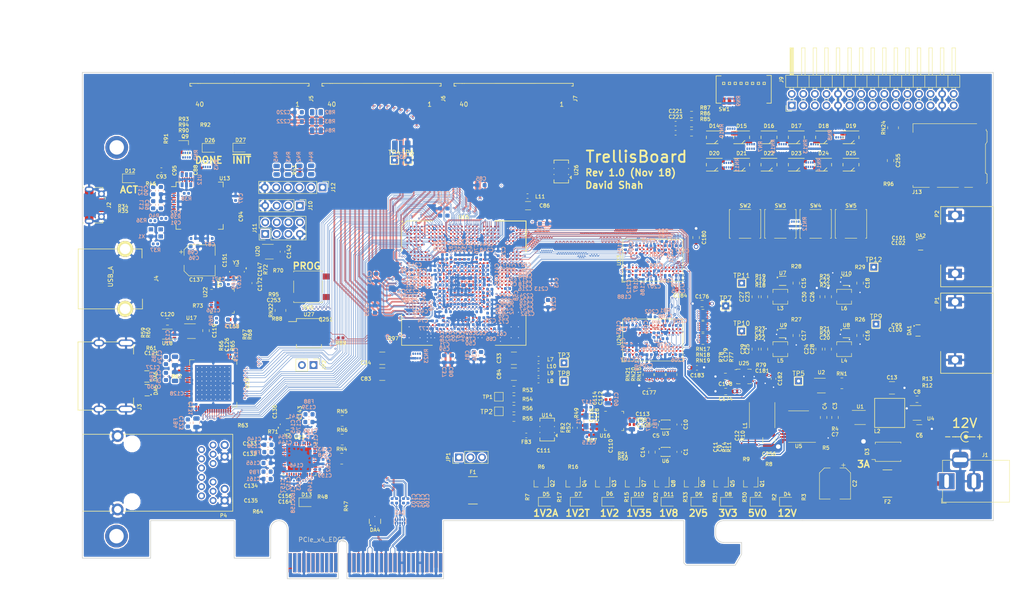
<source format=kicad_pcb>
(kicad_pcb (version 20171130) (host pcbnew 5.0.1)

  (general
    (thickness 1.6)
    (drawings 42)
    (tracks 20293)
    (zones 0)
    (modules 507)
    (nets 718)
  )

  (page A4)
  (layers
    (0 F.Cu signal)
    (1 In1.Cu signal)
    (2 In2.Cu signal)
    (3 In3.Cu signal)
    (4 In4.Cu signal)
    (5 In5.Cu signal)
    (6 In6.Cu signal)
    (31 B.Cu signal)
    (32 B.Adhes user)
    (33 F.Adhes user)
    (34 B.Paste user)
    (35 F.Paste user)
    (36 B.SilkS user)
    (37 F.SilkS user)
    (38 B.Mask user)
    (39 F.Mask user)
    (40 Dwgs.User user)
    (41 Cmts.User user)
    (42 Eco1.User user)
    (43 Eco2.User user)
    (44 Edge.Cuts user)
    (45 Margin user)
    (46 B.CrtYd user)
    (47 F.CrtYd user)
    (48 B.Fab user)
    (49 F.Fab user)
  )

  (setup
    (last_trace_width 0.0889)
    (user_trace_width 0.1)
    (user_trace_width 0.15)
    (user_trace_width 0.2)
    (user_trace_width 0.25)
    (user_trace_width 0.35)
    (user_trace_width 0.5)
    (user_trace_width 0.8)
    (user_trace_width 1)
    (trace_clearance 0.0889)
    (zone_clearance 0.254)
    (zone_45_only no)
    (trace_min 0.0889)
    (segment_width 0.2)
    (edge_width 0.15)
    (via_size 0.4)
    (via_drill 0.2)
    (via_min_size 0.4)
    (via_min_drill 0.2)
    (user_via 0.6 0.3)
    (user_via 0.8 0.5)
    (user_via 1 0.6)
    (user_via 1.5 1)
    (user_via 2 1.5)
    (uvia_size 0.3)
    (uvia_drill 0.1)
    (uvias_allowed no)
    (uvia_min_size 0.2)
    (uvia_min_drill 0.1)
    (pcb_text_width 0.3)
    (pcb_text_size 1.5 1.5)
    (mod_edge_width 0.15)
    (mod_text_size 1 1)
    (mod_text_width 0.15)
    (pad_size 1.524 1.524)
    (pad_drill 0.762)
    (pad_to_mask_clearance 0.051)
    (solder_mask_min_width 0.25)
    (aux_axis_origin 0 0)
    (visible_elements FFF9FFFF)
    (pcbplotparams
      (layerselection 0x010fc_ffffffff)
      (usegerberextensions false)
      (usegerberattributes false)
      (usegerberadvancedattributes false)
      (creategerberjobfile false)
      (excludeedgelayer true)
      (linewidth 0.100000)
      (plotframeref false)
      (viasonmask false)
      (mode 1)
      (useauxorigin false)
      (hpglpennumber 1)
      (hpglpenspeed 20)
      (hpglpendiameter 15.000000)
      (psnegative false)
      (psa4output false)
      (plotreference true)
      (plotvalue true)
      (plotinvisibletext false)
      (padsonsilk false)
      (subtractmaskfromsilk false)
      (outputformat 1)
      (mirror false)
      (drillshape 1)
      (scaleselection 1)
      (outputdirectory ""))
  )

  (net 0 "")
  (net 1 "/PCIe + SATA/DCU1_REFCLK-")
  (net 2 "/PCIe + SATA/DCU1_REFCLK+")
  (net 3 DDR3_A4)
  (net 4 DDR3_A6)
  (net 5 DDR3_A5)
  (net 6 DDR3_A7)
  (net 7 /DDR3/DDR3_VTT)
  (net 8 "Net-(RN2-Pad5)")
  (net 9 "Net-(RN2-Pad6)")
  (net 10 "Net-(R38-Pad2)")
  (net 11 "Net-(RN2-Pad7)")
  (net 12 +3V3)
  (net 13 /Power/1V2_EN)
  (net 14 /Power/2V5_EN)
  (net 15 /Power/1V35_EN)
  (net 16 "Net-(RN1-Pad4)")
  (net 17 +5V)
  (net 18 "Net-(RN1-Pad5)")
  (net 19 USD_D0)
  (net 20 USD_D3)
  (net 21 USD_CMD)
  (net 22 USD_D2)
  (net 23 "Net-(RN23-Pad1)")
  (net 24 GND)
  (net 25 "/FPGA IO/CFG0")
  (net 26 "Net-(RN23-Pad8)")
  (net 27 "/FPGA IO/CFG1")
  (net 28 "/FPGA IO/CFG2")
  (net 29 "/FPGA IO/FLASH_D3")
  (net 30 "/FPGA IO/FLASH_D1")
  (net 31 "/FPGA IO/FLASH_D2")
  (net 32 "/FPGA IO/FLASH_D0")
  (net 33 DDR3_WE)
  (net 34 DDR3_CKE)
  (net 35 DDR3_CS)
  (net 36 DDR3_ODT)
  (net 37 DDR3_CAS)
  (net 38 DDR3_BA2)
  (net 39 DDR3_RAS)
  (net 40 DDR3_BA1)
  (net 41 DDR3_A12)
  (net 42 DDR3_A14)
  (net 43 DDR3_A13)
  (net 44 DDR3_BA0)
  (net 45 DDR3_A11)
  (net 46 DDR3_A9)
  (net 47 DDR3_A10)
  (net 48 DDR3_A8)
  (net 49 DDR3_A0)
  (net 50 DDR3_A2)
  (net 51 DDR3_A1)
  (net 52 DDR3_A3)
  (net 53 "/HDMI, GbE, USB/ETH_LED2")
  (net 54 ETH_~RESET)
  (net 55 "/HDMI, GbE, USB/ETH_LED1")
  (net 56 RGMII_REF_CLK)
  (net 57 "Net-(D18-Pad4)")
  (net 58 "Net-(D20-Pad4)")
  (net 59 "Net-(D19-Pad4)")
  (net 60 "Net-(D21-Pad4)")
  (net 61 "Net-(D25-Pad4)")
  (net 62 "Net-(D23-Pad4)")
  (net 63 "Net-(D24-Pad4)")
  (net 64 "Net-(D22-Pad4)")
  (net 65 FTDI_D1_RX)
  (net 66 FTDI_~WR)
  (net 67 FTDI_~RD)
  (net 68 FTDI_~SIWU)
  (net 69 RGMII_RXD0)
  (net 70 RGMII_RXD2)
  (net 71 RGMII_RXD1)
  (net 72 RGMII_RXD3)
  (net 73 RGMII_RX_DV)
  (net 74 ETH_MDIO)
  (net 75 RGMII_RX_CLK)
  (net 76 ETH_INT_N)
  (net 77 "Net-(D17-Pad1)")
  (net 78 "Net-(D16-Pad1)")
  (net 79 "Net-(D14-Pad1)")
  (net 80 "Net-(D15-Pad1)")
  (net 81 DIP_SW1)
  (net 82 DIP_SW0)
  (net 83 DIP_SW2)
  (net 84 DIP_SW3)
  (net 85 DIP_SW7)
  (net 86 DIP_SW6)
  (net 87 DIP_SW4)
  (net 88 DIP_SW5)
  (net 89 "Net-(D14-Pad4)")
  (net 90 "Net-(D16-Pad4)")
  (net 91 "Net-(D15-Pad4)")
  (net 92 "Net-(D17-Pad4)")
  (net 93 "Net-(D21-Pad1)")
  (net 94 "Net-(D20-Pad1)")
  (net 95 "Net-(D18-Pad1)")
  (net 96 "Net-(D19-Pad1)")
  (net 97 BTN1)
  (net 98 BTN0)
  (net 99 BTN2)
  (net 100 BTN3)
  (net 101 "Net-(D25-Pad1)")
  (net 102 "Net-(D24-Pad1)")
  (net 103 "Net-(D22-Pad1)")
  (net 104 "Net-(D23-Pad1)")
  (net 105 "/FPGA IO/VCCIO7")
  (net 106 "Net-(R44-Pad2)")
  (net 107 JTAG_TDO)
  (net 108 JTAG_TDI)
  (net 109 "Net-(R43-Pad2)")
  (net 110 "Net-(R42-Pad2)")
  (net 111 JTAG_TCK)
  (net 112 JTAG_TMS)
  (net 113 "Net-(R45-Pad2)")
  (net 114 "/PCIe + SATA/CLKAUXO+")
  (net 115 "/PCIe + SATA/CLK150M-")
  (net 116 +1V8)
  (net 117 +2V5)
  (net 118 "/PCIe + SATA/CLKAUXO-")
  (net 119 "/FPGA IO/VCCIO6")
  (net 120 "/PCIe + SATA/CLK150M+")
  (net 121 CLK_SDA)
  (net 122 "Net-(R36-Pad2)")
  (net 123 FPGA_12MHz)
  (net 124 "/PCIe + SATA/PCIe_REFCLK+")
  (net 125 "/PCIe + SATA/PCIe_REFCLK-")
  (net 126 PCIe_12V)
  (net 127 "Net-(D13-Pad2)")
  (net 128 ~PERST)
  (net 129 "Net-(P3-PadA11)")
  (net 130 "Net-(D12-Pad2)")
  (net 131 "Net-(R40-Pad1)")
  (net 132 "Net-(R39-Pad1)")
  (net 133 "Net-(R38-Pad1)")
  (net 134 "Net-(R12-Pad2)")
  (net 135 "/PCIe + SATA/3V3_C")
  (net 136 "/PCIe + SATA/3V3_CA")
  (net 137 "Net-(R57-Pad1)")
  (net 138 "Net-(R58-Pad2)")
  (net 139 FABRIC_REFCLK)
  (net 140 "/HDMI, GbE, USB/PORT_SCL")
  (net 141 "/HDMI, GbE, USB/PORT_SDA")
  (net 142 "Net-(C121-Pad1)")
  (net 143 "Net-(R62-Pad1)")
  (net 144 /Power/3V3_PG)
  (net 145 "Net-(D27-Pad2)")
  (net 146 "/FPGA IO/~PROGRAM")
  (net 147 "Net-(R80-Pad1)")
  (net 148 "Net-(R81-Pad1)")
  (net 149 "/FPGA IO/FLASH_~CS")
  (net 150 "/FPGA IO/FLASH_CLK")
  (net 151 "/FPGA IO/DONE")
  (net 152 "Net-(Q9-Pad1)")
  (net 153 "Net-(D26-Pad2)")
  (net 154 "Net-(R79-Pad1)")
  (net 155 "/FPGA IO/~INIT")
  (net 156 "Net-(C9-Pad1)")
  (net 157 "Net-(C11-Pad1)")
  (net 158 "Net-(Q2-Pad3)")
  (net 159 "Net-(D5-Pad1)")
  (net 160 /Power/1V2_PG)
  (net 161 USD_D1)
  (net 162 USD_CLK)
  (net 163 "Net-(R97-Pad1)")
  (net 164 "Net-(Q2-Pad1)")
  (net 165 +1V2A)
  (net 166 "Net-(R5-Pad2)")
  (net 167 "Net-(D2-Pad2)")
  (net 168 "Net-(C7-Pad1)")
  (net 169 "Net-(D4-Pad2)")
  (net 170 +12V)
  (net 171 "Net-(R74-Pad1)")
  (net 172 "/Debug Interface/PORT_D-")
  (net 173 "/Debug Interface/FTDI_D-")
  (net 174 "/Debug Interface/FTDI_D+")
  (net 175 "/Debug Interface/PORT_D+")
  (net 176 "Net-(C22-Pad2)")
  (net 177 "Net-(R71-Pad2)")
  (net 178 "/HDMI, GbE, USB/USB_XO")
  (net 179 "/HDMI, GbE, USB/USB_XI")
  (net 180 "Net-(R73-Pad1)")
  (net 181 "/HDMI, GbE, USB/USBA_VBUS")
  (net 182 "/HDMI, GbE, USB/EXTVBUS")
  (net 183 DVI_SCL)
  (net 184 DVI_SDA)
  (net 185 CLK_SCL)
  (net 186 "Net-(R70-Pad1)")
  (net 187 "Net-(C175-Pad2)")
  (net 188 DDR3_CLK+)
  (net 189 "Net-(P4-Pad16)")
  (net 190 "Net-(R66-Pad1)")
  (net 191 "Net-(R65-Pad1)")
  (net 192 "/HDMI, GbE, USB/HDMI_HPD")
  (net 193 DDR3_CLK-)
  (net 194 "Net-(C179-Pad1)")
  (net 195 +1V35)
  (net 196 +1V2)
  (net 197 "Net-(D10-Pad2)")
  (net 198 "Net-(P4-Pad14)")
  (net 199 "Net-(C12-Pad2)")
  (net 200 "Net-(D6-Pad2)")
  (net 201 +1V2T)
  (net 202 "Net-(Q4-Pad1)")
  (net 203 "Net-(Q4-Pad3)")
  (net 204 "Net-(D7-Pad1)")
  (net 205 "Net-(C19-Pad2)")
  (net 206 "Net-(C20-Pad2)")
  (net 207 "Net-(C21-Pad2)")
  (net 208 "/Debug Interface/FTDI_12MHz")
  (net 209 "Net-(D11-Pad2)")
  (net 210 /Power/2V5_PG)
  (net 211 /Power/1V35_PG)
  (net 212 /Power/1V8_PG)
  (net 213 "Net-(D8-Pad2)")
  (net 214 "Net-(D9-Pad2)")
  (net 215 "Net-(C8-Pad2)")
  (net 216 "Net-(C8-Pad1)")
  (net 217 /Power/PWR_EN)
  (net 218 "/HDMI, GbE, USB/HDMI_5V")
  (net 219 "Net-(U17-Pad3)")
  (net 220 "Net-(D9-Pad1)")
  (net 221 "Net-(D11-Pad1)")
  (net 222 "Net-(D26-Pad1)")
  (net 223 "Net-(D2-Pad1)")
  (net 224 "Net-(D6-Pad1)")
  (net 225 "Net-(D10-Pad1)")
  (net 226 "Net-(D8-Pad1)")
  (net 227 "Net-(U1-Pad3)")
  (net 228 DDR3_Vref)
  (net 229 DDR3_Vtt_EN)
  (net 230 "Net-(U5-Pad2)")
  (net 231 "Net-(L1-Pad1)")
  (net 232 "Net-(C11-Pad2)")
  (net 233 "Net-(U13-Pad3)")
  (net 234 "/Debug Interface/Vphy")
  (net 235 "/Debug Interface/Vpll")
  (net 236 "/Debug Interface/JTAG_ACT")
  (net 237 "Net-(U13-Pad22)")
  (net 238 "Net-(U13-Pad23)")
  (net 239 "Net-(U13-Pad24)")
  (net 240 "Net-(U13-Pad26)")
  (net 241 "Net-(U13-Pad27)")
  (net 242 "Net-(U13-Pad28)")
  (net 243 "Net-(U13-Pad29)")
  (net 244 "Net-(U13-Pad30)")
  (net 245 "Net-(U13-Pad32)")
  (net 246 "Net-(U13-Pad33)")
  (net 247 "Net-(U13-Pad34)")
  (net 248 "Net-(U13-Pad36)")
  (net 249 FTDI_D0_TX)
  (net 250 FTDI_D2)
  (net 251 FTDI_D3)
  (net 252 FTDI_D4)
  (net 253 FTDI_D5)
  (net 254 FTDI_D6)
  (net 255 FTDI_D7)
  (net 256 FTDI_~RXF)
  (net 257 "Net-(U13-Pad49)")
  (net 258 "Net-(U13-Pad50)")
  (net 259 FTDI_~TXE)
  (net 260 "Net-(U13-Pad57)")
  (net 261 "Net-(U13-Pad58)")
  (net 262 "Net-(U13-Pad59)")
  (net 263 "Net-(U13-Pad60)")
  (net 264 "/HDMI, GbE, USB/DVI_DVDD")
  (net 265 DVI_DE)
  (net 266 DVI_HSYNC)
  (net 267 DVI_VSYNC)
  (net 268 "Net-(U19-Pad11)")
  (net 269 "/HDMI, GbE, USB/DVI_PVDD")
  (net 270 "/HDMI, GbE, USB/TMDS_CLK-")
  (net 271 "/HDMI, GbE, USB/TMDS_CLK+")
  (net 272 "/HDMI, GbE, USB/DVI_TVDD")
  (net 273 "/HDMI, GbE, USB/TMDS_D0-")
  (net 274 "/HDMI, GbE, USB/TMDS_D0+")
  (net 275 "/HDMI, GbE, USB/TMDS_D1-")
  (net 276 "/HDMI, GbE, USB/TMDS_D1+")
  (net 277 "/HDMI, GbE, USB/TMDS_D2-")
  (net 278 "/HDMI, GbE, USB/TMDS_D2+")
  (net 279 DVI_D23)
  (net 280 DVI_D22)
  (net 281 DVI_D21)
  (net 282 DVI_D20)
  (net 283 DVI_D19)
  (net 284 DVI_D18)
  (net 285 DVI_D17)
  (net 286 DVI_D16)
  (net 287 DVI_D15)
  (net 288 DVI_D14)
  (net 289 DVI_D13)
  (net 290 DVI_D12)
  (net 291 "Net-(U19-Pad49)")
  (net 292 DVI_D11)
  (net 293 DVI_D10)
  (net 294 DVI_D9)
  (net 295 DVI_D8)
  (net 296 DVI_D7)
  (net 297 DVI_D6)
  (net 298 DVI_CLK)
  (net 299 DVI_D5)
  (net 300 DVI_D4)
  (net 301 DVI_D3)
  (net 302 DVI_D2)
  (net 303 DVI_D1)
  (net 304 DVI_D0)
  (net 305 "/HDMI, GbE, USB/AVDDH")
  (net 306 "/HDMI, GbE, USB/MX4-")
  (net 307 "/HDMI, GbE, USB/MX4+")
  (net 308 "/HDMI, GbE, USB/AVDDL")
  (net 309 "/HDMI, GbE, USB/MX3-")
  (net 310 "/HDMI, GbE, USB/MX3+")
  (net 311 "/HDMI, GbE, USB/MX2-")
  (net 312 "/HDMI, GbE, USB/MX2+")
  (net 313 "/HDMI, GbE, USB/MX1-")
  (net 314 "/HDMI, GbE, USB/MX1+")
  (net 315 "Net-(U21-Pad13)")
  (net 316 RGMII_TXD0)
  (net 317 RGMII_TXD1)
  (net 318 RGMII_TXD2)
  (net 319 RGMII_TXD3)
  (net 320 RGMII_TX_CLK)
  (net 321 RGMII_TX_EN)
  (net 322 ETH_MDC)
  (net 323 "Net-(U21-Pad43)")
  (net 324 "/HDMI, GbE, USB/AVDDL_PLL")
  (net 325 "/HDMI, GbE, USB/ETH_XO")
  (net 326 "/HDMI, GbE, USB/ETH_XI")
  (net 327 "Net-(U21-Pad47)")
  (net 328 "Net-(U22-Pad3)")
  (net 329 "Net-(U22-Pad5)")
  (net 330 "/HDMI, GbE, USB/USBA_D+")
  (net 331 "/HDMI, GbE, USB/USBA_D-")
  (net 332 ULPI_RESET)
  (net 333 ULPI_NXT)
  (net 334 ULPI_DIR)
  (net 335 ULPI_STP)
  (net 336 ULPI_CLKO)
  (net 337 "/HDMI, GbE, USB/USB1V8")
  (net 338 ULPI_D7)
  (net 339 ULPI_D6)
  (net 340 ULPI_D5)
  (net 341 ULPI_D4)
  (net 342 ULPI_D3)
  (net 343 ULPI_D2)
  (net 344 ULPI_D1)
  (net 345 ULPI_D0)
  (net 346 "Net-(C117-Pad1)")
  (net 347 "Net-(C115-Pad2)")
  (net 348 CLK_SD_OE)
  (net 349 "Net-(U16-Pad11)")
  (net 350 "Net-(U16-Pad12)")
  (net 351 "/PCIe + SATA/1V8_C")
  (net 352 "Net-(U16-Pad16)")
  (net 353 "/PCIe + SATA/DCU0_REFCLK-")
  (net 354 "/PCIe + SATA/DCU0_REFCLK+")
  (net 355 "Net-(U16-Pad24)")
  (net 356 DDR3_DQ13)
  (net 357 DDR3_DQ15)
  (net 358 DDR3_DQ12)
  (net 359 DDR3_DQS1-)
  (net 360 DDR3_DQ14)
  (net 361 DDR3_DQ11)
  (net 362 DDR3_DQ9)
  (net 363 DDR3_DQS1+)
  (net 364 DDR3_DQ10)
  (net 365 DDR3_DM1)
  (net 366 DDR3_DQ8)
  (net 367 DDR3_DQ0)
  (net 368 DDR3_DM0)
  (net 369 DDR3_DQ2)
  (net 370 DDR3_DQS0+)
  (net 371 DDR3_DQ1)
  (net 372 DDR3_DQ3)
  (net 373 DDR3_DQ6)
  (net 374 DDR3_DQS0-)
  (net 375 DDR3_DQ4)
  (net 376 DDR3_DQ7)
  (net 377 DDR3_DQ5)
  (net 378 "Net-(U23-PadJ1)")
  (net 379 "Net-(U23-PadJ9)")
  (net 380 "Net-(U23-PadL1)")
  (net 381 "Net-(U23-PadL9)")
  (net 382 "Net-(U23-PadM7)")
  (net 383 DDR3_RESET)
  (net 384 "Net-(U24-PadM7)")
  (net 385 "Net-(U24-PadL9)")
  (net 386 "Net-(U24-PadL1)")
  (net 387 "Net-(U24-PadJ9)")
  (net 388 "Net-(U24-PadJ1)")
  (net 389 DDR3_DQ21)
  (net 390 DDR3_DQ23)
  (net 391 DDR3_DQ20)
  (net 392 DDR3_DQS2-)
  (net 393 DDR3_DQ22)
  (net 394 DDR3_DQ19)
  (net 395 DDR3_DQ17)
  (net 396 DDR3_DQS2+)
  (net 397 DDR3_DQ18)
  (net 398 DDR3_DM2)
  (net 399 DDR3_DQ16)
  (net 400 DDR3_DQ24)
  (net 401 DDR3_DM3)
  (net 402 DDR3_DQ26)
  (net 403 DDR3_DQS3+)
  (net 404 DDR3_DQ25)
  (net 405 DDR3_DQ27)
  (net 406 DDR3_DQ30)
  (net 407 DDR3_DQS3-)
  (net 408 DDR3_DQ28)
  (net 409 DDR3_DQ31)
  (net 410 DDR3_DQ29)
  (net 411 "Net-(X1-Pad1)")
  (net 412 "Net-(L4-Pad1)")
  (net 413 "Net-(L5-Pad1)")
  (net 414 "Net-(L3-Pad1)")
  (net 415 "Net-(L6-Pad1)")
  (net 416 "Net-(C111-Pad1)")
  (net 417 "/FPGA Core Power/VCCHTX1")
  (net 418 "/FPGA Core Power/VCCHTX0")
  (net 419 "/FPGA Core Power/VCCA0")
  (net 420 "/FPGA Core Power/VCCAUX")
  (net 421 "/FPGA Core Power/VCCA1")
  (net 422 "/PCIe + SATA/SATA1_A+")
  (net 423 "/PCIe + SATA/SATA1_A-")
  (net 424 "/PCIe + SATA/DCU1_RX1-")
  (net 425 "/PCIe + SATA/DCU1_RX1+")
  (net 426 "/PCIe + SATA/SATA0_A+")
  (net 427 "/PCIe + SATA/SATA0_A-")
  (net 428 "/PCIe + SATA/DCU1_RX0-")
  (net 429 "/PCIe + SATA/DCU1_RX0+")
  (net 430 "/PCIe + SATA/PCIe_HSI0+")
  (net 431 "/PCIe + SATA/PCIe_HSI0-")
  (net 432 "/PCIe + SATA/PCIe_HSI1+")
  (net 433 "/PCIe + SATA/PCIe_HSI1-")
  (net 434 "/PCIe + SATA/DCU0_RX0+")
  (net 435 "/PCIe + SATA/DCU0_RX0-")
  (net 436 "/PCIe + SATA/DCU0_RX1+")
  (net 437 "/PCIe + SATA/DCU0_RX1-")
  (net 438 "Net-(U6-Pad2)")
  (net 439 "Net-(U6-Pad5)")
  (net 440 "Net-(U3-Pad5)")
  (net 441 "Net-(U3-Pad2)")
  (net 442 "Net-(U10-Pad4)")
  (net 443 "Net-(U9-Pad4)")
  (net 444 "Net-(U8-Pad4)")
  (net 445 "Net-(U7-Pad4)")
  (net 446 "Net-(J5-Pad38)")
  (net 447 "/FPGA IO/EXT0_11-")
  (net 448 "/FPGA IO/EXT0_11+")
  (net 449 "/FPGA IO/EXT0_10-")
  (net 450 "/FPGA IO/EXT0_10+")
  (net 451 "/FPGA IO/EXT0_9-")
  (net 452 "/FPGA IO/EXT0_9+")
  (net 453 "/FPGA IO/EXT0_8-")
  (net 454 "/FPGA IO/EXT0_8+")
  (net 455 "/FPGA IO/EXT0_7-")
  (net 456 "/FPGA IO/EXT0_7+")
  (net 457 "/FPGA IO/EXT0_6-")
  (net 458 "/FPGA IO/EXT0_6+")
  (net 459 "/FPGA IO/EXT0_5-")
  (net 460 "/FPGA IO/EXT0_5+")
  (net 461 "/FPGA IO/EXT0_4-")
  (net 462 "/FPGA IO/EXT0_4+")
  (net 463 "/FPGA IO/EXT0_3-")
  (net 464 "/FPGA IO/EXT0_3+")
  (net 465 "/FPGA IO/EXT0_2-")
  (net 466 "/FPGA IO/EXT0_2+")
  (net 467 "/FPGA IO/EXT0_1-")
  (net 468 "/FPGA IO/EXT0_1+")
  (net 469 "/FPGA IO/EXT0_0-")
  (net 470 "/FPGA IO/EXT0_0+")
  (net 471 "Net-(J6-Pad38)")
  (net 472 "/FPGA IO/EXT1_11-")
  (net 473 "/FPGA IO/EXT1_11+")
  (net 474 "/FPGA IO/EXT1_10-")
  (net 475 "/FPGA IO/EXT1_10+")
  (net 476 "/FPGA IO/EXT1_9-")
  (net 477 "/FPGA IO/EXT1_9+")
  (net 478 "/FPGA IO/EXT1_8-")
  (net 479 "/FPGA IO/EXT1_8+")
  (net 480 "/FPGA IO/EXT1_7-")
  (net 481 "/FPGA IO/EXT1_7+")
  (net 482 "/FPGA IO/EXT1_6-")
  (net 483 "/FPGA IO/EXT1_6+")
  (net 484 "/FPGA IO/EXT1_5-")
  (net 485 "/FPGA IO/EXT1_5+")
  (net 486 "/FPGA IO/EXT1_4-")
  (net 487 "/FPGA IO/EXT1_4+")
  (net 488 "/FPGA IO/EXT1_3-")
  (net 489 "/FPGA IO/EXT1_3+")
  (net 490 "/FPGA IO/EXT1_2-")
  (net 491 "/FPGA IO/EXT1_2+")
  (net 492 "/FPGA IO/EXT1_1-")
  (net 493 "/FPGA IO/EXT1_1+")
  (net 494 "/FPGA IO/EXT1_0-")
  (net 495 "/FPGA IO/EXT1_0+")
  (net 496 "/FPGA IO/EXT2_0+")
  (net 497 "/FPGA IO/EXT2_0-")
  (net 498 "/FPGA IO/EXT2_1+")
  (net 499 "/FPGA IO/EXT2_1-")
  (net 500 "/FPGA IO/EXT2_2+")
  (net 501 "/FPGA IO/EXT2_2-")
  (net 502 "/FPGA IO/EXT2_3+")
  (net 503 "/FPGA IO/EXT2_3-")
  (net 504 "/FPGA IO/EXT2_4+")
  (net 505 "/FPGA IO/EXT2_4-")
  (net 506 "/FPGA IO/EXT2_5+")
  (net 507 "/FPGA IO/EXT2_5-")
  (net 508 "/FPGA IO/EXT2_6+")
  (net 509 "/FPGA IO/EXT2_6-")
  (net 510 "/FPGA IO/EXT2_7+")
  (net 511 "/FPGA IO/EXT2_7-")
  (net 512 "/FPGA IO/EXT2_8+")
  (net 513 "/FPGA IO/EXT2_8-")
  (net 514 "/FPGA IO/EXT2_9+")
  (net 515 "/FPGA IO/EXT2_9-")
  (net 516 "/FPGA IO/EXT2_10+")
  (net 517 "/FPGA IO/EXT2_10-")
  (net 518 "/FPGA IO/EXT2_11+")
  (net 519 "/FPGA IO/EXT2_11-")
  (net 520 "Net-(J7-Pad38)")
  (net 521 "Net-(C132-Pad1)")
  (net 522 "Net-(C135-Pad1)")
  (net 523 "Net-(C133-Pad1)")
  (net 524 "Net-(C134-Pad1)")
  (net 525 "Net-(P3-PadB5)")
  (net 526 "Net-(P3-PadB6)")
  (net 527 "Net-(P3-PadB8)")
  (net 528 "Net-(P3-PadB9)")
  (net 529 "Net-(P3-PadB10)")
  (net 530 PCIe_~WAKE)
  (net 531 "Net-(P3-PadB12)")
  (net 532 "/PCIe + SATA/~PRSNT2~_X1")
  (net 533 "Net-(P3-PadB23)")
  (net 534 "Net-(P3-PadB24)")
  (net 535 "Net-(P3-PadB27)")
  (net 536 "Net-(P3-PadB28)")
  (net 537 "Net-(P3-PadB30)")
  (net 538 "/PCIe + SATA/~PRSNT2~_X4")
  (net 539 "/PCIe + SATA/~PRSNT1")
  (net 540 "Net-(P3-PadA5)")
  (net 541 "Net-(P3-PadA6)")
  (net 542 "Net-(P3-PadA7)")
  (net 543 "Net-(P3-PadA8)")
  (net 544 "Net-(P3-PadA9)")
  (net 545 "Net-(P3-PadA10)")
  (net 546 "Net-(P3-PadA19)")
  (net 547 "Net-(P3-PadA25)")
  (net 548 "Net-(P3-PadA26)")
  (net 549 "Net-(P3-PadA29)")
  (net 550 "Net-(P3-PadA30)")
  (net 551 "Net-(P3-PadA32)")
  (net 552 "Net-(U14-Pad2)")
  (net 553 "Net-(U14-Pad1)")
  (net 554 "Net-(U26-Pad1)")
  (net 555 "Net-(U26-Pad2)")
  (net 556 "/FPGA IO/CLK100+")
  (net 557 "/FPGA IO/CLK100-")
  (net 558 "Net-(J3-Pad14)")
  (net 559 "Net-(J3-Pad13)")
  (net 560 LED2)
  (net 561 LED11)
  (net 562 LED10)
  (net 563 LED0)
  (net 564 LED1)
  (net 565 LED3)
  (net 566 LED4)
  (net 567 LED5)
  (net 568 LED6)
  (net 569 LED7)
  (net 570 LED8)
  (net 571 LED9)
  (net 572 "Net-(F2-Pad2)")
  (net 573 "Net-(U15-PadR1)")
  (net 574 "Net-(U15-PadA2)")
  (net 575 "Net-(U15-PadT2)")
  (net 576 "Net-(U15-PadAB2)")
  (net 577 "Net-(U15-PadAC2)")
  (net 578 "Net-(U15-PadAE2)")
  (net 579 "Net-(U15-PadAG2)")
  (net 580 "Net-(U15-PadA3)")
  (net 581 "Net-(U15-PadV3)")
  (net 582 "Net-(U15-PadW3)")
  (net 583 "Net-(U15-PadY3)")
  (net 584 "Net-(U15-PadAC3)")
  (net 585 "Net-(U15-PadAG3)")
  (net 586 "Net-(U15-PadAL3)")
  (net 587 "Net-(U15-PadB4)")
  (net 588 "Net-(U15-PadH4)")
  (net 589 "Net-(U15-PadAC4)")
  (net 590 "Net-(U15-PadA5)")
  (net 591 "Net-(U15-PadL5)")
  (net 592 "Net-(U15-PadW6)")
  (net 593 "Net-(U15-PadD7)")
  (net 594 "Net-(U15-PadE7)")
  (net 595 "Net-(U15-PadAE7)")
  (net 596 "Net-(U15-PadG9)")
  (net 597 "/PCIe + SATA/DCU0_TX0+")
  (net 598 "Net-(U15-PadG10)")
  (net 599 "/PCIe + SATA/DCU0_TX0-")
  (net 600 "Net-(U15-PadG11)")
  (net 601 "/PCIe + SATA/DCU0_TX1+")
  (net 602 "/PCIe + SATA/DCU0_TX1-")
  (net 603 "/FPGA IO/PMOD1_10")
  (net 604 "/FPGA IO/PMOD1_9")
  (net 605 "Net-(U15-PadG14)")
  (net 606 "Net-(U15-PadG15)")
  (net 607 "Net-(U15-PadAK15)")
  (net 608 "Net-(U15-PadG16)")
  (net 609 "Net-(U15-PadAK16)")
  (net 610 "Net-(U15-PadG17)")
  (net 611 "Net-(U15-PadG18)")
  (net 612 "/PCIe + SATA/DCU1_TX0+")
  (net 613 "Net-(U15-PadG19)")
  (net 614 "/PCIe + SATA/DCU1_TX0-")
  (net 615 "/FPGA IO/PMOD1_8")
  (net 616 "/FPGA IO/PMOD1_7")
  (net 617 "/PCIe + SATA/DCU1_TX1+")
  (net 618 "/PCIe + SATA/DCU1_TX1-")
  (net 619 "/FPGA IO/EXIO_5")
  (net 620 "/FPGA IO/EXIO_4")
  (net 621 "/FPGA IO/EXIO_3")
  (net 622 "Net-(U15-PadG22)")
  (net 623 "/FPGA IO/PMOD1_3")
  (net 624 "/FPGA IO/PMOD1_2")
  (net 625 "/FPGA IO/PMOD1_0")
  (net 626 "/FPGA IO/PMOD1_1")
  (net 627 "/FPGA IO/EXIO_2")
  (net 628 "Net-(U15-PadG23)")
  (net 629 "/FPGA IO/EXIO_1")
  (net 630 "/FPGA IO/PMOD0_10")
  (net 631 "/FPGA IO/EXIO_0")
  (net 632 "/FPGA IO/PMOD0_9")
  (net 633 "Net-(U15-PadG24)")
  (net 634 "Net-(U15-PadAG24)")
  (net 635 "Net-(U15-PadAK24)")
  (net 636 "/FPGA IO/PMOD0_8")
  (net 637 "/FPGA IO/PMOD0_3")
  (net 638 "/FPGA IO/PMOD0_7")
  (net 639 "/FPGA IO/PMOD0_2")
  (net 640 "/FPGA IO/PMOD0_1")
  (net 641 "Net-(U15-PadAK25)")
  (net 642 "/FPGA IO/PMOD0_0")
  (net 643 "Net-(U15-PadB26)")
  (net 644 "Net-(U15-PadE26)")
  (net 645 "Net-(U15-PadAE26)")
  (net 646 "Net-(U15-PadH27)")
  (net 647 "Net-(U15-PadJ27)")
  (net 648 "Net-(U15-PadW27)")
  (net 649 "Net-(U15-PadC28)")
  (net 650 "Net-(U15-PadD28)")
  (net 651 "Net-(U15-PadH28)")
  (net 652 "Net-(U15-PadL28)")
  (net 653 "Net-(U15-PadP28)")
  (net 654 "Net-(U15-PadAC28)")
  (net 655 "Net-(U15-PadAE28)")
  (net 656 "Net-(U15-PadC29)")
  (net 657 "Net-(U15-PadH29)")
  (net 658 "Net-(U15-PadP29)")
  (net 659 "Net-(U15-PadAB29)")
  (net 660 "Net-(U15-PadAC29)")
  (net 661 "Net-(U15-PadAE29)")
  (net 662 "Net-(U15-PadAJ29)")
  (net 663 "Net-(U15-PadC30)")
  (net 664 "Net-(U15-PadP30)")
  (net 665 "Net-(U15-PadR30)")
  (net 666 "Net-(U15-PadV30)")
  (net 667 "Net-(U15-PadAB30)")
  (net 668 "Net-(U15-PadAE30)")
  (net 669 "Net-(U15-PadAJ30)")
  (net 670 "Net-(U15-PadA31)")
  (net 671 "Net-(U15-PadAG31)")
  (net 672 "Net-(U15-PadAK31)")
  (net 673 "Net-(U15-PadAG32)")
  (net 674 "Net-(J2-Pad1)")
  (net 675 "Net-(J2-Pad4)")
  (net 676 "Net-(U15-PadT30)")
  (net 677 "Net-(U15-PadAE27)")
  (net 678 "Net-(U15-PadAD27)")
  (net 679 "Net-(U15-PadF30)")
  (net 680 "Net-(U15-PadN27)")
  (net 681 "Net-(U15-PadU27)")
  (net 682 "Net-(U15-PadU29)")
  (net 683 "Net-(U15-PadW30)")
  (net 684 "Net-(U15-PadY30)")
  (net 685 "Net-(U15-PadY29)")
  (net 686 "Net-(U15-PadW1)")
  (net 687 "Net-(U15-PadV1)")
  (net 688 "Net-(U15-PadY7)")
  (net 689 "Net-(U15-PadY6)")
  (net 690 "Net-(U15-PadAC5)")
  (net 691 "Net-(U15-PadAD4)")
  (net 692 "Net-(U15-PadY4)")
  (net 693 "Net-(U15-PadW4)")
  (net 694 "Net-(U15-PadP7)")
  (net 695 "Net-(U15-PadN7)")
  (net 696 "Net-(U15-PadL7)")
  (net 697 "Net-(U15-PadP6)")
  (net 698 "Net-(U15-PadN6)")
  (net 699 "Net-(U15-PadL6)")
  (net 700 "Net-(U15-PadK5)")
  (net 701 "Net-(U15-PadN4)")
  (net 702 "Net-(U15-PadL4)")
  (net 703 "Net-(U15-PadK4)")
  (net 704 "Net-(U15-PadJ4)")
  (net 705 "Net-(U15-PadN3)")
  (net 706 "Net-(U15-PadL3)")
  (net 707 "Net-(U15-PadL2)")
  (net 708 "Net-(U15-PadK2)")
  (net 709 "Net-(U15-PadL1)")
  (net 710 "Net-(U15-PadK1)")
  (net 711 "Net-(U15-PadJ1)")
  (net 712 "Net-(U15-PadD1)")
  (net 713 "Net-(U15-PadC1)")
  (net 714 "Net-(U15-PadF2)")
  (net 715 "Net-(U15-PadE1)")
  (net 716 "Net-(U15-PadE4)")
  (net 717 "Net-(U15-PadD4)")

  (net_class Default "This is the default net class."
    (clearance 0.0889)
    (trace_width 0.0889)
    (via_dia 0.4)
    (via_drill 0.2)
    (uvia_dia 0.3)
    (uvia_drill 0.1)
    (diff_pair_gap 0.11)
    (diff_pair_width 0.11)
    (add_net +12V)
    (add_net +1V2)
    (add_net +1V2A)
    (add_net +1V2T)
    (add_net +1V35)
    (add_net +1V8)
    (add_net +2V5)
    (add_net +3V3)
    (add_net +5V)
    (add_net /DDR3/DDR3_VTT)
    (add_net "/Debug Interface/FTDI_12MHz")
    (add_net "/Debug Interface/FTDI_D+")
    (add_net "/Debug Interface/FTDI_D-")
    (add_net "/Debug Interface/JTAG_ACT")
    (add_net "/Debug Interface/PORT_D+")
    (add_net "/Debug Interface/PORT_D-")
    (add_net "/Debug Interface/Vphy")
    (add_net "/Debug Interface/Vpll")
    (add_net "/FPGA Core Power/VCCA0")
    (add_net "/FPGA Core Power/VCCA1")
    (add_net "/FPGA Core Power/VCCAUX")
    (add_net "/FPGA Core Power/VCCHTX0")
    (add_net "/FPGA Core Power/VCCHTX1")
    (add_net "/FPGA IO/CFG0")
    (add_net "/FPGA IO/CFG1")
    (add_net "/FPGA IO/CFG2")
    (add_net "/FPGA IO/CLK100+")
    (add_net "/FPGA IO/CLK100-")
    (add_net "/FPGA IO/DONE")
    (add_net "/FPGA IO/EXIO_0")
    (add_net "/FPGA IO/EXIO_1")
    (add_net "/FPGA IO/EXIO_2")
    (add_net "/FPGA IO/EXIO_3")
    (add_net "/FPGA IO/EXIO_4")
    (add_net "/FPGA IO/EXIO_5")
    (add_net "/FPGA IO/EXT0_0+")
    (add_net "/FPGA IO/EXT0_0-")
    (add_net "/FPGA IO/EXT0_1+")
    (add_net "/FPGA IO/EXT0_1-")
    (add_net "/FPGA IO/EXT0_10+")
    (add_net "/FPGA IO/EXT0_10-")
    (add_net "/FPGA IO/EXT0_11+")
    (add_net "/FPGA IO/EXT0_11-")
    (add_net "/FPGA IO/EXT0_2+")
    (add_net "/FPGA IO/EXT0_2-")
    (add_net "/FPGA IO/EXT0_3+")
    (add_net "/FPGA IO/EXT0_3-")
    (add_net "/FPGA IO/EXT0_4+")
    (add_net "/FPGA IO/EXT0_4-")
    (add_net "/FPGA IO/EXT0_5+")
    (add_net "/FPGA IO/EXT0_5-")
    (add_net "/FPGA IO/EXT0_6+")
    (add_net "/FPGA IO/EXT0_6-")
    (add_net "/FPGA IO/EXT0_7+")
    (add_net "/FPGA IO/EXT0_7-")
    (add_net "/FPGA IO/EXT0_8+")
    (add_net "/FPGA IO/EXT0_8-")
    (add_net "/FPGA IO/EXT0_9+")
    (add_net "/FPGA IO/EXT0_9-")
    (add_net "/FPGA IO/EXT1_0+")
    (add_net "/FPGA IO/EXT1_0-")
    (add_net "/FPGA IO/EXT1_1+")
    (add_net "/FPGA IO/EXT1_1-")
    (add_net "/FPGA IO/EXT1_10+")
    (add_net "/FPGA IO/EXT1_10-")
    (add_net "/FPGA IO/EXT1_11+")
    (add_net "/FPGA IO/EXT1_11-")
    (add_net "/FPGA IO/EXT1_2+")
    (add_net "/FPGA IO/EXT1_2-")
    (add_net "/FPGA IO/EXT1_3+")
    (add_net "/FPGA IO/EXT1_3-")
    (add_net "/FPGA IO/EXT1_4+")
    (add_net "/FPGA IO/EXT1_4-")
    (add_net "/FPGA IO/EXT1_5+")
    (add_net "/FPGA IO/EXT1_5-")
    (add_net "/FPGA IO/EXT1_6+")
    (add_net "/FPGA IO/EXT1_6-")
    (add_net "/FPGA IO/EXT1_7+")
    (add_net "/FPGA IO/EXT1_7-")
    (add_net "/FPGA IO/EXT1_8+")
    (add_net "/FPGA IO/EXT1_8-")
    (add_net "/FPGA IO/EXT1_9+")
    (add_net "/FPGA IO/EXT1_9-")
    (add_net "/FPGA IO/EXT2_0+")
    (add_net "/FPGA IO/EXT2_0-")
    (add_net "/FPGA IO/EXT2_1+")
    (add_net "/FPGA IO/EXT2_1-")
    (add_net "/FPGA IO/EXT2_10+")
    (add_net "/FPGA IO/EXT2_10-")
    (add_net "/FPGA IO/EXT2_11+")
    (add_net "/FPGA IO/EXT2_11-")
    (add_net "/FPGA IO/EXT2_2+")
    (add_net "/FPGA IO/EXT2_2-")
    (add_net "/FPGA IO/EXT2_3+")
    (add_net "/FPGA IO/EXT2_3-")
    (add_net "/FPGA IO/EXT2_4+")
    (add_net "/FPGA IO/EXT2_4-")
    (add_net "/FPGA IO/EXT2_5+")
    (add_net "/FPGA IO/EXT2_5-")
    (add_net "/FPGA IO/EXT2_6+")
    (add_net "/FPGA IO/EXT2_6-")
    (add_net "/FPGA IO/EXT2_7+")
    (add_net "/FPGA IO/EXT2_7-")
    (add_net "/FPGA IO/EXT2_8+")
    (add_net "/FPGA IO/EXT2_8-")
    (add_net "/FPGA IO/EXT2_9+")
    (add_net "/FPGA IO/EXT2_9-")
    (add_net "/FPGA IO/FLASH_CLK")
    (add_net "/FPGA IO/FLASH_D0")
    (add_net "/FPGA IO/FLASH_D1")
    (add_net "/FPGA IO/FLASH_D2")
    (add_net "/FPGA IO/FLASH_D3")
    (add_net "/FPGA IO/FLASH_~CS")
    (add_net "/FPGA IO/PMOD0_0")
    (add_net "/FPGA IO/PMOD0_1")
    (add_net "/FPGA IO/PMOD0_10")
    (add_net "/FPGA IO/PMOD0_2")
    (add_net "/FPGA IO/PMOD0_3")
    (add_net "/FPGA IO/PMOD0_7")
    (add_net "/FPGA IO/PMOD0_8")
    (add_net "/FPGA IO/PMOD0_9")
    (add_net "/FPGA IO/PMOD1_0")
    (add_net "/FPGA IO/PMOD1_1")
    (add_net "/FPGA IO/PMOD1_10")
    (add_net "/FPGA IO/PMOD1_2")
    (add_net "/FPGA IO/PMOD1_3")
    (add_net "/FPGA IO/PMOD1_7")
    (add_net "/FPGA IO/PMOD1_8")
    (add_net "/FPGA IO/PMOD1_9")
    (add_net "/FPGA IO/VCCIO6")
    (add_net "/FPGA IO/VCCIO7")
    (add_net "/FPGA IO/~INIT")
    (add_net "/FPGA IO/~PROGRAM")
    (add_net "/HDMI, GbE, USB/AVDDH")
    (add_net "/HDMI, GbE, USB/AVDDL")
    (add_net "/HDMI, GbE, USB/AVDDL_PLL")
    (add_net "/HDMI, GbE, USB/DVI_DVDD")
    (add_net "/HDMI, GbE, USB/DVI_PVDD")
    (add_net "/HDMI, GbE, USB/DVI_TVDD")
    (add_net "/HDMI, GbE, USB/ETH_LED1")
    (add_net "/HDMI, GbE, USB/ETH_LED2")
    (add_net "/HDMI, GbE, USB/ETH_XI")
    (add_net "/HDMI, GbE, USB/ETH_XO")
    (add_net "/HDMI, GbE, USB/EXTVBUS")
    (add_net "/HDMI, GbE, USB/HDMI_5V")
    (add_net "/HDMI, GbE, USB/HDMI_HPD")
    (add_net "/HDMI, GbE, USB/MX1+")
    (add_net "/HDMI, GbE, USB/MX1-")
    (add_net "/HDMI, GbE, USB/MX2+")
    (add_net "/HDMI, GbE, USB/MX2-")
    (add_net "/HDMI, GbE, USB/MX3+")
    (add_net "/HDMI, GbE, USB/MX3-")
    (add_net "/HDMI, GbE, USB/MX4+")
    (add_net "/HDMI, GbE, USB/MX4-")
    (add_net "/HDMI, GbE, USB/PORT_SCL")
    (add_net "/HDMI, GbE, USB/PORT_SDA")
    (add_net "/HDMI, GbE, USB/TMDS_CLK+")
    (add_net "/HDMI, GbE, USB/TMDS_CLK-")
    (add_net "/HDMI, GbE, USB/TMDS_D0+")
    (add_net "/HDMI, GbE, USB/TMDS_D0-")
    (add_net "/HDMI, GbE, USB/TMDS_D1+")
    (add_net "/HDMI, GbE, USB/TMDS_D1-")
    (add_net "/HDMI, GbE, USB/TMDS_D2+")
    (add_net "/HDMI, GbE, USB/TMDS_D2-")
    (add_net "/HDMI, GbE, USB/USB1V8")
    (add_net "/HDMI, GbE, USB/USBA_D+")
    (add_net "/HDMI, GbE, USB/USBA_D-")
    (add_net "/HDMI, GbE, USB/USBA_VBUS")
    (add_net "/HDMI, GbE, USB/USB_XI")
    (add_net "/HDMI, GbE, USB/USB_XO")
    (add_net "/PCIe + SATA/1V8_C")
    (add_net "/PCIe + SATA/3V3_C")
    (add_net "/PCIe + SATA/3V3_CA")
    (add_net "/PCIe + SATA/CLK150M+")
    (add_net "/PCIe + SATA/CLK150M-")
    (add_net "/PCIe + SATA/CLKAUXO+")
    (add_net "/PCIe + SATA/CLKAUXO-")
    (add_net "/PCIe + SATA/DCU0_REFCLK+")
    (add_net "/PCIe + SATA/DCU0_REFCLK-")
    (add_net "/PCIe + SATA/DCU0_RX0+")
    (add_net "/PCIe + SATA/DCU0_RX0-")
    (add_net "/PCIe + SATA/DCU0_RX1+")
    (add_net "/PCIe + SATA/DCU0_RX1-")
    (add_net "/PCIe + SATA/DCU0_TX0+")
    (add_net "/PCIe + SATA/DCU0_TX0-")
    (add_net "/PCIe + SATA/DCU0_TX1+")
    (add_net "/PCIe + SATA/DCU0_TX1-")
    (add_net "/PCIe + SATA/DCU1_REFCLK+")
    (add_net "/PCIe + SATA/DCU1_REFCLK-")
    (add_net "/PCIe + SATA/DCU1_RX0+")
    (add_net "/PCIe + SATA/DCU1_RX0-")
    (add_net "/PCIe + SATA/DCU1_RX1+")
    (add_net "/PCIe + SATA/DCU1_RX1-")
    (add_net "/PCIe + SATA/DCU1_TX0+")
    (add_net "/PCIe + SATA/DCU1_TX0-")
    (add_net "/PCIe + SATA/DCU1_TX1+")
    (add_net "/PCIe + SATA/DCU1_TX1-")
    (add_net "/PCIe + SATA/PCIe_HSI0+")
    (add_net "/PCIe + SATA/PCIe_HSI0-")
    (add_net "/PCIe + SATA/PCIe_HSI1+")
    (add_net "/PCIe + SATA/PCIe_HSI1-")
    (add_net "/PCIe + SATA/PCIe_REFCLK+")
    (add_net "/PCIe + SATA/PCIe_REFCLK-")
    (add_net "/PCIe + SATA/SATA0_A+")
    (add_net "/PCIe + SATA/SATA0_A-")
    (add_net "/PCIe + SATA/SATA1_A+")
    (add_net "/PCIe + SATA/SATA1_A-")
    (add_net "/PCIe + SATA/~PRSNT1")
    (add_net "/PCIe + SATA/~PRSNT2~_X1")
    (add_net "/PCIe + SATA/~PRSNT2~_X4")
    (add_net /Power/1V2_EN)
    (add_net /Power/1V2_PG)
    (add_net /Power/1V35_EN)
    (add_net /Power/1V35_PG)
    (add_net /Power/1V8_PG)
    (add_net /Power/2V5_EN)
    (add_net /Power/2V5_PG)
    (add_net /Power/3V3_PG)
    (add_net /Power/PWR_EN)
    (add_net BTN0)
    (add_net BTN1)
    (add_net BTN2)
    (add_net BTN3)
    (add_net CLK_SCL)
    (add_net CLK_SDA)
    (add_net CLK_SD_OE)
    (add_net DDR3_A0)
    (add_net DDR3_A1)
    (add_net DDR3_A10)
    (add_net DDR3_A11)
    (add_net DDR3_A12)
    (add_net DDR3_A13)
    (add_net DDR3_A14)
    (add_net DDR3_A2)
    (add_net DDR3_A3)
    (add_net DDR3_A4)
    (add_net DDR3_A5)
    (add_net DDR3_A6)
    (add_net DDR3_A7)
    (add_net DDR3_A8)
    (add_net DDR3_A9)
    (add_net DDR3_BA0)
    (add_net DDR3_BA1)
    (add_net DDR3_BA2)
    (add_net DDR3_CAS)
    (add_net DDR3_CKE)
    (add_net DDR3_CLK+)
    (add_net DDR3_CLK-)
    (add_net DDR3_CS)
    (add_net DDR3_DM0)
    (add_net DDR3_DM1)
    (add_net DDR3_DM2)
    (add_net DDR3_DM3)
    (add_net DDR3_DQ0)
    (add_net DDR3_DQ1)
    (add_net DDR3_DQ10)
    (add_net DDR3_DQ11)
    (add_net DDR3_DQ12)
    (add_net DDR3_DQ13)
    (add_net DDR3_DQ14)
    (add_net DDR3_DQ15)
    (add_net DDR3_DQ16)
    (add_net DDR3_DQ17)
    (add_net DDR3_DQ18)
    (add_net DDR3_DQ19)
    (add_net DDR3_DQ2)
    (add_net DDR3_DQ20)
    (add_net DDR3_DQ21)
    (add_net DDR3_DQ22)
    (add_net DDR3_DQ23)
    (add_net DDR3_DQ24)
    (add_net DDR3_DQ25)
    (add_net DDR3_DQ26)
    (add_net DDR3_DQ27)
    (add_net DDR3_DQ28)
    (add_net DDR3_DQ29)
    (add_net DDR3_DQ3)
    (add_net DDR3_DQ30)
    (add_net DDR3_DQ31)
    (add_net DDR3_DQ4)
    (add_net DDR3_DQ5)
    (add_net DDR3_DQ6)
    (add_net DDR3_DQ7)
    (add_net DDR3_DQ8)
    (add_net DDR3_DQ9)
    (add_net DDR3_DQS0+)
    (add_net DDR3_DQS0-)
    (add_net DDR3_DQS1+)
    (add_net DDR3_DQS1-)
    (add_net DDR3_DQS2+)
    (add_net DDR3_DQS2-)
    (add_net DDR3_DQS3+)
    (add_net DDR3_DQS3-)
    (add_net DDR3_ODT)
    (add_net DDR3_RAS)
    (add_net DDR3_RESET)
    (add_net DDR3_Vref)
    (add_net DDR3_Vtt_EN)
    (add_net DDR3_WE)
    (add_net DIP_SW0)
    (add_net DIP_SW1)
    (add_net DIP_SW2)
    (add_net DIP_SW3)
    (add_net DIP_SW4)
    (add_net DIP_SW5)
    (add_net DIP_SW6)
    (add_net DIP_SW7)
    (add_net DVI_CLK)
    (add_net DVI_D0)
    (add_net DVI_D1)
    (add_net DVI_D10)
    (add_net DVI_D11)
    (add_net DVI_D12)
    (add_net DVI_D13)
    (add_net DVI_D14)
    (add_net DVI_D15)
    (add_net DVI_D16)
    (add_net DVI_D17)
    (add_net DVI_D18)
    (add_net DVI_D19)
    (add_net DVI_D2)
    (add_net DVI_D20)
    (add_net DVI_D21)
    (add_net DVI_D22)
    (add_net DVI_D23)
    (add_net DVI_D3)
    (add_net DVI_D4)
    (add_net DVI_D5)
    (add_net DVI_D6)
    (add_net DVI_D7)
    (add_net DVI_D8)
    (add_net DVI_D9)
    (add_net DVI_DE)
    (add_net DVI_HSYNC)
    (add_net DVI_SCL)
    (add_net DVI_SDA)
    (add_net DVI_VSYNC)
    (add_net ETH_INT_N)
    (add_net ETH_MDC)
    (add_net ETH_MDIO)
    (add_net ETH_~RESET)
    (add_net FABRIC_REFCLK)
    (add_net FPGA_12MHz)
    (add_net FTDI_D0_TX)
    (add_net FTDI_D1_RX)
    (add_net FTDI_D2)
    (add_net FTDI_D3)
    (add_net FTDI_D4)
    (add_net FTDI_D5)
    (add_net FTDI_D6)
    (add_net FTDI_D7)
    (add_net FTDI_~RD)
    (add_net FTDI_~RXF)
    (add_net FTDI_~SIWU)
    (add_net FTDI_~TXE)
    (add_net FTDI_~WR)
    (add_net GND)
    (add_net JTAG_TCK)
    (add_net JTAG_TDI)
    (add_net JTAG_TDO)
    (add_net JTAG_TMS)
    (add_net LED0)
    (add_net LED1)
    (add_net LED10)
    (add_net LED11)
    (add_net LED2)
    (add_net LED3)
    (add_net LED4)
    (add_net LED5)
    (add_net LED6)
    (add_net LED7)
    (add_net LED8)
    (add_net LED9)
    (add_net "Net-(C11-Pad1)")
    (add_net "Net-(C11-Pad2)")
    (add_net "Net-(C111-Pad1)")
    (add_net "Net-(C115-Pad2)")
    (add_net "Net-(C117-Pad1)")
    (add_net "Net-(C12-Pad2)")
    (add_net "Net-(C121-Pad1)")
    (add_net "Net-(C132-Pad1)")
    (add_net "Net-(C133-Pad1)")
    (add_net "Net-(C134-Pad1)")
    (add_net "Net-(C135-Pad1)")
    (add_net "Net-(C175-Pad2)")
    (add_net "Net-(C179-Pad1)")
    (add_net "Net-(C19-Pad2)")
    (add_net "Net-(C20-Pad2)")
    (add_net "Net-(C21-Pad2)")
    (add_net "Net-(C22-Pad2)")
    (add_net "Net-(C7-Pad1)")
    (add_net "Net-(C8-Pad1)")
    (add_net "Net-(C8-Pad2)")
    (add_net "Net-(C9-Pad1)")
    (add_net "Net-(D10-Pad1)")
    (add_net "Net-(D10-Pad2)")
    (add_net "Net-(D11-Pad1)")
    (add_net "Net-(D11-Pad2)")
    (add_net "Net-(D12-Pad2)")
    (add_net "Net-(D13-Pad2)")
    (add_net "Net-(D14-Pad1)")
    (add_net "Net-(D14-Pad4)")
    (add_net "Net-(D15-Pad1)")
    (add_net "Net-(D15-Pad4)")
    (add_net "Net-(D16-Pad1)")
    (add_net "Net-(D16-Pad4)")
    (add_net "Net-(D17-Pad1)")
    (add_net "Net-(D17-Pad4)")
    (add_net "Net-(D18-Pad1)")
    (add_net "Net-(D18-Pad4)")
    (add_net "Net-(D19-Pad1)")
    (add_net "Net-(D19-Pad4)")
    (add_net "Net-(D2-Pad1)")
    (add_net "Net-(D2-Pad2)")
    (add_net "Net-(D20-Pad1)")
    (add_net "Net-(D20-Pad4)")
    (add_net "Net-(D21-Pad1)")
    (add_net "Net-(D21-Pad4)")
    (add_net "Net-(D22-Pad1)")
    (add_net "Net-(D22-Pad4)")
    (add_net "Net-(D23-Pad1)")
    (add_net "Net-(D23-Pad4)")
    (add_net "Net-(D24-Pad1)")
    (add_net "Net-(D24-Pad4)")
    (add_net "Net-(D25-Pad1)")
    (add_net "Net-(D25-Pad4)")
    (add_net "Net-(D26-Pad1)")
    (add_net "Net-(D26-Pad2)")
    (add_net "Net-(D27-Pad2)")
    (add_net "Net-(D4-Pad2)")
    (add_net "Net-(D5-Pad1)")
    (add_net "Net-(D6-Pad1)")
    (add_net "Net-(D6-Pad2)")
    (add_net "Net-(D7-Pad1)")
    (add_net "Net-(D8-Pad1)")
    (add_net "Net-(D8-Pad2)")
    (add_net "Net-(D9-Pad1)")
    (add_net "Net-(D9-Pad2)")
    (add_net "Net-(F2-Pad2)")
    (add_net "Net-(J2-Pad1)")
    (add_net "Net-(J2-Pad4)")
    (add_net "Net-(J3-Pad13)")
    (add_net "Net-(J3-Pad14)")
    (add_net "Net-(J5-Pad38)")
    (add_net "Net-(J6-Pad38)")
    (add_net "Net-(J7-Pad38)")
    (add_net "Net-(L1-Pad1)")
    (add_net "Net-(L3-Pad1)")
    (add_net "Net-(L4-Pad1)")
    (add_net "Net-(L5-Pad1)")
    (add_net "Net-(L6-Pad1)")
    (add_net "Net-(P3-PadA10)")
    (add_net "Net-(P3-PadA11)")
    (add_net "Net-(P3-PadA19)")
    (add_net "Net-(P3-PadA25)")
    (add_net "Net-(P3-PadA26)")
    (add_net "Net-(P3-PadA29)")
    (add_net "Net-(P3-PadA30)")
    (add_net "Net-(P3-PadA32)")
    (add_net "Net-(P3-PadA5)")
    (add_net "Net-(P3-PadA6)")
    (add_net "Net-(P3-PadA7)")
    (add_net "Net-(P3-PadA8)")
    (add_net "Net-(P3-PadA9)")
    (add_net "Net-(P3-PadB10)")
    (add_net "Net-(P3-PadB12)")
    (add_net "Net-(P3-PadB23)")
    (add_net "Net-(P3-PadB24)")
    (add_net "Net-(P3-PadB27)")
    (add_net "Net-(P3-PadB28)")
    (add_net "Net-(P3-PadB30)")
    (add_net "Net-(P3-PadB5)")
    (add_net "Net-(P3-PadB6)")
    (add_net "Net-(P3-PadB8)")
    (add_net "Net-(P3-PadB9)")
    (add_net "Net-(P4-Pad14)")
    (add_net "Net-(P4-Pad16)")
    (add_net "Net-(Q2-Pad1)")
    (add_net "Net-(Q2-Pad3)")
    (add_net "Net-(Q4-Pad1)")
    (add_net "Net-(Q4-Pad3)")
    (add_net "Net-(Q9-Pad1)")
    (add_net "Net-(R12-Pad2)")
    (add_net "Net-(R36-Pad2)")
    (add_net "Net-(R38-Pad1)")
    (add_net "Net-(R38-Pad2)")
    (add_net "Net-(R39-Pad1)")
    (add_net "Net-(R40-Pad1)")
    (add_net "Net-(R42-Pad2)")
    (add_net "Net-(R43-Pad2)")
    (add_net "Net-(R44-Pad2)")
    (add_net "Net-(R45-Pad2)")
    (add_net "Net-(R5-Pad2)")
    (add_net "Net-(R57-Pad1)")
    (add_net "Net-(R58-Pad2)")
    (add_net "Net-(R62-Pad1)")
    (add_net "Net-(R65-Pad1)")
    (add_net "Net-(R66-Pad1)")
    (add_net "Net-(R70-Pad1)")
    (add_net "Net-(R71-Pad2)")
    (add_net "Net-(R73-Pad1)")
    (add_net "Net-(R74-Pad1)")
    (add_net "Net-(R79-Pad1)")
    (add_net "Net-(R80-Pad1)")
    (add_net "Net-(R81-Pad1)")
    (add_net "Net-(R97-Pad1)")
    (add_net "Net-(RN1-Pad4)")
    (add_net "Net-(RN1-Pad5)")
    (add_net "Net-(RN2-Pad5)")
    (add_net "Net-(RN2-Pad6)")
    (add_net "Net-(RN2-Pad7)")
    (add_net "Net-(RN23-Pad1)")
    (add_net "Net-(RN23-Pad8)")
    (add_net "Net-(U1-Pad3)")
    (add_net "Net-(U10-Pad4)")
    (add_net "Net-(U13-Pad22)")
    (add_net "Net-(U13-Pad23)")
    (add_net "Net-(U13-Pad24)")
    (add_net "Net-(U13-Pad26)")
    (add_net "Net-(U13-Pad27)")
    (add_net "Net-(U13-Pad28)")
    (add_net "Net-(U13-Pad29)")
    (add_net "Net-(U13-Pad3)")
    (add_net "Net-(U13-Pad30)")
    (add_net "Net-(U13-Pad32)")
    (add_net "Net-(U13-Pad33)")
    (add_net "Net-(U13-Pad34)")
    (add_net "Net-(U13-Pad36)")
    (add_net "Net-(U13-Pad49)")
    (add_net "Net-(U13-Pad50)")
    (add_net "Net-(U13-Pad57)")
    (add_net "Net-(U13-Pad58)")
    (add_net "Net-(U13-Pad59)")
    (add_net "Net-(U13-Pad60)")
    (add_net "Net-(U14-Pad1)")
    (add_net "Net-(U14-Pad2)")
    (add_net "Net-(U15-PadA2)")
    (add_net "Net-(U15-PadA3)")
    (add_net "Net-(U15-PadA31)")
    (add_net "Net-(U15-PadA5)")
    (add_net "Net-(U15-PadAB2)")
    (add_net "Net-(U15-PadAB29)")
    (add_net "Net-(U15-PadAB30)")
    (add_net "Net-(U15-PadAC2)")
    (add_net "Net-(U15-PadAC28)")
    (add_net "Net-(U15-PadAC29)")
    (add_net "Net-(U15-PadAC3)")
    (add_net "Net-(U15-PadAC4)")
    (add_net "Net-(U15-PadAC5)")
    (add_net "Net-(U15-PadAD27)")
    (add_net "Net-(U15-PadAD4)")
    (add_net "Net-(U15-PadAE2)")
    (add_net "Net-(U15-PadAE26)")
    (add_net "Net-(U15-PadAE27)")
    (add_net "Net-(U15-PadAE28)")
    (add_net "Net-(U15-PadAE29)")
    (add_net "Net-(U15-PadAE30)")
    (add_net "Net-(U15-PadAE7)")
    (add_net "Net-(U15-PadAG2)")
    (add_net "Net-(U15-PadAG24)")
    (add_net "Net-(U15-PadAG3)")
    (add_net "Net-(U15-PadAG31)")
    (add_net "Net-(U15-PadAG32)")
    (add_net "Net-(U15-PadAJ29)")
    (add_net "Net-(U15-PadAJ30)")
    (add_net "Net-(U15-PadAK15)")
    (add_net "Net-(U15-PadAK16)")
    (add_net "Net-(U15-PadAK24)")
    (add_net "Net-(U15-PadAK25)")
    (add_net "Net-(U15-PadAK31)")
    (add_net "Net-(U15-PadAL3)")
    (add_net "Net-(U15-PadB26)")
    (add_net "Net-(U15-PadB4)")
    (add_net "Net-(U15-PadC1)")
    (add_net "Net-(U15-PadC28)")
    (add_net "Net-(U15-PadC29)")
    (add_net "Net-(U15-PadC30)")
    (add_net "Net-(U15-PadD1)")
    (add_net "Net-(U15-PadD28)")
    (add_net "Net-(U15-PadD4)")
    (add_net "Net-(U15-PadD7)")
    (add_net "Net-(U15-PadE1)")
    (add_net "Net-(U15-PadE26)")
    (add_net "Net-(U15-PadE4)")
    (add_net "Net-(U15-PadE7)")
    (add_net "Net-(U15-PadF2)")
    (add_net "Net-(U15-PadF30)")
    (add_net "Net-(U15-PadG10)")
    (add_net "Net-(U15-PadG11)")
    (add_net "Net-(U15-PadG14)")
    (add_net "Net-(U15-PadG15)")
    (add_net "Net-(U15-PadG16)")
    (add_net "Net-(U15-PadG17)")
    (add_net "Net-(U15-PadG18)")
    (add_net "Net-(U15-PadG19)")
    (add_net "Net-(U15-PadG22)")
    (add_net "Net-(U15-PadG23)")
    (add_net "Net-(U15-PadG24)")
    (add_net "Net-(U15-PadG9)")
    (add_net "Net-(U15-PadH27)")
    (add_net "Net-(U15-PadH28)")
    (add_net "Net-(U15-PadH29)")
    (add_net "Net-(U15-PadH4)")
    (add_net "Net-(U15-PadJ1)")
    (add_net "Net-(U15-PadJ27)")
    (add_net "Net-(U15-PadJ4)")
    (add_net "Net-(U15-PadK1)")
    (add_net "Net-(U15-PadK2)")
    (add_net "Net-(U15-PadK4)")
    (add_net "Net-(U15-PadK5)")
    (add_net "Net-(U15-PadL1)")
    (add_net "Net-(U15-PadL2)")
    (add_net "Net-(U15-PadL28)")
    (add_net "Net-(U15-PadL3)")
    (add_net "Net-(U15-PadL4)")
    (add_net "Net-(U15-PadL5)")
    (add_net "Net-(U15-PadL6)")
    (add_net "Net-(U15-PadL7)")
    (add_net "Net-(U15-PadN27)")
    (add_net "Net-(U15-PadN3)")
    (add_net "Net-(U15-PadN4)")
    (add_net "Net-(U15-PadN6)")
    (add_net "Net-(U15-PadN7)")
    (add_net "Net-(U15-PadP28)")
    (add_net "Net-(U15-PadP29)")
    (add_net "Net-(U15-PadP30)")
    (add_net "Net-(U15-PadP6)")
    (add_net "Net-(U15-PadP7)")
    (add_net "Net-(U15-PadR1)")
    (add_net "Net-(U15-PadR30)")
    (add_net "Net-(U15-PadT2)")
    (add_net "Net-(U15-PadT30)")
    (add_net "Net-(U15-PadU27)")
    (add_net "Net-(U15-PadU29)")
    (add_net "Net-(U15-PadV1)")
    (add_net "Net-(U15-PadV3)")
    (add_net "Net-(U15-PadV30)")
    (add_net "Net-(U15-PadW1)")
    (add_net "Net-(U15-PadW27)")
    (add_net "Net-(U15-PadW3)")
    (add_net "Net-(U15-PadW30)")
    (add_net "Net-(U15-PadW4)")
    (add_net "Net-(U15-PadW6)")
    (add_net "Net-(U15-PadY29)")
    (add_net "Net-(U15-PadY3)")
    (add_net "Net-(U15-PadY30)")
    (add_net "Net-(U15-PadY4)")
    (add_net "Net-(U15-PadY6)")
    (add_net "Net-(U15-PadY7)")
    (add_net "Net-(U16-Pad11)")
    (add_net "Net-(U16-Pad12)")
    (add_net "Net-(U16-Pad16)")
    (add_net "Net-(U16-Pad24)")
    (add_net "Net-(U17-Pad3)")
    (add_net "Net-(U19-Pad11)")
    (add_net "Net-(U19-Pad49)")
    (add_net "Net-(U21-Pad13)")
    (add_net "Net-(U21-Pad43)")
    (add_net "Net-(U21-Pad47)")
    (add_net "Net-(U22-Pad3)")
    (add_net "Net-(U22-Pad5)")
    (add_net "Net-(U23-PadJ1)")
    (add_net "Net-(U23-PadJ9)")
    (add_net "Net-(U23-PadL1)")
    (add_net "Net-(U23-PadL9)")
    (add_net "Net-(U23-PadM7)")
    (add_net "Net-(U24-PadJ1)")
    (add_net "Net-(U24-PadJ9)")
    (add_net "Net-(U24-PadL1)")
    (add_net "Net-(U24-PadL9)")
    (add_net "Net-(U24-PadM7)")
    (add_net "Net-(U26-Pad1)")
    (add_net "Net-(U26-Pad2)")
    (add_net "Net-(U3-Pad2)")
    (add_net "Net-(U3-Pad5)")
    (add_net "Net-(U5-Pad2)")
    (add_net "Net-(U6-Pad2)")
    (add_net "Net-(U6-Pad5)")
    (add_net "Net-(U7-Pad4)")
    (add_net "Net-(U8-Pad4)")
    (add_net "Net-(U9-Pad4)")
    (add_net "Net-(X1-Pad1)")
    (add_net PCIe_12V)
    (add_net PCIe_~WAKE)
    (add_net RGMII_REF_CLK)
    (add_net RGMII_RXD0)
    (add_net RGMII_RXD1)
    (add_net RGMII_RXD2)
    (add_net RGMII_RXD3)
    (add_net RGMII_RX_CLK)
    (add_net RGMII_RX_DV)
    (add_net RGMII_TXD0)
    (add_net RGMII_TXD1)
    (add_net RGMII_TXD2)
    (add_net RGMII_TXD3)
    (add_net RGMII_TX_CLK)
    (add_net RGMII_TX_EN)
    (add_net ULPI_CLKO)
    (add_net ULPI_D0)
    (add_net ULPI_D1)
    (add_net ULPI_D2)
    (add_net ULPI_D3)
    (add_net ULPI_D4)
    (add_net ULPI_D5)
    (add_net ULPI_D6)
    (add_net ULPI_D7)
    (add_net ULPI_DIR)
    (add_net ULPI_NXT)
    (add_net ULPI_RESET)
    (add_net ULPI_STP)
    (add_net USD_CLK)
    (add_net USD_CMD)
    (add_net USD_D0)
    (add_net USD_D1)
    (add_net USD_D2)
    (add_net USD_D3)
    (add_net ~PERST)
  )

  (module "Custom Parts:TE_FPC_40pin_p0.5mm_4-1734839-0" (layer F.Cu) (tedit 5BF58209) (tstamp 5BF66AD3)
    (at 135 30 180)
    (path /61FAF948/64AB9BC6)
    (fp_text reference J7 (at -13.5 0.5 270) (layer F.SilkS)
      (effects (font (size 0.8 0.8) (thickness 0.15)))
    )
    (fp_text value EXT2 (at 0 -2 180) (layer F.Fab)
      (effects (font (size 1 1) (thickness 0.15)))
    )
    (fp_line (start 11.39 3.85) (end 10.9 3.85) (layer F.SilkS) (width 0.15))
    (fp_line (start 11.32 3.85) (end 13.14 3.85) (layer F.SilkS) (width 0.15))
    (fp_line (start 10.91 3.85) (end -13.02 3.86) (layer F.SilkS) (width 0.15))
    (fp_line (start -13.02 3.25) (end -12.66 3.25) (layer F.SilkS) (width 0.15))
    (fp_line (start -13.02 3.86) (end -13.02 3.25) (layer F.SilkS) (width 0.15))
    (fp_line (start 12.71 3.25) (end 13.03 3.25) (layer F.SilkS) (width 0.15))
    (fp_line (start 13.14 3.25) (end 12.98 3.25) (layer F.SilkS) (width 0.15))
    (fp_line (start 13.14 3.85) (end 13.14 3.25) (layer F.SilkS) (width 0.15))
    (fp_text user 1 (at -10.5 -0.75 180) (layer F.SilkS)
      (effects (font (size 1 1) (thickness 0.15)))
    )
    (fp_text user 40 (at 11 -0.75 180) (layer F.SilkS)
      (effects (font (size 1 1) (thickness 0.15)))
    )
    (pad "" smd rect (at -11.42 1.7 180) (size 2.3 3.1) (layers F.Cu F.Paste F.Mask))
    (pad "" smd rect (at 11.42 1.7 180) (size 2.3 3.1) (layers F.Cu F.Paste F.Mask))
    (pad 40 smd rect (at 9.75 0 180) (size 0.3 1.1) (layers F.Cu F.Paste F.Mask)
      (net 105 "/FPGA IO/VCCIO7"))
    (pad 39 smd rect (at 9.25 0 180) (size 0.3 1.1) (layers F.Cu F.Paste F.Mask)
      (net 105 "/FPGA IO/VCCIO7"))
    (pad 38 smd rect (at 8.75 0 180) (size 0.3 1.1) (layers F.Cu F.Paste F.Mask)
      (net 520 "Net-(J7-Pad38)"))
    (pad 37 smd rect (at 8.25 0 180) (size 0.3 1.1) (layers F.Cu F.Paste F.Mask)
      (net 519 "/FPGA IO/EXT2_11-"))
    (pad 36 smd rect (at 7.75 0 180) (size 0.3 1.1) (layers F.Cu F.Paste F.Mask)
      (net 518 "/FPGA IO/EXT2_11+"))
    (pad 35 smd rect (at 7.25 0 180) (size 0.3 1.1) (layers F.Cu F.Paste F.Mask)
      (net 24 GND))
    (pad 34 smd rect (at 6.75 0 180) (size 0.3 1.1) (layers F.Cu F.Paste F.Mask)
      (net 517 "/FPGA IO/EXT2_10-"))
    (pad 33 smd rect (at 6.25 0 180) (size 0.3 1.1) (layers F.Cu F.Paste F.Mask)
      (net 516 "/FPGA IO/EXT2_10+"))
    (pad 32 smd rect (at 5.75 0 180) (size 0.3 1.1) (layers F.Cu F.Paste F.Mask)
      (net 24 GND))
    (pad 31 smd rect (at 5.25 0 180) (size 0.3 1.1) (layers F.Cu F.Paste F.Mask)
      (net 515 "/FPGA IO/EXT2_9-"))
    (pad 30 smd rect (at 4.75 0 180) (size 0.3 1.1) (layers F.Cu F.Paste F.Mask)
      (net 514 "/FPGA IO/EXT2_9+"))
    (pad 29 smd rect (at 4.25 0 180) (size 0.3 1.1) (layers F.Cu F.Paste F.Mask)
      (net 24 GND))
    (pad 28 smd rect (at 3.75 0 180) (size 0.3 1.1) (layers F.Cu F.Paste F.Mask)
      (net 513 "/FPGA IO/EXT2_8-"))
    (pad 27 smd rect (at 3.25 0 180) (size 0.3 1.1) (layers F.Cu F.Paste F.Mask)
      (net 512 "/FPGA IO/EXT2_8+"))
    (pad 26 smd rect (at 2.75 0 180) (size 0.3 1.1) (layers F.Cu F.Paste F.Mask)
      (net 24 GND))
    (pad 25 smd rect (at 2.25 0 180) (size 0.3 1.1) (layers F.Cu F.Paste F.Mask)
      (net 511 "/FPGA IO/EXT2_7-"))
    (pad 24 smd rect (at 1.75 0 180) (size 0.3 1.1) (layers F.Cu F.Paste F.Mask)
      (net 510 "/FPGA IO/EXT2_7+"))
    (pad 23 smd rect (at 1.25 0 180) (size 0.3 1.1) (layers F.Cu F.Paste F.Mask)
      (net 24 GND))
    (pad 22 smd rect (at 0.75 0 180) (size 0.3 1.1) (layers F.Cu F.Paste F.Mask)
      (net 509 "/FPGA IO/EXT2_6-"))
    (pad 21 smd rect (at 0.25 0 180) (size 0.3 1.1) (layers F.Cu F.Paste F.Mask)
      (net 508 "/FPGA IO/EXT2_6+"))
    (pad 20 smd rect (at -0.25 0 180) (size 0.3 1.1) (layers F.Cu F.Paste F.Mask)
      (net 24 GND))
    (pad 19 smd rect (at -0.75 0 180) (size 0.3 1.1) (layers F.Cu F.Paste F.Mask)
      (net 507 "/FPGA IO/EXT2_5-"))
    (pad 18 smd rect (at -1.25 0 180) (size 0.3 1.1) (layers F.Cu F.Paste F.Mask)
      (net 506 "/FPGA IO/EXT2_5+"))
    (pad 17 smd rect (at -1.75 0 180) (size 0.3 1.1) (layers F.Cu F.Paste F.Mask)
      (net 24 GND))
    (pad 16 smd rect (at -2.25 0 180) (size 0.3 1.1) (layers F.Cu F.Paste F.Mask)
      (net 505 "/FPGA IO/EXT2_4-"))
    (pad 15 smd rect (at -2.75 0 180) (size 0.3 1.1) (layers F.Cu F.Paste F.Mask)
      (net 504 "/FPGA IO/EXT2_4+"))
    (pad 14 smd rect (at -3.25 0 180) (size 0.3 1.1) (layers F.Cu F.Paste F.Mask)
      (net 24 GND))
    (pad 13 smd rect (at -3.75 0 180) (size 0.3 1.1) (layers F.Cu F.Paste F.Mask)
      (net 503 "/FPGA IO/EXT2_3-"))
    (pad 12 smd rect (at -4.25 0 180) (size 0.3 1.1) (layers F.Cu F.Paste F.Mask)
      (net 502 "/FPGA IO/EXT2_3+"))
    (pad 11 smd rect (at -4.75 0 180) (size 0.3 1.1) (layers F.Cu F.Paste F.Mask)
      (net 24 GND))
    (pad 10 smd rect (at -5.25 0 180) (size 0.3 1.1) (layers F.Cu F.Paste F.Mask)
      (net 501 "/FPGA IO/EXT2_2-"))
    (pad 9 smd rect (at -5.75 0 180) (size 0.3 1.1) (layers F.Cu F.Paste F.Mask)
      (net 500 "/FPGA IO/EXT2_2+"))
    (pad 8 smd rect (at -6.25 0 180) (size 0.3 1.1) (layers F.Cu F.Paste F.Mask)
      (net 24 GND))
    (pad 7 smd rect (at -6.75 0 180) (size 0.3 1.1) (layers F.Cu F.Paste F.Mask)
      (net 499 "/FPGA IO/EXT2_1-"))
    (pad 6 smd rect (at -7.25 0 180) (size 0.3 1.1) (layers F.Cu F.Paste F.Mask)
      (net 498 "/FPGA IO/EXT2_1+"))
    (pad 5 smd rect (at -7.75 0 180) (size 0.3 1.1) (layers F.Cu F.Paste F.Mask)
      (net 24 GND))
    (pad 4 smd rect (at -8.25 0 180) (size 0.3 1.1) (layers F.Cu F.Paste F.Mask)
      (net 497 "/FPGA IO/EXT2_0-"))
    (pad 3 smd rect (at -8.75 0 180) (size 0.3 1.1) (layers F.Cu F.Paste F.Mask)
      (net 496 "/FPGA IO/EXT2_0+"))
    (pad 2 smd rect (at -9.25 0 180) (size 0.3 1.1) (layers F.Cu F.Paste F.Mask)
      (net 105 "/FPGA IO/VCCIO7"))
    (pad 1 smd rect (at -9.75 0 180) (size 0.3 1.1) (layers F.Cu F.Paste F.Mask)
      (net 105 "/FPGA IO/VCCIO7"))
    (model /home/david/3d/c-4-1734839-0-c-3d.stp
      (offset (xyz 0 -5 1))
      (scale (xyz 1 1 1))
      (rotate (xyz -90 0 0))
    )
  )

  (module Capacitor_SMD:C_0201_0603Metric (layer B.Cu) (tedit 5BF97B9C) (tstamp 5C08F877)
    (at 90.2 111.585 90)
    (descr "Capacitor SMD 0201 (0603 Metric), square (rectangular) end terminal, IPC_7351 nominal, (Body size source: https://www.vishay.com/docs/20052/crcw0201e3.pdf), generated with kicad-footprint-generator")
    (tags capacitor)
    (path /5CA09014/5CAACE73)
    (attr smd)
    (fp_text reference C149 (at -2.665 0.05 90) (layer B.SilkS)
      (effects (font (size 0.8 0.8) (thickness 0.15)) (justify mirror))
    )
    (fp_text value 10n (at 0 -1.05 90) (layer B.Fab)
      (effects (font (size 1 1) (thickness 0.15)) (justify mirror))
    )
    (fp_line (start -0.3 -0.15) (end -0.3 0.15) (layer B.Fab) (width 0.1))
    (fp_line (start -0.3 0.15) (end 0.3 0.15) (layer B.Fab) (width 0.1))
    (fp_line (start 0.3 0.15) (end 0.3 -0.15) (layer B.Fab) (width 0.1))
    (fp_line (start 0.3 -0.15) (end -0.3 -0.15) (layer B.Fab) (width 0.1))
    (fp_line (start -0.7 -0.35) (end -0.7 0.35) (layer B.CrtYd) (width 0.05))
    (fp_line (start -0.7 0.35) (end 0.7 0.35) (layer B.CrtYd) (width 0.05))
    (fp_line (start 0.7 0.35) (end 0.7 -0.35) (layer B.CrtYd) (width 0.05))
    (fp_line (start 0.7 -0.35) (end -0.7 -0.35) (layer B.CrtYd) (width 0.05))
    (fp_text user %R (at 0 0.68 90) (layer B.Fab)
      (effects (font (size 0.25 0.25) (thickness 0.04)) (justify mirror))
    )
    (pad "" smd roundrect (at -0.345 0 90) (size 0.318 0.36) (layers B.Paste) (roundrect_rratio 0.25))
    (pad "" smd roundrect (at 0.345 0 90) (size 0.318 0.36) (layers B.Paste) (roundrect_rratio 0.25))
    (pad 1 smd roundrect (at -0.32 0 90) (size 0.46 0.4) (layers B.Cu B.Mask) (roundrect_rratio 0.25)
      (net 196 +1V2))
    (pad 2 smd roundrect (at 0.32 0 90) (size 0.46 0.4) (layers B.Cu B.Mask) (roundrect_rratio 0.25)
      (net 24 GND))
    (model ${KISYS3DMOD}/Capacitor_SMD.3dshapes/C_0201_0603Metric.wrl
      (at (xyz 0 0 0))
      (scale (xyz 1 1 1))
      (rotate (xyz 0 0 0))
    )
  )

  (module Capacitor_SMD:C_0201_0603Metric (layer B.Cu) (tedit 5BF97B2D) (tstamp 5C08F847)
    (at 85.015 109.9)
    (descr "Capacitor SMD 0201 (0603 Metric), square (rectangular) end terminal, IPC_7351 nominal, (Body size source: https://www.vishay.com/docs/20052/crcw0201e3.pdf), generated with kicad-footprint-generator")
    (tags capacitor)
    (path /5CA09014/5CB0F636)
    (attr smd)
    (fp_text reference C146 (at 2.235 0.1) (layer B.SilkS)
      (effects (font (size 0.8 0.8) (thickness 0.15)) (justify mirror))
    )
    (fp_text value 10n (at 0 -1.05) (layer B.Fab)
      (effects (font (size 1 1) (thickness 0.15)) (justify mirror))
    )
    (fp_text user %R (at 0 0.68) (layer B.Fab)
      (effects (font (size 0.25 0.25) (thickness 0.04)) (justify mirror))
    )
    (fp_line (start 0.7 -0.35) (end -0.7 -0.35) (layer B.CrtYd) (width 0.05))
    (fp_line (start 0.7 0.35) (end 0.7 -0.35) (layer B.CrtYd) (width 0.05))
    (fp_line (start -0.7 0.35) (end 0.7 0.35) (layer B.CrtYd) (width 0.05))
    (fp_line (start -0.7 -0.35) (end -0.7 0.35) (layer B.CrtYd) (width 0.05))
    (fp_line (start 0.3 -0.15) (end -0.3 -0.15) (layer B.Fab) (width 0.1))
    (fp_line (start 0.3 0.15) (end 0.3 -0.15) (layer B.Fab) (width 0.1))
    (fp_line (start -0.3 0.15) (end 0.3 0.15) (layer B.Fab) (width 0.1))
    (fp_line (start -0.3 -0.15) (end -0.3 0.15) (layer B.Fab) (width 0.1))
    (pad 2 smd roundrect (at 0.32 0) (size 0.46 0.4) (layers B.Cu B.Mask) (roundrect_rratio 0.25)
      (net 24 GND))
    (pad 1 smd roundrect (at -0.32 0) (size 0.46 0.4) (layers B.Cu B.Mask) (roundrect_rratio 0.25)
      (net 308 "/HDMI, GbE, USB/AVDDL"))
    (pad "" smd roundrect (at 0.345 0) (size 0.318 0.36) (layers B.Paste) (roundrect_rratio 0.25))
    (pad "" smd roundrect (at -0.345 0) (size 0.318 0.36) (layers B.Paste) (roundrect_rratio 0.25))
    (model ${KISYS3DMOD}/Capacitor_SMD.3dshapes/C_0201_0603Metric.wrl
      (at (xyz 0 0 0))
      (scale (xyz 1 1 1))
      (rotate (xyz 0 0 0))
    )
  )

  (module Capacitor_SMD:C_0201_0603Metric (layer B.Cu) (tedit 5BF97B50) (tstamp 5C08F837)
    (at 87.2 105.615 90)
    (descr "Capacitor SMD 0201 (0603 Metric), square (rectangular) end terminal, IPC_7351 nominal, (Body size source: https://www.vishay.com/docs/20052/crcw0201e3.pdf), generated with kicad-footprint-generator")
    (tags capacitor)
    (path /5CA09014/5CB635C7)
    (attr smd)
    (fp_text reference C145 (at 4.115 -0.7 90) (layer B.SilkS)
      (effects (font (size 0.8 0.8) (thickness 0.15)) (justify mirror))
    )
    (fp_text value 10n (at 0 -1.05 90) (layer B.Fab)
      (effects (font (size 1 1) (thickness 0.15)) (justify mirror))
    )
    (fp_line (start -0.3 -0.15) (end -0.3 0.15) (layer B.Fab) (width 0.1))
    (fp_line (start -0.3 0.15) (end 0.3 0.15) (layer B.Fab) (width 0.1))
    (fp_line (start 0.3 0.15) (end 0.3 -0.15) (layer B.Fab) (width 0.1))
    (fp_line (start 0.3 -0.15) (end -0.3 -0.15) (layer B.Fab) (width 0.1))
    (fp_line (start -0.7 -0.35) (end -0.7 0.35) (layer B.CrtYd) (width 0.05))
    (fp_line (start -0.7 0.35) (end 0.7 0.35) (layer B.CrtYd) (width 0.05))
    (fp_line (start 0.7 0.35) (end 0.7 -0.35) (layer B.CrtYd) (width 0.05))
    (fp_line (start 0.7 -0.35) (end -0.7 -0.35) (layer B.CrtYd) (width 0.05))
    (fp_text user %R (at 0 0.68 90) (layer B.Fab)
      (effects (font (size 0.25 0.25) (thickness 0.04)) (justify mirror))
    )
    (pad "" smd roundrect (at -0.345 0 90) (size 0.318 0.36) (layers B.Paste) (roundrect_rratio 0.25))
    (pad "" smd roundrect (at 0.345 0 90) (size 0.318 0.36) (layers B.Paste) (roundrect_rratio 0.25))
    (pad 1 smd roundrect (at -0.32 0 90) (size 0.46 0.4) (layers B.Cu B.Mask) (roundrect_rratio 0.25)
      (net 24 GND))
    (pad 2 smd roundrect (at 0.32 0 90) (size 0.46 0.4) (layers B.Cu B.Mask) (roundrect_rratio 0.25)
      (net 324 "/HDMI, GbE, USB/AVDDL_PLL"))
    (model ${KISYS3DMOD}/Capacitor_SMD.3dshapes/C_0201_0603Metric.wrl
      (at (xyz 0 0 0))
      (scale (xyz 1 1 1))
      (rotate (xyz 0 0 0))
    )
  )

  (module Capacitor_SMD:C_0201_0603Metric (layer B.Cu) (tedit 5BF97B32) (tstamp 5C08F827)
    (at 84.915 107.4)
    (descr "Capacitor SMD 0201 (0603 Metric), square (rectangular) end terminal, IPC_7351 nominal, (Body size source: https://www.vishay.com/docs/20052/crcw0201e3.pdf), generated with kicad-footprint-generator")
    (tags capacitor)
    (path /5CA09014/5CB0121D)
    (attr smd)
    (fp_text reference C144 (at -0.165 -2.4) (layer B.SilkS)
      (effects (font (size 0.8 0.8) (thickness 0.15)) (justify mirror))
    )
    (fp_text value 10n (at 0 -1.05) (layer B.Fab)
      (effects (font (size 1 1) (thickness 0.15)) (justify mirror))
    )
    (fp_text user %R (at 0 0.68) (layer B.Fab)
      (effects (font (size 0.25 0.25) (thickness 0.04)) (justify mirror))
    )
    (fp_line (start 0.7 -0.35) (end -0.7 -0.35) (layer B.CrtYd) (width 0.05))
    (fp_line (start 0.7 0.35) (end 0.7 -0.35) (layer B.CrtYd) (width 0.05))
    (fp_line (start -0.7 0.35) (end 0.7 0.35) (layer B.CrtYd) (width 0.05))
    (fp_line (start -0.7 -0.35) (end -0.7 0.35) (layer B.CrtYd) (width 0.05))
    (fp_line (start 0.3 -0.15) (end -0.3 -0.15) (layer B.Fab) (width 0.1))
    (fp_line (start 0.3 0.15) (end 0.3 -0.15) (layer B.Fab) (width 0.1))
    (fp_line (start -0.3 0.15) (end 0.3 0.15) (layer B.Fab) (width 0.1))
    (fp_line (start -0.3 -0.15) (end -0.3 0.15) (layer B.Fab) (width 0.1))
    (pad 2 smd roundrect (at 0.32 0) (size 0.46 0.4) (layers B.Cu B.Mask) (roundrect_rratio 0.25)
      (net 24 GND))
    (pad 1 smd roundrect (at -0.32 0) (size 0.46 0.4) (layers B.Cu B.Mask) (roundrect_rratio 0.25)
      (net 308 "/HDMI, GbE, USB/AVDDL"))
    (pad "" smd roundrect (at 0.345 0) (size 0.318 0.36) (layers B.Paste) (roundrect_rratio 0.25))
    (pad "" smd roundrect (at -0.345 0) (size 0.318 0.36) (layers B.Paste) (roundrect_rratio 0.25))
    (model ${KISYS3DMOD}/Capacitor_SMD.3dshapes/C_0201_0603Metric.wrl
      (at (xyz 0 0 0))
      (scale (xyz 1 1 1))
      (rotate (xyz 0 0 0))
    )
  )

  (module Capacitor_SMD:C_0201_0603Metric (layer B.Cu) (tedit 5BF97B8C) (tstamp 5C08F757)
    (at 90.9 108.9 180)
    (descr "Capacitor SMD 0201 (0603 Metric), square (rectangular) end terminal, IPC_7351 nominal, (Body size source: https://www.vishay.com/docs/20052/crcw0201e3.pdf), generated with kicad-footprint-generator")
    (tags capacitor)
    (path /5CA09014/5CAAFE48)
    (attr smd)
    (fp_text reference C148 (at -2.6 1.15 180) (layer B.SilkS)
      (effects (font (size 0.8 0.8) (thickness 0.15)) (justify mirror))
    )
    (fp_text value 10n (at 0 -1.05 180) (layer B.Fab)
      (effects (font (size 1 1) (thickness 0.15)) (justify mirror))
    )
    (fp_line (start -0.3 -0.15) (end -0.3 0.15) (layer B.Fab) (width 0.1))
    (fp_line (start -0.3 0.15) (end 0.3 0.15) (layer B.Fab) (width 0.1))
    (fp_line (start 0.3 0.15) (end 0.3 -0.15) (layer B.Fab) (width 0.1))
    (fp_line (start 0.3 -0.15) (end -0.3 -0.15) (layer B.Fab) (width 0.1))
    (fp_line (start -0.7 -0.35) (end -0.7 0.35) (layer B.CrtYd) (width 0.05))
    (fp_line (start -0.7 0.35) (end 0.7 0.35) (layer B.CrtYd) (width 0.05))
    (fp_line (start 0.7 0.35) (end 0.7 -0.35) (layer B.CrtYd) (width 0.05))
    (fp_line (start 0.7 -0.35) (end -0.7 -0.35) (layer B.CrtYd) (width 0.05))
    (fp_text user %R (at 0 0.68 180) (layer B.Fab)
      (effects (font (size 0.25 0.25) (thickness 0.04)) (justify mirror))
    )
    (pad "" smd roundrect (at -0.345 0 180) (size 0.318 0.36) (layers B.Paste) (roundrect_rratio 0.25))
    (pad "" smd roundrect (at 0.345 0 180) (size 0.318 0.36) (layers B.Paste) (roundrect_rratio 0.25))
    (pad 1 smd roundrect (at -0.32 0 180) (size 0.46 0.4) (layers B.Cu B.Mask) (roundrect_rratio 0.25)
      (net 196 +1V2))
    (pad 2 smd roundrect (at 0.32 0 180) (size 0.46 0.4) (layers B.Cu B.Mask) (roundrect_rratio 0.25)
      (net 24 GND))
    (model ${KISYS3DMOD}/Capacitor_SMD.3dshapes/C_0201_0603Metric.wrl
      (at (xyz 0 0 0))
      (scale (xyz 1 1 1))
      (rotate (xyz 0 0 0))
    )
  )

  (module Capacitor_SMD:C_0201_0603Metric (layer B.Cu) (tedit 5BF97B0C) (tstamp 5C08F727)
    (at 86.7 111.6 90)
    (descr "Capacitor SMD 0201 (0603 Metric), square (rectangular) end terminal, IPC_7351 nominal, (Body size source: https://www.vishay.com/docs/20052/crcw0201e3.pdf), generated with kicad-footprint-generator")
    (tags capacitor)
    (path /5CA09014/5CA41576)
    (attr smd)
    (fp_text reference C160 (at -4.4 -0.2 90) (layer B.SilkS)
      (effects (font (size 0.8 0.8) (thickness 0.15)) (justify mirror))
    )
    (fp_text value 10n (at 0 -1.05 90) (layer B.Fab)
      (effects (font (size 1 1) (thickness 0.15)) (justify mirror))
    )
    (fp_text user %R (at 0 0.68 90) (layer B.Fab)
      (effects (font (size 0.25 0.25) (thickness 0.04)) (justify mirror))
    )
    (fp_line (start 0.7 -0.35) (end -0.7 -0.35) (layer B.CrtYd) (width 0.05))
    (fp_line (start 0.7 0.35) (end 0.7 -0.35) (layer B.CrtYd) (width 0.05))
    (fp_line (start -0.7 0.35) (end 0.7 0.35) (layer B.CrtYd) (width 0.05))
    (fp_line (start -0.7 -0.35) (end -0.7 0.35) (layer B.CrtYd) (width 0.05))
    (fp_line (start 0.3 -0.15) (end -0.3 -0.15) (layer B.Fab) (width 0.1))
    (fp_line (start 0.3 0.15) (end 0.3 -0.15) (layer B.Fab) (width 0.1))
    (fp_line (start -0.3 0.15) (end 0.3 0.15) (layer B.Fab) (width 0.1))
    (fp_line (start -0.3 -0.15) (end -0.3 0.15) (layer B.Fab) (width 0.1))
    (pad 2 smd roundrect (at 0.32 0 90) (size 0.46 0.4) (layers B.Cu B.Mask) (roundrect_rratio 0.25)
      (net 24 GND))
    (pad 1 smd roundrect (at -0.32 0 90) (size 0.46 0.4) (layers B.Cu B.Mask) (roundrect_rratio 0.25)
      (net 12 +3V3))
    (pad "" smd roundrect (at 0.345 0 90) (size 0.318 0.36) (layers B.Paste) (roundrect_rratio 0.25))
    (pad "" smd roundrect (at -0.345 0 90) (size 0.318 0.36) (layers B.Paste) (roundrect_rratio 0.25))
    (model ${KISYS3DMOD}/Capacitor_SMD.3dshapes/C_0201_0603Metric.wrl
      (at (xyz 0 0 0))
      (scale (xyz 1 1 1))
      (rotate (xyz 0 0 0))
    )
  )

  (module Capacitor_SMD:C_0201_0603Metric (layer B.Cu) (tedit 5BF97B06) (tstamp 5C08F6F7)
    (at 86.7 113.7 270)
    (descr "Capacitor SMD 0201 (0603 Metric), square (rectangular) end terminal, IPC_7351 nominal, (Body size source: https://www.vishay.com/docs/20052/crcw0201e3.pdf), generated with kicad-footprint-generator")
    (tags capacitor)
    (path /5CA09014/5CA414AA)
    (attr smd)
    (fp_text reference C158 (at 5.3 0.2 270) (layer B.SilkS)
      (effects (font (size 0.8 0.8) (thickness 0.15)) (justify mirror))
    )
    (fp_text value 10n (at 0 -1.05 270) (layer B.Fab)
      (effects (font (size 1 1) (thickness 0.15)) (justify mirror))
    )
    (fp_line (start -0.3 -0.15) (end -0.3 0.15) (layer B.Fab) (width 0.1))
    (fp_line (start -0.3 0.15) (end 0.3 0.15) (layer B.Fab) (width 0.1))
    (fp_line (start 0.3 0.15) (end 0.3 -0.15) (layer B.Fab) (width 0.1))
    (fp_line (start 0.3 -0.15) (end -0.3 -0.15) (layer B.Fab) (width 0.1))
    (fp_line (start -0.7 -0.35) (end -0.7 0.35) (layer B.CrtYd) (width 0.05))
    (fp_line (start -0.7 0.35) (end 0.7 0.35) (layer B.CrtYd) (width 0.05))
    (fp_line (start 0.7 0.35) (end 0.7 -0.35) (layer B.CrtYd) (width 0.05))
    (fp_line (start 0.7 -0.35) (end -0.7 -0.35) (layer B.CrtYd) (width 0.05))
    (fp_text user %R (at 0 0.68 270) (layer B.Fab)
      (effects (font (size 0.25 0.25) (thickness 0.04)) (justify mirror))
    )
    (pad "" smd roundrect (at -0.345 0 270) (size 0.318 0.36) (layers B.Paste) (roundrect_rratio 0.25))
    (pad "" smd roundrect (at 0.345 0 270) (size 0.318 0.36) (layers B.Paste) (roundrect_rratio 0.25))
    (pad 1 smd roundrect (at -0.32 0 270) (size 0.46 0.4) (layers B.Cu B.Mask) (roundrect_rratio 0.25)
      (net 12 +3V3))
    (pad 2 smd roundrect (at 0.32 0 270) (size 0.46 0.4) (layers B.Cu B.Mask) (roundrect_rratio 0.25)
      (net 24 GND))
    (model ${KISYS3DMOD}/Capacitor_SMD.3dshapes/C_0201_0603Metric.wrl
      (at (xyz 0 0 0))
      (scale (xyz 1 1 1))
      (rotate (xyz 0 0 0))
    )
  )

  (module Capacitor_SMD:C_0201_0603Metric (layer B.Cu) (tedit 5BF97B1C) (tstamp 5C08F6E7)
    (at 84.4 112.1 270)
    (descr "Capacitor SMD 0201 (0603 Metric), square (rectangular) end terminal, IPC_7351 nominal, (Body size source: https://www.vishay.com/docs/20052/crcw0201e3.pdf), generated with kicad-footprint-generator")
    (tags capacitor)
    (path /5CA09014/5CA54D26)
    (attr smd)
    (fp_text reference C157 (at 2.4 0.15 270) (layer B.SilkS)
      (effects (font (size 0.8 0.8) (thickness 0.15)) (justify mirror))
    )
    (fp_text value 10n (at 0 -1.05 270) (layer B.Fab)
      (effects (font (size 1 1) (thickness 0.15)) (justify mirror))
    )
    (fp_text user %R (at 0 0.68 270) (layer B.Fab)
      (effects (font (size 0.25 0.25) (thickness 0.04)) (justify mirror))
    )
    (fp_line (start 0.7 -0.35) (end -0.7 -0.35) (layer B.CrtYd) (width 0.05))
    (fp_line (start 0.7 0.35) (end 0.7 -0.35) (layer B.CrtYd) (width 0.05))
    (fp_line (start -0.7 0.35) (end 0.7 0.35) (layer B.CrtYd) (width 0.05))
    (fp_line (start -0.7 -0.35) (end -0.7 0.35) (layer B.CrtYd) (width 0.05))
    (fp_line (start 0.3 -0.15) (end -0.3 -0.15) (layer B.Fab) (width 0.1))
    (fp_line (start 0.3 0.15) (end 0.3 -0.15) (layer B.Fab) (width 0.1))
    (fp_line (start -0.3 0.15) (end 0.3 0.15) (layer B.Fab) (width 0.1))
    (fp_line (start -0.3 -0.15) (end -0.3 0.15) (layer B.Fab) (width 0.1))
    (pad 2 smd roundrect (at 0.32 0 270) (size 0.46 0.4) (layers B.Cu B.Mask) (roundrect_rratio 0.25)
      (net 24 GND))
    (pad 1 smd roundrect (at -0.32 0 270) (size 0.46 0.4) (layers B.Cu B.Mask) (roundrect_rratio 0.25)
      (net 305 "/HDMI, GbE, USB/AVDDH"))
    (pad "" smd roundrect (at 0.345 0 270) (size 0.318 0.36) (layers B.Paste) (roundrect_rratio 0.25))
    (pad "" smd roundrect (at -0.345 0 270) (size 0.318 0.36) (layers B.Paste) (roundrect_rratio 0.25))
    (model ${KISYS3DMOD}/Capacitor_SMD.3dshapes/C_0201_0603Metric.wrl
      (at (xyz 0 0 0))
      (scale (xyz 1 1 1))
      (rotate (xyz 0 0 0))
    )
  )

  (module Capacitor_SMD:C_0201_0603Metric (layer B.Cu) (tedit 5BF97B74) (tstamp 5C08F697)
    (at 90 103.6)
    (descr "Capacitor SMD 0201 (0603 Metric), square (rectangular) end terminal, IPC_7351 nominal, (Body size source: https://www.vishay.com/docs/20052/crcw0201e3.pdf), generated with kicad-footprint-generator")
    (tags capacitor)
    (path /5CA09014/5CA404EC)
    (attr smd)
    (fp_text reference C155 (at 0.25 -1.1) (layer B.SilkS)
      (effects (font (size 0.8 0.8) (thickness 0.15)) (justify mirror))
    )
    (fp_text value 10n (at 0 -1.05) (layer B.Fab)
      (effects (font (size 1 1) (thickness 0.15)) (justify mirror))
    )
    (fp_line (start -0.3 -0.15) (end -0.3 0.15) (layer B.Fab) (width 0.1))
    (fp_line (start -0.3 0.15) (end 0.3 0.15) (layer B.Fab) (width 0.1))
    (fp_line (start 0.3 0.15) (end 0.3 -0.15) (layer B.Fab) (width 0.1))
    (fp_line (start 0.3 -0.15) (end -0.3 -0.15) (layer B.Fab) (width 0.1))
    (fp_line (start -0.7 -0.35) (end -0.7 0.35) (layer B.CrtYd) (width 0.05))
    (fp_line (start -0.7 0.35) (end 0.7 0.35) (layer B.CrtYd) (width 0.05))
    (fp_line (start 0.7 0.35) (end 0.7 -0.35) (layer B.CrtYd) (width 0.05))
    (fp_line (start 0.7 -0.35) (end -0.7 -0.35) (layer B.CrtYd) (width 0.05))
    (fp_text user %R (at 0 0.68) (layer B.Fab)
      (effects (font (size 0.25 0.25) (thickness 0.04)) (justify mirror))
    )
    (pad "" smd roundrect (at -0.345 0) (size 0.318 0.36) (layers B.Paste) (roundrect_rratio 0.25))
    (pad "" smd roundrect (at 0.345 0) (size 0.318 0.36) (layers B.Paste) (roundrect_rratio 0.25))
    (pad 1 smd roundrect (at -0.32 0) (size 0.46 0.4) (layers B.Cu B.Mask) (roundrect_rratio 0.25)
      (net 12 +3V3))
    (pad 2 smd roundrect (at 0.32 0) (size 0.46 0.4) (layers B.Cu B.Mask) (roundrect_rratio 0.25)
      (net 24 GND))
    (model ${KISYS3DMOD}/Capacitor_SMD.3dshapes/C_0201_0603Metric.wrl
      (at (xyz 0 0 0))
      (scale (xyz 1 1 1))
      (rotate (xyz 0 0 0))
    )
  )

  (module Capacitor_SMD:C_0201_0603Metric (layer B.Cu) (tedit 5BF97B39) (tstamp 5C08F687)
    (at 84.885 105.9)
    (descr "Capacitor SMD 0201 (0603 Metric), square (rectangular) end terminal, IPC_7351 nominal, (Body size source: https://www.vishay.com/docs/20052/crcw0201e3.pdf), generated with kicad-footprint-generator")
    (tags capacitor)
    (path /5CA09014/5CA54CE0)
    (attr smd)
    (fp_text reference C154 (at -0.135 -2.15) (layer B.SilkS)
      (effects (font (size 0.8 0.8) (thickness 0.15)) (justify mirror))
    )
    (fp_text value 10n (at 0 -1.05) (layer B.Fab)
      (effects (font (size 1 1) (thickness 0.15)) (justify mirror))
    )
    (fp_text user %R (at 0 0.68) (layer B.Fab)
      (effects (font (size 0.25 0.25) (thickness 0.04)) (justify mirror))
    )
    (fp_line (start 0.7 -0.35) (end -0.7 -0.35) (layer B.CrtYd) (width 0.05))
    (fp_line (start 0.7 0.35) (end 0.7 -0.35) (layer B.CrtYd) (width 0.05))
    (fp_line (start -0.7 0.35) (end 0.7 0.35) (layer B.CrtYd) (width 0.05))
    (fp_line (start -0.7 -0.35) (end -0.7 0.35) (layer B.CrtYd) (width 0.05))
    (fp_line (start 0.3 -0.15) (end -0.3 -0.15) (layer B.Fab) (width 0.1))
    (fp_line (start 0.3 0.15) (end 0.3 -0.15) (layer B.Fab) (width 0.1))
    (fp_line (start -0.3 0.15) (end 0.3 0.15) (layer B.Fab) (width 0.1))
    (fp_line (start -0.3 -0.15) (end -0.3 0.15) (layer B.Fab) (width 0.1))
    (pad 2 smd roundrect (at 0.32 0) (size 0.46 0.4) (layers B.Cu B.Mask) (roundrect_rratio 0.25)
      (net 24 GND))
    (pad 1 smd roundrect (at -0.32 0) (size 0.46 0.4) (layers B.Cu B.Mask) (roundrect_rratio 0.25)
      (net 305 "/HDMI, GbE, USB/AVDDH"))
    (pad "" smd roundrect (at 0.345 0) (size 0.318 0.36) (layers B.Paste) (roundrect_rratio 0.25))
    (pad "" smd roundrect (at -0.345 0) (size 0.318 0.36) (layers B.Paste) (roundrect_rratio 0.25))
    (model ${KISYS3DMOD}/Capacitor_SMD.3dshapes/C_0201_0603Metric.wrl
      (at (xyz 0 0 0))
      (scale (xyz 1 1 1))
      (rotate (xyz 0 0 0))
    )
  )

  (module Capacitor_SMD:C_0201_0603Metric (layer B.Cu) (tedit 5BF97B03) (tstamp 5C08F677)
    (at 87.8 111.6 90)
    (descr "Capacitor SMD 0201 (0603 Metric), square (rectangular) end terminal, IPC_7351 nominal, (Body size source: https://www.vishay.com/docs/20052/crcw0201e3.pdf), generated with kicad-footprint-generator")
    (tags capacitor)
    (path /5CA09014/5CAACCEF)
    (attr smd)
    (fp_text reference C153 (at -2.4 -0.05 90) (layer B.SilkS)
      (effects (font (size 0.8 0.8) (thickness 0.15)) (justify mirror))
    )
    (fp_text value 10n (at 0 -1.05 90) (layer B.Fab)
      (effects (font (size 1 1) (thickness 0.15)) (justify mirror))
    )
    (fp_line (start -0.3 -0.15) (end -0.3 0.15) (layer B.Fab) (width 0.1))
    (fp_line (start -0.3 0.15) (end 0.3 0.15) (layer B.Fab) (width 0.1))
    (fp_line (start 0.3 0.15) (end 0.3 -0.15) (layer B.Fab) (width 0.1))
    (fp_line (start 0.3 -0.15) (end -0.3 -0.15) (layer B.Fab) (width 0.1))
    (fp_line (start -0.7 -0.35) (end -0.7 0.35) (layer B.CrtYd) (width 0.05))
    (fp_line (start -0.7 0.35) (end 0.7 0.35) (layer B.CrtYd) (width 0.05))
    (fp_line (start 0.7 0.35) (end 0.7 -0.35) (layer B.CrtYd) (width 0.05))
    (fp_line (start 0.7 -0.35) (end -0.7 -0.35) (layer B.CrtYd) (width 0.05))
    (fp_text user %R (at 0 0.68 90) (layer B.Fab)
      (effects (font (size 0.25 0.25) (thickness 0.04)) (justify mirror))
    )
    (pad "" smd roundrect (at -0.345 0 90) (size 0.318 0.36) (layers B.Paste) (roundrect_rratio 0.25))
    (pad "" smd roundrect (at 0.345 0 90) (size 0.318 0.36) (layers B.Paste) (roundrect_rratio 0.25))
    (pad 1 smd roundrect (at -0.32 0 90) (size 0.46 0.4) (layers B.Cu B.Mask) (roundrect_rratio 0.25)
      (net 196 +1V2))
    (pad 2 smd roundrect (at 0.32 0 90) (size 0.46 0.4) (layers B.Cu B.Mask) (roundrect_rratio 0.25)
      (net 24 GND))
    (model ${KISYS3DMOD}/Capacitor_SMD.3dshapes/C_0201_0603Metric.wrl
      (at (xyz 0 0 0))
      (scale (xyz 1 1 1))
      (rotate (xyz 0 0 0))
    )
  )

  (module Capacitor_SMD:C_0201_0603Metric (layer B.Cu) (tedit 5BF97B17) (tstamp 5C08F667)
    (at 85.7 111.6 90)
    (descr "Capacitor SMD 0201 (0603 Metric), square (rectangular) end terminal, IPC_7351 nominal, (Body size source: https://www.vishay.com/docs/20052/crcw0201e3.pdf), generated with kicad-footprint-generator")
    (tags capacitor)
    (path /5CA09014/5CAACD75)
    (attr smd)
    (fp_text reference C152 (at -2.4 -0.2 90) (layer B.SilkS)
      (effects (font (size 0.8 0.8) (thickness 0.15)) (justify mirror))
    )
    (fp_text value 10n (at 0 -1.05 90) (layer B.Fab)
      (effects (font (size 1 1) (thickness 0.15)) (justify mirror))
    )
    (fp_text user %R (at 0 0.68 90) (layer B.Fab)
      (effects (font (size 0.25 0.25) (thickness 0.04)) (justify mirror))
    )
    (fp_line (start 0.7 -0.35) (end -0.7 -0.35) (layer B.CrtYd) (width 0.05))
    (fp_line (start 0.7 0.35) (end 0.7 -0.35) (layer B.CrtYd) (width 0.05))
    (fp_line (start -0.7 0.35) (end 0.7 0.35) (layer B.CrtYd) (width 0.05))
    (fp_line (start -0.7 -0.35) (end -0.7 0.35) (layer B.CrtYd) (width 0.05))
    (fp_line (start 0.3 -0.15) (end -0.3 -0.15) (layer B.Fab) (width 0.1))
    (fp_line (start 0.3 0.15) (end 0.3 -0.15) (layer B.Fab) (width 0.1))
    (fp_line (start -0.3 0.15) (end 0.3 0.15) (layer B.Fab) (width 0.1))
    (fp_line (start -0.3 -0.15) (end -0.3 0.15) (layer B.Fab) (width 0.1))
    (pad 2 smd roundrect (at 0.32 0 90) (size 0.46 0.4) (layers B.Cu B.Mask) (roundrect_rratio 0.25)
      (net 24 GND))
    (pad 1 smd roundrect (at -0.32 0 90) (size 0.46 0.4) (layers B.Cu B.Mask) (roundrect_rratio 0.25)
      (net 196 +1V2))
    (pad "" smd roundrect (at 0.345 0 90) (size 0.318 0.36) (layers B.Paste) (roundrect_rratio 0.25))
    (pad "" smd roundrect (at -0.345 0 90) (size 0.318 0.36) (layers B.Paste) (roundrect_rratio 0.25))
    (model ${KISYS3DMOD}/Capacitor_SMD.3dshapes/C_0201_0603Metric.wrl
      (at (xyz 0 0 0))
      (scale (xyz 1 1 1))
      (rotate (xyz 0 0 0))
    )
  )

  (module Capacitor_SMD:C_0201_0603Metric (layer B.Cu) (tedit 5BF97B6D) (tstamp 5C08F637)
    (at 89.9 105.6 270)
    (descr "Capacitor SMD 0201 (0603 Metric), square (rectangular) end terminal, IPC_7351 nominal, (Body size source: https://www.vishay.com/docs/20052/crcw0201e3.pdf), generated with kicad-footprint-generator")
    (tags capacitor)
    (path /5CA09014/5CAACDBF)
    (attr smd)
    (fp_text reference C150 (at -0.85 -1.6 270) (layer B.SilkS)
      (effects (font (size 0.8 0.8) (thickness 0.15)) (justify mirror))
    )
    (fp_text value 10n (at 0 -1.05 270) (layer B.Fab)
      (effects (font (size 1 1) (thickness 0.15)) (justify mirror))
    )
    (fp_line (start -0.3 -0.15) (end -0.3 0.15) (layer B.Fab) (width 0.1))
    (fp_line (start -0.3 0.15) (end 0.3 0.15) (layer B.Fab) (width 0.1))
    (fp_line (start 0.3 0.15) (end 0.3 -0.15) (layer B.Fab) (width 0.1))
    (fp_line (start 0.3 -0.15) (end -0.3 -0.15) (layer B.Fab) (width 0.1))
    (fp_line (start -0.7 -0.35) (end -0.7 0.35) (layer B.CrtYd) (width 0.05))
    (fp_line (start -0.7 0.35) (end 0.7 0.35) (layer B.CrtYd) (width 0.05))
    (fp_line (start 0.7 0.35) (end 0.7 -0.35) (layer B.CrtYd) (width 0.05))
    (fp_line (start 0.7 -0.35) (end -0.7 -0.35) (layer B.CrtYd) (width 0.05))
    (fp_text user %R (at 0 0.68 270) (layer B.Fab)
      (effects (font (size 0.25 0.25) (thickness 0.04)) (justify mirror))
    )
    (pad "" smd roundrect (at -0.345 0 270) (size 0.318 0.36) (layers B.Paste) (roundrect_rratio 0.25))
    (pad "" smd roundrect (at 0.345 0 270) (size 0.318 0.36) (layers B.Paste) (roundrect_rratio 0.25))
    (pad 1 smd roundrect (at -0.32 0 270) (size 0.46 0.4) (layers B.Cu B.Mask) (roundrect_rratio 0.25)
      (net 196 +1V2))
    (pad 2 smd roundrect (at 0.32 0 270) (size 0.46 0.4) (layers B.Cu B.Mask) (roundrect_rratio 0.25)
      (net 24 GND))
    (model ${KISYS3DMOD}/Capacitor_SMD.3dshapes/C_0201_0603Metric.wrl
      (at (xyz 0 0 0))
      (scale (xyz 1 1 1))
      (rotate (xyz 0 0 0))
    )
  )

  (module TestPoint:TestPoint_THTPad_1.5x1.5mm_Drill0.7mm (layer F.Cu) (tedit 5A0F774F) (tstamp 5C08ACEA)
    (at 185 70)
    (descr "THT rectangular pad as test Point, square 1.5mm side length, hole diameter 0.7mm")
    (tags "test point THT pad rectangle square")
    (path /5B5D9B41/5C1CB463)
    (attr virtual)
    (fp_text reference TP11 (at 0 -1.648) (layer F.SilkS)
      (effects (font (size 1 1) (thickness 0.15)))
    )
    (fp_text value 1.35V (at 0 1.75) (layer F.Fab)
      (effects (font (size 1 1) (thickness 0.15)))
    )
    (fp_line (start 1.25 1.25) (end -1.25 1.25) (layer F.CrtYd) (width 0.05))
    (fp_line (start 1.25 1.25) (end 1.25 -1.25) (layer F.CrtYd) (width 0.05))
    (fp_line (start -1.25 -1.25) (end -1.25 1.25) (layer F.CrtYd) (width 0.05))
    (fp_line (start -1.25 -1.25) (end 1.25 -1.25) (layer F.CrtYd) (width 0.05))
    (fp_line (start -0.95 0.95) (end -0.95 -0.95) (layer F.SilkS) (width 0.12))
    (fp_line (start 0.95 0.95) (end -0.95 0.95) (layer F.SilkS) (width 0.12))
    (fp_line (start 0.95 -0.95) (end 0.95 0.95) (layer F.SilkS) (width 0.12))
    (fp_line (start -0.95 -0.95) (end 0.95 -0.95) (layer F.SilkS) (width 0.12))
    (fp_text user %R (at 0 -1.65) (layer F.Fab)
      (effects (font (size 1 1) (thickness 0.15)))
    )
    (pad 1 thru_hole rect (at 0 0) (size 1.5 1.5) (drill 0.7) (layers *.Cu *.Mask)
      (net 195 +1V35))
  )

  (module TestPoint:TestPoint_THTPad_1.5x1.5mm_Drill0.7mm (layer F.Cu) (tedit 5A0F774F) (tstamp 5C08ACDC)
    (at 146 91.5)
    (descr "THT rectangular pad as test Point, square 1.5mm side length, hole diameter 0.7mm")
    (tags "test point THT pad rectangle square")
    (path /5B5D9B41/5C23D719)
    (attr virtual)
    (fp_text reference TP8 (at 0 -1.648) (layer F.SilkS)
      (effects (font (size 1 1) (thickness 0.15)))
    )
    (fp_text value 1.2VT (at 0 1.75) (layer F.Fab)
      (effects (font (size 1 1) (thickness 0.15)))
    )
    (fp_text user %R (at 0 -1.65) (layer F.Fab)
      (effects (font (size 1 1) (thickness 0.15)))
    )
    (fp_line (start -0.95 -0.95) (end 0.95 -0.95) (layer F.SilkS) (width 0.12))
    (fp_line (start 0.95 -0.95) (end 0.95 0.95) (layer F.SilkS) (width 0.12))
    (fp_line (start 0.95 0.95) (end -0.95 0.95) (layer F.SilkS) (width 0.12))
    (fp_line (start -0.95 0.95) (end -0.95 -0.95) (layer F.SilkS) (width 0.12))
    (fp_line (start -1.25 -1.25) (end 1.25 -1.25) (layer F.CrtYd) (width 0.05))
    (fp_line (start -1.25 -1.25) (end -1.25 1.25) (layer F.CrtYd) (width 0.05))
    (fp_line (start 1.25 1.25) (end 1.25 -1.25) (layer F.CrtYd) (width 0.05))
    (fp_line (start 1.25 1.25) (end -1.25 1.25) (layer F.CrtYd) (width 0.05))
    (pad 1 thru_hole rect (at 0 0) (size 1.5 1.5) (drill 0.7) (layers *.Cu *.Mask)
      (net 201 +1V2T))
  )

  (module TestPoint:TestPoint_THTPad_1.5x1.5mm_Drill0.7mm (layer F.Cu) (tedit 5A0F774F) (tstamp 5C08ACCE)
    (at 214.5 79)
    (descr "THT rectangular pad as test Point, square 1.5mm side length, hole diameter 0.7mm")
    (tags "test point THT pad rectangle square")
    (path /5B5D9B41/5C127F56)
    (attr virtual)
    (fp_text reference TP9 (at 0 -1.648) (layer F.SilkS)
      (effects (font (size 1 1) (thickness 0.15)))
    )
    (fp_text value 3.3V (at 0 1.75) (layer F.Fab)
      (effects (font (size 1 1) (thickness 0.15)))
    )
    (fp_line (start 1.25 1.25) (end -1.25 1.25) (layer F.CrtYd) (width 0.05))
    (fp_line (start 1.25 1.25) (end 1.25 -1.25) (layer F.CrtYd) (width 0.05))
    (fp_line (start -1.25 -1.25) (end -1.25 1.25) (layer F.CrtYd) (width 0.05))
    (fp_line (start -1.25 -1.25) (end 1.25 -1.25) (layer F.CrtYd) (width 0.05))
    (fp_line (start -0.95 0.95) (end -0.95 -0.95) (layer F.SilkS) (width 0.12))
    (fp_line (start 0.95 0.95) (end -0.95 0.95) (layer F.SilkS) (width 0.12))
    (fp_line (start 0.95 -0.95) (end 0.95 0.95) (layer F.SilkS) (width 0.12))
    (fp_line (start -0.95 -0.95) (end 0.95 -0.95) (layer F.SilkS) (width 0.12))
    (fp_text user %R (at 0 -1.65) (layer F.Fab)
      (effects (font (size 1 1) (thickness 0.15)))
    )
    (pad 1 thru_hole rect (at 0 0) (size 1.5 1.5) (drill 0.7) (layers *.Cu *.Mask)
      (net 12 +3V3))
  )

  (module TestPoint:TestPoint_THTPad_1.5x1.5mm_Drill0.7mm (layer F.Cu) (tedit 5A0F774F) (tstamp 5C08ACC0)
    (at 185 80.5)
    (descr "THT rectangular pad as test Point, square 1.5mm side length, hole diameter 0.7mm")
    (tags "test point THT pad rectangle square")
    (path /5B5D9B41/5C15E0E3)
    (attr virtual)
    (fp_text reference TP10 (at 0 -1.648) (layer F.SilkS)
      (effects (font (size 1 1) (thickness 0.15)))
    )
    (fp_text value 2.5V (at 0 1.75) (layer F.Fab)
      (effects (font (size 1 1) (thickness 0.15)))
    )
    (fp_text user %R (at 0 -1.65) (layer F.Fab)
      (effects (font (size 1 1) (thickness 0.15)))
    )
    (fp_line (start -0.95 -0.95) (end 0.95 -0.95) (layer F.SilkS) (width 0.12))
    (fp_line (start 0.95 -0.95) (end 0.95 0.95) (layer F.SilkS) (width 0.12))
    (fp_line (start 0.95 0.95) (end -0.95 0.95) (layer F.SilkS) (width 0.12))
    (fp_line (start -0.95 0.95) (end -0.95 -0.95) (layer F.SilkS) (width 0.12))
    (fp_line (start -1.25 -1.25) (end 1.25 -1.25) (layer F.CrtYd) (width 0.05))
    (fp_line (start -1.25 -1.25) (end -1.25 1.25) (layer F.CrtYd) (width 0.05))
    (fp_line (start 1.25 1.25) (end 1.25 -1.25) (layer F.CrtYd) (width 0.05))
    (fp_line (start 1.25 1.25) (end -1.25 1.25) (layer F.CrtYd) (width 0.05))
    (pad 1 thru_hole rect (at 0 0) (size 1.5 1.5) (drill 0.7) (layers *.Cu *.Mask)
      (net 117 +2V5))
  )

  (module TestPoint:TestPoint_THTPad_1.5x1.5mm_Drill0.7mm (layer F.Cu) (tedit 5A0F774F) (tstamp 5C08ACB2)
    (at 214 66.5)
    (descr "THT rectangular pad as test Point, square 1.5mm side length, hole diameter 0.7mm")
    (tags "test point THT pad rectangle square")
    (path /5B5D9B41/5C1949EC)
    (attr virtual)
    (fp_text reference TP12 (at 0 -1.648) (layer F.SilkS)
      (effects (font (size 1 1) (thickness 0.15)))
    )
    (fp_text value 1.8V (at 0 1.75) (layer F.Fab)
      (effects (font (size 1 1) (thickness 0.15)))
    )
    (fp_line (start 1.25 1.25) (end -1.25 1.25) (layer F.CrtYd) (width 0.05))
    (fp_line (start 1.25 1.25) (end 1.25 -1.25) (layer F.CrtYd) (width 0.05))
    (fp_line (start -1.25 -1.25) (end -1.25 1.25) (layer F.CrtYd) (width 0.05))
    (fp_line (start -1.25 -1.25) (end 1.25 -1.25) (layer F.CrtYd) (width 0.05))
    (fp_line (start -0.95 0.95) (end -0.95 -0.95) (layer F.SilkS) (width 0.12))
    (fp_line (start 0.95 0.95) (end -0.95 0.95) (layer F.SilkS) (width 0.12))
    (fp_line (start 0.95 -0.95) (end 0.95 0.95) (layer F.SilkS) (width 0.12))
    (fp_line (start -0.95 -0.95) (end 0.95 -0.95) (layer F.SilkS) (width 0.12))
    (fp_text user %R (at 0 -1.65) (layer F.Fab)
      (effects (font (size 1 1) (thickness 0.15)))
    )
    (pad 1 thru_hole rect (at 0 0) (size 1.5 1.5) (drill 0.7) (layers *.Cu *.Mask)
      (net 116 +1V8))
  )

  (module TestPoint:TestPoint_THTPad_1.5x1.5mm_Drill0.7mm (layer F.Cu) (tedit 5A0F774F) (tstamp 5C08ACA4)
    (at 197.5 91.5)
    (descr "THT rectangular pad as test Point, square 1.5mm side length, hole diameter 0.7mm")
    (tags "test point THT pad rectangle square")
    (path /5B5D9B41/5C2ACBFC)
    (attr virtual)
    (fp_text reference TP5 (at 0 -1.648) (layer F.SilkS)
      (effects (font (size 1 1) (thickness 0.15)))
    )
    (fp_text value 5V (at 0 1.75) (layer F.Fab)
      (effects (font (size 1 1) (thickness 0.15)))
    )
    (fp_text user %R (at 0 -1.65) (layer F.Fab)
      (effects (font (size 1 1) (thickness 0.15)))
    )
    (fp_line (start -0.95 -0.95) (end 0.95 -0.95) (layer F.SilkS) (width 0.12))
    (fp_line (start 0.95 -0.95) (end 0.95 0.95) (layer F.SilkS) (width 0.12))
    (fp_line (start 0.95 0.95) (end -0.95 0.95) (layer F.SilkS) (width 0.12))
    (fp_line (start -0.95 0.95) (end -0.95 -0.95) (layer F.SilkS) (width 0.12))
    (fp_line (start -1.25 -1.25) (end 1.25 -1.25) (layer F.CrtYd) (width 0.05))
    (fp_line (start -1.25 -1.25) (end -1.25 1.25) (layer F.CrtYd) (width 0.05))
    (fp_line (start 1.25 1.25) (end 1.25 -1.25) (layer F.CrtYd) (width 0.05))
    (fp_line (start 1.25 1.25) (end -1.25 1.25) (layer F.CrtYd) (width 0.05))
    (pad 1 thru_hole rect (at 0 0) (size 1.5 1.5) (drill 0.7) (layers *.Cu *.Mask)
      (net 17 +5V))
  )

  (module TestPoint:TestPoint_THTPad_1.5x1.5mm_Drill0.7mm (layer F.Cu) (tedit 5A0F774F) (tstamp 5C08AC96)
    (at 108.77 43)
    (descr "THT rectangular pad as test Point, square 1.5mm side length, hole diameter 0.7mm")
    (tags "test point THT pad rectangle square")
    (path /5B5D9B41/5C274F6C)
    (attr virtual)
    (fp_text reference TP4 (at 0 -1.648) (layer F.SilkS)
      (effects (font (size 1 1) (thickness 0.15)))
    )
    (fp_text value 1.2V (at 0 1.75) (layer F.Fab)
      (effects (font (size 1 1) (thickness 0.15)))
    )
    (fp_line (start 1.25 1.25) (end -1.25 1.25) (layer F.CrtYd) (width 0.05))
    (fp_line (start 1.25 1.25) (end 1.25 -1.25) (layer F.CrtYd) (width 0.05))
    (fp_line (start -1.25 -1.25) (end -1.25 1.25) (layer F.CrtYd) (width 0.05))
    (fp_line (start -1.25 -1.25) (end 1.25 -1.25) (layer F.CrtYd) (width 0.05))
    (fp_line (start -0.95 0.95) (end -0.95 -0.95) (layer F.SilkS) (width 0.12))
    (fp_line (start 0.95 0.95) (end -0.95 0.95) (layer F.SilkS) (width 0.12))
    (fp_line (start 0.95 -0.95) (end 0.95 0.95) (layer F.SilkS) (width 0.12))
    (fp_line (start -0.95 -0.95) (end 0.95 -0.95) (layer F.SilkS) (width 0.12))
    (fp_text user %R (at 0 -1.65) (layer F.Fab)
      (effects (font (size 1 1) (thickness 0.15)))
    )
    (pad 1 thru_hole rect (at 0 0) (size 1.5 1.5) (drill 0.7) (layers *.Cu *.Mask)
      (net 196 +1V2))
  )

  (module TestPoint:TestPoint_THTPad_1.5x1.5mm_Drill0.7mm (layer F.Cu) (tedit 5A0F774F) (tstamp 5C08AC88)
    (at 146 87.5)
    (descr "THT rectangular pad as test Point, square 1.5mm side length, hole diameter 0.7mm")
    (tags "test point THT pad rectangle square")
    (path /5B5D9B41/5C2061D6)
    (attr virtual)
    (fp_text reference TP3 (at 0 -1.648) (layer F.SilkS)
      (effects (font (size 1 1) (thickness 0.15)))
    )
    (fp_text value 1.2VA (at 0 1.75) (layer F.Fab)
      (effects (font (size 1 1) (thickness 0.15)))
    )
    (fp_text user %R (at 0 -1.65) (layer F.Fab)
      (effects (font (size 1 1) (thickness 0.15)))
    )
    (fp_line (start -0.95 -0.95) (end 0.95 -0.95) (layer F.SilkS) (width 0.12))
    (fp_line (start 0.95 -0.95) (end 0.95 0.95) (layer F.SilkS) (width 0.12))
    (fp_line (start 0.95 0.95) (end -0.95 0.95) (layer F.SilkS) (width 0.12))
    (fp_line (start -0.95 0.95) (end -0.95 -0.95) (layer F.SilkS) (width 0.12))
    (fp_line (start -1.25 -1.25) (end 1.25 -1.25) (layer F.CrtYd) (width 0.05))
    (fp_line (start -1.25 -1.25) (end -1.25 1.25) (layer F.CrtYd) (width 0.05))
    (fp_line (start 1.25 1.25) (end 1.25 -1.25) (layer F.CrtYd) (width 0.05))
    (fp_line (start 1.25 1.25) (end -1.25 1.25) (layer F.CrtYd) (width 0.05))
    (pad 1 thru_hole rect (at 0 0) (size 1.5 1.5) (drill 0.7) (layers *.Cu *.Mask)
      (net 165 +1V2A))
  )

  (module TestPoint:TestPoint_THTPad_1.5x1.5mm_Drill0.7mm (layer F.Cu) (tedit 5A0F774F) (tstamp 5C08AC7A)
    (at 111.77 43)
    (descr "THT rectangular pad as test Point, square 1.5mm side length, hole diameter 0.7mm")
    (tags "test point THT pad rectangle square")
    (path /5B5D9B41/5C2E8C62)
    (attr virtual)
    (fp_text reference TP6 (at 0 -1.648) (layer F.SilkS)
      (effects (font (size 1 1) (thickness 0.15)))
    )
    (fp_text value GND (at 0 1.75) (layer F.Fab)
      (effects (font (size 1 1) (thickness 0.15)))
    )
    (fp_line (start 1.25 1.25) (end -1.25 1.25) (layer F.CrtYd) (width 0.05))
    (fp_line (start 1.25 1.25) (end 1.25 -1.25) (layer F.CrtYd) (width 0.05))
    (fp_line (start -1.25 -1.25) (end -1.25 1.25) (layer F.CrtYd) (width 0.05))
    (fp_line (start -1.25 -1.25) (end 1.25 -1.25) (layer F.CrtYd) (width 0.05))
    (fp_line (start -0.95 0.95) (end -0.95 -0.95) (layer F.SilkS) (width 0.12))
    (fp_line (start 0.95 0.95) (end -0.95 0.95) (layer F.SilkS) (width 0.12))
    (fp_line (start 0.95 -0.95) (end 0.95 0.95) (layer F.SilkS) (width 0.12))
    (fp_line (start -0.95 -0.95) (end 0.95 -0.95) (layer F.SilkS) (width 0.12))
    (fp_text user %R (at 0 -1.65) (layer F.Fab)
      (effects (font (size 1 1) (thickness 0.15)))
    )
    (pad 1 thru_hole rect (at 0 0) (size 1.5 1.5) (drill 0.7) (layers *.Cu *.Mask)
      (net 24 GND))
  )

  (module TestPoint:TestPoint_THTPad_1.5x1.5mm_Drill0.7mm (layer F.Cu) (tedit 5A0F774F) (tstamp 5C08AC6C)
    (at 181.5 75)
    (descr "THT rectangular pad as test Point, square 1.5mm side length, hole diameter 0.7mm")
    (tags "test point THT pad rectangle square")
    (path /5B5D9B41/5C2E908C)
    (attr virtual)
    (fp_text reference TP7 (at 0 -1.648) (layer F.SilkS)
      (effects (font (size 1 1) (thickness 0.15)))
    )
    (fp_text value GND (at 0 1.75) (layer F.Fab)
      (effects (font (size 1 1) (thickness 0.15)))
    )
    (fp_text user %R (at 0 -1.65) (layer F.Fab)
      (effects (font (size 1 1) (thickness 0.15)))
    )
    (fp_line (start -0.95 -0.95) (end 0.95 -0.95) (layer F.SilkS) (width 0.12))
    (fp_line (start 0.95 -0.95) (end 0.95 0.95) (layer F.SilkS) (width 0.12))
    (fp_line (start 0.95 0.95) (end -0.95 0.95) (layer F.SilkS) (width 0.12))
    (fp_line (start -0.95 0.95) (end -0.95 -0.95) (layer F.SilkS) (width 0.12))
    (fp_line (start -1.25 -1.25) (end 1.25 -1.25) (layer F.CrtYd) (width 0.05))
    (fp_line (start -1.25 -1.25) (end -1.25 1.25) (layer F.CrtYd) (width 0.05))
    (fp_line (start 1.25 1.25) (end 1.25 -1.25) (layer F.CrtYd) (width 0.05))
    (fp_line (start 1.25 1.25) (end -1.25 1.25) (layer F.CrtYd) (width 0.05))
    (pad 1 thru_hole rect (at 0 0) (size 1.5 1.5) (drill 0.7) (layers *.Cu *.Mask)
      (net 24 GND))
  )

  (module "Custom Parts:PCIe_EDGE_x4" locked (layer F.Cu) (tedit 5BF55C2C) (tstamp 5BF6693F)
    (at 92.9 131.4)
    (path /5C060E84/5C060EE2)
    (fp_text reference P3 (at 0 -7.35) (layer F.SilkS) hide
      (effects (font (size 0.8 0.8) (thickness 0.15)))
    )
    (fp_text value PCIe_x4_EDGE (at 0 -5.08) (layer Edge.Cuts)
      (effects (font (size 1 1) (thickness 0.15)))
    )
    (fp_arc (start 88.15 -6.2) (end 86.4 -6.2) (angle -90) (layer Edge.Cuts) (width 0.15))
    (fp_arc (start 88.15 -7.5) (end 88.15 -9.25) (angle -90) (layer Edge.Cuts) (width 0.15))
    (fp_line (start 90.7 0.55) (end 92.1 -1.88) (layer Edge.Cuts) (width 0.15))
    (fp_line (start 79.9 0.55) (end 79.4 0.05) (layer Edge.Cuts) (width 0.15))
    (fp_line (start 92.1 -4.45) (end 88.15 -4.45) (layer Edge.Cuts) (width 0.15))
    (fp_line (start 86.4 -6.2) (end 86.4 -7.5) (layer Edge.Cuts) (width 0.15))
    (fp_line (start 88.15 -9.25) (end 105.4 -9.25) (layer Edge.Cuts) (width 0.15))
    (fp_line (start 79.4 -4.45) (end 79.4 0.05) (layer Edge.Cuts) (width 0.15))
    (fp_line (start 79.9 0.55) (end 90.71 0.55) (layer Edge.Cuts) (width 0.15))
    (fp_line (start 92.1 -1.88) (end 92.1 -4.45) (layer Edge.Cuts) (width 0.15))
    (fp_line (start 79.4 -9.25) (end 79.4 -4.45) (layer Edge.Cuts) (width 0.15))
    (fp_line (start 76.6 -9.25) (end 79.4 -9.25) (layer Edge.Cuts) (width 0.15))
    (fp_line (start 26.65 -3.2) (end 26.65 -9.25) (layer Edge.Cuts) (width 0.15))
    (fp_line (start 26.65 -9.25) (end 76.65 -9.25) (layer Edge.Cuts) (width 0.15))
    (fp_line (start -52.65 -106.65) (end -52.65 -107.65) (layer Edge.Cuts) (width 0.15))
    (fp_line (start -52.65 -107.65) (end -19.3 -107.65) (layer Edge.Cuts) (width 0.15))
    (fp_line (start -19.3 -1) (end -19.3 -9.25) (layer Edge.Cuts) (width 0.15))
    (fp_line (start -19.3 -9.25) (end -37.65 -9.25) (layer Edge.Cuts) (width 0.15))
    (fp_line (start -37.65 -9.25) (end -37.65 -1) (layer Edge.Cuts) (width 0.15))
    (fp_line (start -37.65 -1) (end -52.65 -1) (layer Edge.Cuts) (width 0.15))
    (fp_line (start -52.65 -1) (end -52.65 -106.65) (layer Edge.Cuts) (width 0.15))
    (fp_line (start -19.3 -107.65) (end 3.7 -107.65) (layer Edge.Cuts) (width 0.15))
    (fp_line (start -11.9 -1) (end -19.3 -1) (layer Edge.Cuts) (width 0.15))
    (fp_line (start -11.3 -7.45) (end -11.3 -7.2) (layer Edge.Cuts) (width 0.15))
    (fp_line (start -11.3 -7.2) (end -11.3 -2.8) (layer Edge.Cuts) (width 0.15))
    (fp_line (start -11.3 -2.8) (end -11.3 -1) (layer Edge.Cuts) (width 0.15))
    (fp_line (start -11.3 -1) (end -11.9 -1) (layer Edge.Cuts) (width 0.15))
    (fp_line (start -7.65 -7.425) (end -7.65 -2.47) (layer Edge.Cuts) (width 0.15))
    (fp_arc (start -9.475 -7.425) (end -11.3 -7.425) (angle 180) (layer Edge.Cuts) (width 0.15))
    (fp_line (start 3.7 -107.65) (end 105.4 -107.65) (layer Edge.Cuts) (width 0.15))
    (fp_line (start -7.65 3.5) (end -6.9 3.5) (layer Edge.Cuts) (width 0.15))
    (fp_line (start -7.65 3.5) (end -7.65 -2.5) (layer Edge.Cuts) (width 0.15))
    (fp_line (start 26.65 3.5) (end 26.65 -3.2) (layer Edge.Cuts) (width 0.15))
    (fp_line (start 5.45 3.5) (end 26.65 3.5) (layer Edge.Cuts) (width 0.15))
    (fp_line (start 3.55 -3.95) (end 3.55 3.5) (layer Edge.Cuts) (width 0.15))
    (fp_line (start 3.55 3.5) (end -6.9 3.5) (layer Edge.Cuts) (width 0.15))
    (fp_line (start 5.45 -3.95) (end 5.45 3.5) (layer Edge.Cuts) (width 0.15))
    (fp_arc (start 4.5 -3.95) (end 3.55 -3.95) (angle 180) (layer Edge.Cuts) (width 0.15))
    (pad B1 smd rect (at -7 0) (size 0.75 4.2) (layers F.Cu F.Mask)
      (net 126 PCIe_12V))
    (pad B2 smd rect (at -6 0) (size 0.75 4.2) (layers F.Cu F.Mask)
      (net 126 PCIe_12V))
    (pad B3 smd rect (at -5 0) (size 0.75 4.2) (layers F.Cu F.Mask)
      (net 126 PCIe_12V))
    (pad B4 smd rect (at -4 0) (size 0.75 4.2) (layers F.Cu F.Mask)
      (net 24 GND))
    (pad B5 smd rect (at -3 0) (size 0.75 4.2) (layers F.Cu F.Mask)
      (net 525 "Net-(P3-PadB5)"))
    (pad B6 smd rect (at -2 0) (size 0.75 4.2) (layers F.Cu F.Mask)
      (net 526 "Net-(P3-PadB6)"))
    (pad B7 smd rect (at -1 0) (size 0.75 4.2) (layers F.Cu F.Mask)
      (net 24 GND))
    (pad B8 smd rect (at 0 0) (size 0.75 4.2) (layers F.Cu F.Mask)
      (net 527 "Net-(P3-PadB8)"))
    (pad B9 smd rect (at 1 0) (size 0.75 4.2) (layers F.Cu F.Mask)
      (net 528 "Net-(P3-PadB9)"))
    (pad B10 smd rect (at 2 0) (size 0.75 4.2) (layers F.Cu F.Mask)
      (net 529 "Net-(P3-PadB10)"))
    (pad B11 smd rect (at 3 0) (size 0.75 4.2) (layers F.Cu F.Mask)
      (net 530 PCIe_~WAKE))
    (pad B12 smd rect (at 6 0) (size 0.75 4.2) (layers F.Cu F.Mask)
      (net 531 "Net-(P3-PadB12)"))
    (pad B13 smd rect (at 7 0) (size 0.75 4.2) (layers F.Cu F.Mask)
      (net 24 GND))
    (pad B14 smd rect (at 8 0) (size 0.75 4.2) (layers F.Cu F.Mask)
      (net 434 "/PCIe + SATA/DCU0_RX0+"))
    (pad B15 smd rect (at 9 0) (size 0.75 4.2) (layers F.Cu F.Mask)
      (net 435 "/PCIe + SATA/DCU0_RX0-"))
    (pad B16 smd rect (at 10 0) (size 0.75 4.2) (layers F.Cu F.Mask)
      (net 24 GND))
    (pad B17 smd rect (at 11 0) (size 0.75 4.2) (layers F.Cu F.Mask)
      (net 532 "/PCIe + SATA/~PRSNT2~_X1"))
    (pad B18 smd rect (at 12 0) (size 0.75 4.2) (layers F.Cu F.Mask)
      (net 24 GND))
    (pad B19 smd rect (at 13 0) (size 0.75 4.2) (layers F.Cu F.Mask)
      (net 436 "/PCIe + SATA/DCU0_RX1+"))
    (pad B20 smd rect (at 14 0) (size 0.75 4.2) (layers F.Cu F.Mask)
      (net 437 "/PCIe + SATA/DCU0_RX1-"))
    (pad B21 smd rect (at 15 0) (size 0.75 4.2) (layers F.Cu F.Mask)
      (net 24 GND))
    (pad B22 smd rect (at 16 0) (size 0.75 4.2) (layers F.Cu F.Mask)
      (net 24 GND))
    (pad B23 smd rect (at 17 0) (size 0.75 4.2) (layers F.Cu F.Mask)
      (net 533 "Net-(P3-PadB23)"))
    (pad B24 smd rect (at 18 0) (size 0.75 4.2) (layers F.Cu F.Mask)
      (net 534 "Net-(P3-PadB24)"))
    (pad B25 smd rect (at 19 0) (size 0.75 4.2) (layers F.Cu F.Mask)
      (net 24 GND))
    (pad B26 smd rect (at 20 0) (size 0.75 4.2) (layers F.Cu F.Mask)
      (net 24 GND))
    (pad B27 smd rect (at 21 0) (size 0.75 4.2) (layers F.Cu F.Mask)
      (net 535 "Net-(P3-PadB27)"))
    (pad B28 smd rect (at 22 0) (size 0.75 4.2) (layers F.Cu F.Mask)
      (net 536 "Net-(P3-PadB28)"))
    (pad B29 smd rect (at 23 0) (size 0.75 4.2) (layers F.Cu F.Mask)
      (net 24 GND))
    (pad B30 smd rect (at 24 0) (size 0.75 4.2) (layers F.Cu F.Mask)
      (net 537 "Net-(P3-PadB30)"))
    (pad B31 smd rect (at 25 -0.5) (size 0.75 3.2) (layers F.Cu F.Mask)
      (net 538 "/PCIe + SATA/~PRSNT2~_X4"))
    (pad B32 smd rect (at 26 0) (size 0.75 4.2) (layers F.Cu F.Mask)
      (net 24 GND))
    (pad A1 smd rect (at -7 -0.5) (size 0.75 3.2) (layers B.Cu B.Mask)
      (net 539 "/PCIe + SATA/~PRSNT1"))
    (pad A2 smd rect (at -6 0) (size 0.75 4.2) (layers B.Cu B.Mask)
      (net 126 PCIe_12V))
    (pad A3 smd rect (at -5 0) (size 0.75 4.2) (layers B.Cu B.Mask)
      (net 126 PCIe_12V))
    (pad A4 smd rect (at -4 0) (size 0.75 4.2) (layers B.Cu B.Mask)
      (net 24 GND))
    (pad A5 smd rect (at -3 0) (size 0.75 4.2) (layers B.Cu B.Mask)
      (net 540 "Net-(P3-PadA5)"))
    (pad A6 smd rect (at -2 0) (size 0.75 4.2) (layers B.Cu B.Mask)
      (net 541 "Net-(P3-PadA6)"))
    (pad A7 smd rect (at -1 0) (size 0.75 4.2) (layers B.Cu B.Mask)
      (net 542 "Net-(P3-PadA7)"))
    (pad A8 smd rect (at 0 0) (size 0.75 4.2) (layers B.Cu B.Mask)
      (net 543 "Net-(P3-PadA8)"))
    (pad A9 smd rect (at 1 0) (size 0.75 4.2) (layers B.Cu B.Mask)
      (net 544 "Net-(P3-PadA9)"))
    (pad A10 smd rect (at 2 0) (size 0.75 4.2) (layers B.Cu B.Mask)
      (net 545 "Net-(P3-PadA10)"))
    (pad A11 smd rect (at 3 0) (size 0.75 4.2) (layers B.Cu B.Mask)
      (net 129 "Net-(P3-PadA11)"))
    (pad A12 smd rect (at 6 0) (size 0.75 4.2) (layers B.Cu B.Mask)
      (net 24 GND))
    (pad A13 smd rect (at 7 0) (size 0.75 4.2) (layers B.Cu B.Mask)
      (net 124 "/PCIe + SATA/PCIe_REFCLK+"))
    (pad A14 smd rect (at 8 0) (size 0.75 4.2) (layers B.Cu B.Mask)
      (net 125 "/PCIe + SATA/PCIe_REFCLK-"))
    (pad A15 smd rect (at 9 0) (size 0.75 4.2) (layers B.Cu B.Mask)
      (net 24 GND))
    (pad A16 smd rect (at 10 0) (size 0.75 4.2) (layers B.Cu B.Mask)
      (net 430 "/PCIe + SATA/PCIe_HSI0+"))
    (pad A17 smd rect (at 11 0) (size 0.75 4.2) (layers B.Cu B.Mask)
      (net 431 "/PCIe + SATA/PCIe_HSI0-"))
    (pad A18 smd rect (at 12 0) (size 0.75 4.2) (layers B.Cu B.Mask)
      (net 24 GND))
    (pad A19 smd rect (at 13 0) (size 0.75 4.2) (layers B.Cu B.Mask)
      (net 546 "Net-(P3-PadA19)"))
    (pad A20 smd rect (at 14 0) (size 0.75 4.2) (layers B.Cu B.Mask)
      (net 24 GND))
    (pad A21 smd rect (at 15 0) (size 0.75 4.2) (layers B.Cu B.Mask)
      (net 432 "/PCIe + SATA/PCIe_HSI1+"))
    (pad A22 smd rect (at 16 0) (size 0.75 4.2) (layers B.Cu B.Mask)
      (net 433 "/PCIe + SATA/PCIe_HSI1-"))
    (pad A23 smd rect (at 17 0) (size 0.75 4.2) (layers B.Cu B.Mask)
      (net 24 GND))
    (pad A24 smd rect (at 18 0) (size 0.75 4.2) (layers B.Cu B.Mask)
      (net 24 GND))
    (pad A25 smd rect (at 19 0) (size 0.75 4.2) (layers B.Cu B.Mask)
      (net 547 "Net-(P3-PadA25)"))
    (pad A26 smd rect (at 20 0) (size 0.75 4.2) (layers B.Cu B.Mask)
      (net 548 "Net-(P3-PadA26)"))
    (pad A27 smd rect (at 21 0) (size 0.75 4.2) (layers B.Cu B.Mask)
      (net 24 GND))
    (pad A28 smd rect (at 22 0) (size 0.75 4.2) (layers B.Cu B.Mask)
      (net 24 GND))
    (pad A29 smd rect (at 23 0) (size 0.75 4.2) (layers B.Cu B.Mask)
      (net 549 "Net-(P3-PadA29)"))
    (pad A30 smd rect (at 24 0) (size 0.75 4.2) (layers B.Cu B.Mask)
      (net 550 "Net-(P3-PadA30)"))
    (pad A31 smd rect (at 25 0) (size 0.75 4.2) (layers B.Cu B.Mask)
      (net 24 GND))
    (pad A32 smd rect (at 26 0) (size 0.75 4.2) (layers B.Cu B.Mask)
      (net 551 "Net-(P3-PadA32)"))
    (pad M thru_hole circle (at -45.15 -5.85) (size 5 5) (drill 3.18) (layers *.Cu *.Mask))
    (pad M thru_hole circle (at -45.1 -91.2) (size 5 5) (drill 3.18) (layers *.Cu *.Mask))
  )

  (module "Custom Parts:USON10" (layer F.Cu) (tedit 57EB773C) (tstamp 5BF678F7)
    (at 54.49 93.5 90)
    (path /5CA09014/6003247F)
    (fp_text reference DA5 (at 0 1.9 90) (layer F.SilkS)
      (effects (font (size 0.8 0.8) (thickness 0.15)))
    )
    (fp_text value TPD4E02B04 (at 0 -1.325 90) (layer F.Fab)
      (effects (font (size 1 1) (thickness 0.15)))
    )
    (fp_line (start -1 0.75) (end -1.1 0.9) (layer F.SilkS) (width 0.15))
    (fp_line (start -1.1 0.9) (end -0.9 0.9) (layer F.SilkS) (width 0.15))
    (fp_line (start -0.9 0.9) (end -1 0.75) (layer F.SilkS) (width 0.15))
    (fp_line (start -1.25 0.5) (end -1.25 -0.5) (layer F.SilkS) (width 0.15))
    (fp_line (start 1.25 -0.5) (end 1.25 0.5) (layer F.SilkS) (width 0.15))
    (pad 1 smd rect (at -1 0.38 90) (size 0.3 0.55) (layers F.Cu F.Paste F.Mask)
      (net 278 "/HDMI, GbE, USB/TMDS_D2+"))
    (pad 2 smd rect (at -0.5 0.38 90) (size 0.3 0.55) (layers F.Cu F.Paste F.Mask)
      (net 277 "/HDMI, GbE, USB/TMDS_D2-"))
    (pad 3 smd rect (at 0 0.38 90) (size 0.4 0.55) (layers F.Cu F.Paste F.Mask)
      (net 24 GND))
    (pad 4 smd rect (at 0.5 0.38 90) (size 0.3 0.55) (layers F.Cu F.Paste F.Mask)
      (net 276 "/HDMI, GbE, USB/TMDS_D1+"))
    (pad 5 smd rect (at 1 0.38 90) (size 0.3 0.55) (layers F.Cu F.Paste F.Mask)
      (net 275 "/HDMI, GbE, USB/TMDS_D1-"))
    (pad 6 smd rect (at 1 -0.39 90) (size 0.3 0.55) (layers F.Cu F.Paste F.Mask)
      (net 275 "/HDMI, GbE, USB/TMDS_D1-"))
    (pad 7 smd rect (at 0.5 -0.39 90) (size 0.3 0.55) (layers F.Cu F.Paste F.Mask)
      (net 276 "/HDMI, GbE, USB/TMDS_D1+"))
    (pad 8 smd rect (at 0 -0.39 90) (size 0.4 0.55) (layers F.Cu F.Paste F.Mask)
      (net 24 GND))
    (pad 9 smd rect (at -0.5 -0.39 90) (size 0.3 0.55) (layers F.Cu F.Paste F.Mask)
      (net 277 "/HDMI, GbE, USB/TMDS_D2-"))
    (pad 10 smd rect (at -1 -0.39 90) (size 0.3 0.55) (layers F.Cu F.Paste F.Mask)
      (net 278 "/HDMI, GbE, USB/TMDS_D2+"))
    (model ${KIPRJMOD}/../3d/UDFN10.wrl
      (offset (xyz -1.142999982833862 1.930399971008301 -0.9143999862670897))
      (scale (xyz 1 1 1))
      (rotate (xyz -90 0 0))
    )
    (model "/home/david/3d/User Library-TPD4E02B04.STEP"
      (at (xyz 0 0 0))
      (scale (xyz 1 1 1))
      (rotate (xyz 0 0 90))
    )
  )

  (module "Custom Parts:USON10" (layer F.Cu) (tedit 57EB773C) (tstamp 5BF6792D)
    (at 104.5 122.3)
    (path /5C060E84/5C465B20)
    (fp_text reference DA4 (at 0 1.9) (layer F.SilkS)
      (effects (font (size 0.8 0.8) (thickness 0.15)))
    )
    (fp_text value TPD4E02B04 (at 0 -1.325) (layer F.Fab)
      (effects (font (size 1 1) (thickness 0.15)))
    )
    (fp_line (start -1 0.75) (end -1.1 0.9) (layer F.SilkS) (width 0.15))
    (fp_line (start -1.1 0.9) (end -0.9 0.9) (layer F.SilkS) (width 0.15))
    (fp_line (start -0.9 0.9) (end -1 0.75) (layer F.SilkS) (width 0.15))
    (fp_line (start -1.25 0.5) (end -1.25 -0.5) (layer F.SilkS) (width 0.15))
    (fp_line (start 1.25 -0.5) (end 1.25 0.5) (layer F.SilkS) (width 0.15))
    (pad 1 smd rect (at -1 0.38) (size 0.3 0.55) (layers F.Cu F.Paste F.Mask)
      (net 434 "/PCIe + SATA/DCU0_RX0+"))
    (pad 2 smd rect (at -0.5 0.38) (size 0.3 0.55) (layers F.Cu F.Paste F.Mask)
      (net 435 "/PCIe + SATA/DCU0_RX0-"))
    (pad 3 smd rect (at 0 0.38) (size 0.4 0.55) (layers F.Cu F.Paste F.Mask)
      (net 24 GND))
    (pad 4 smd rect (at 0.5 0.38) (size 0.3 0.55) (layers F.Cu F.Paste F.Mask)
      (net 436 "/PCIe + SATA/DCU0_RX1+"))
    (pad 5 smd rect (at 1 0.38) (size 0.3 0.55) (layers F.Cu F.Paste F.Mask)
      (net 437 "/PCIe + SATA/DCU0_RX1-"))
    (pad 6 smd rect (at 1 -0.39) (size 0.3 0.55) (layers F.Cu F.Paste F.Mask)
      (net 437 "/PCIe + SATA/DCU0_RX1-"))
    (pad 7 smd rect (at 0.5 -0.39) (size 0.3 0.55) (layers F.Cu F.Paste F.Mask)
      (net 436 "/PCIe + SATA/DCU0_RX1+"))
    (pad 8 smd rect (at 0 -0.39) (size 0.4 0.55) (layers F.Cu F.Paste F.Mask)
      (net 24 GND))
    (pad 9 smd rect (at -0.5 -0.39) (size 0.3 0.55) (layers F.Cu F.Paste F.Mask)
      (net 435 "/PCIe + SATA/DCU0_RX0-"))
    (pad 10 smd rect (at -1 -0.39) (size 0.3 0.55) (layers F.Cu F.Paste F.Mask)
      (net 434 "/PCIe + SATA/DCU0_RX0+"))
    (model ${KIPRJMOD}/../3d/UDFN10.wrl
      (offset (xyz -1.142999982833862 1.930399971008301 -0.9143999862670897))
      (scale (xyz 1 1 1))
      (rotate (xyz -90 0 0))
    )
    (model "/home/david/3d/User Library-TPD4E02B04.STEP"
      (at (xyz 0 0 0))
      (scale (xyz 1 1 1))
      (rotate (xyz 0 0 90))
    )
  )

  (module "Custom Parts:USON10" (layer B.Cu) (tedit 57EB773C) (tstamp 5BF67963)
    (at 110 122.3)
    (path /5C060E84/5C3B60B7)
    (fp_text reference DA3 (at 0 -1.9) (layer B.SilkS)
      (effects (font (size 0.8 0.8) (thickness 0.15)) (justify mirror))
    )
    (fp_text value TPD4E02B04 (at 0 1.325) (layer B.Fab)
      (effects (font (size 1 1) (thickness 0.15)) (justify mirror))
    )
    (fp_line (start -1 -0.75) (end -1.1 -0.9) (layer B.SilkS) (width 0.15))
    (fp_line (start -1.1 -0.9) (end -0.9 -0.9) (layer B.SilkS) (width 0.15))
    (fp_line (start -0.9 -0.9) (end -1 -0.75) (layer B.SilkS) (width 0.15))
    (fp_line (start -1.25 -0.5) (end -1.25 0.5) (layer B.SilkS) (width 0.15))
    (fp_line (start 1.25 0.5) (end 1.25 -0.5) (layer B.SilkS) (width 0.15))
    (pad 1 smd rect (at -1 -0.38) (size 0.3 0.55) (layers B.Cu B.Paste B.Mask)
      (net 430 "/PCIe + SATA/PCIe_HSI0+"))
    (pad 2 smd rect (at -0.5 -0.38) (size 0.3 0.55) (layers B.Cu B.Paste B.Mask)
      (net 431 "/PCIe + SATA/PCIe_HSI0-"))
    (pad 3 smd rect (at 0 -0.38) (size 0.4 0.55) (layers B.Cu B.Paste B.Mask)
      (net 24 GND))
    (pad 4 smd rect (at 0.5 -0.38) (size 0.3 0.55) (layers B.Cu B.Paste B.Mask)
      (net 432 "/PCIe + SATA/PCIe_HSI1+"))
    (pad 5 smd rect (at 1 -0.38) (size 0.3 0.55) (layers B.Cu B.Paste B.Mask)
      (net 433 "/PCIe + SATA/PCIe_HSI1-"))
    (pad 6 smd rect (at 1 0.39) (size 0.3 0.55) (layers B.Cu B.Paste B.Mask)
      (net 433 "/PCIe + SATA/PCIe_HSI1-"))
    (pad 7 smd rect (at 0.5 0.39) (size 0.3 0.55) (layers B.Cu B.Paste B.Mask)
      (net 432 "/PCIe + SATA/PCIe_HSI1+"))
    (pad 8 smd rect (at 0 0.39) (size 0.4 0.55) (layers B.Cu B.Paste B.Mask)
      (net 24 GND))
    (pad 9 smd rect (at -0.5 0.39) (size 0.3 0.55) (layers B.Cu B.Paste B.Mask)
      (net 431 "/PCIe + SATA/PCIe_HSI0-"))
    (pad 10 smd rect (at -1 0.39) (size 0.3 0.55) (layers B.Cu B.Paste B.Mask)
      (net 430 "/PCIe + SATA/PCIe_HSI0+"))
    (model ${KIPRJMOD}/../3d/UDFN10.wrl
      (offset (xyz -1.142999982833862 1.930399971008301 -0.9143999862670897))
      (scale (xyz 1 1 1))
      (rotate (xyz -90 0 0))
    )
    (model "/home/david/3d/User Library-TPD4E02B04.STEP"
      (at (xyz 0 0 0))
      (scale (xyz 1 1 1))
      (rotate (xyz 0 0 90))
    )
  )

  (module "Custom Parts:USON10" (layer F.Cu) (tedit 57EB773C) (tstamp 5BF67999)
    (at 223.71 80.4 270)
    (path /5C060E84/5C5E2F8A)
    (fp_text reference DA1 (at 0 1.9 270) (layer F.SilkS)
      (effects (font (size 0.8 0.8) (thickness 0.15)))
    )
    (fp_text value TPD4E02B04 (at 0 -1.325 270) (layer F.Fab)
      (effects (font (size 1 1) (thickness 0.15)))
    )
    (fp_line (start -1 0.75) (end -1.1 0.9) (layer F.SilkS) (width 0.15))
    (fp_line (start -1.1 0.9) (end -0.9 0.9) (layer F.SilkS) (width 0.15))
    (fp_line (start -0.9 0.9) (end -1 0.75) (layer F.SilkS) (width 0.15))
    (fp_line (start -1.25 0.5) (end -1.25 -0.5) (layer F.SilkS) (width 0.15))
    (fp_line (start 1.25 -0.5) (end 1.25 0.5) (layer F.SilkS) (width 0.15))
    (pad 1 smd rect (at -1 0.38 270) (size 0.3 0.55) (layers F.Cu F.Paste F.Mask)
      (net 426 "/PCIe + SATA/SATA0_A+"))
    (pad 2 smd rect (at -0.5 0.38 270) (size 0.3 0.55) (layers F.Cu F.Paste F.Mask)
      (net 427 "/PCIe + SATA/SATA0_A-"))
    (pad 3 smd rect (at 0 0.38 270) (size 0.4 0.55) (layers F.Cu F.Paste F.Mask)
      (net 24 GND))
    (pad 4 smd rect (at 0.5 0.38 270) (size 0.3 0.55) (layers F.Cu F.Paste F.Mask)
      (net 428 "/PCIe + SATA/DCU1_RX0-"))
    (pad 5 smd rect (at 1 0.38 270) (size 0.3 0.55) (layers F.Cu F.Paste F.Mask)
      (net 429 "/PCIe + SATA/DCU1_RX0+"))
    (pad 6 smd rect (at 1 -0.39 270) (size 0.3 0.55) (layers F.Cu F.Paste F.Mask)
      (net 429 "/PCIe + SATA/DCU1_RX0+"))
    (pad 7 smd rect (at 0.5 -0.39 270) (size 0.3 0.55) (layers F.Cu F.Paste F.Mask)
      (net 428 "/PCIe + SATA/DCU1_RX0-"))
    (pad 8 smd rect (at 0 -0.39 270) (size 0.4 0.55) (layers F.Cu F.Paste F.Mask)
      (net 24 GND))
    (pad 9 smd rect (at -0.5 -0.39 270) (size 0.3 0.55) (layers F.Cu F.Paste F.Mask)
      (net 427 "/PCIe + SATA/SATA0_A-"))
    (pad 10 smd rect (at -1 -0.39 270) (size 0.3 0.55) (layers F.Cu F.Paste F.Mask)
      (net 426 "/PCIe + SATA/SATA0_A+"))
    (model ${KIPRJMOD}/../3d/UDFN10.wrl
      (offset (xyz -1.142999982833862 1.930399971008301 -0.9143999862670897))
      (scale (xyz 1 1 1))
      (rotate (xyz -90 0 0))
    )
    (model "/home/david/3d/User Library-TPD4E02B04.STEP"
      (at (xyz 0 0 0))
      (scale (xyz 1 1 1))
      (rotate (xyz 0 0 90))
    )
  )

  (module "Custom Parts:USON10" (layer F.Cu) (tedit 57EB773C) (tstamp 5BF679CF)
    (at 54.42 90.5 90)
    (path /5CA09014/60363A81)
    (fp_text reference DA6 (at 0 1.9 90) (layer F.SilkS)
      (effects (font (size 0.8 0.8) (thickness 0.15)))
    )
    (fp_text value TPD4E02B04 (at 0 -1.325 90) (layer F.Fab)
      (effects (font (size 1 1) (thickness 0.15)))
    )
    (fp_line (start -1 0.75) (end -1.1 0.9) (layer F.SilkS) (width 0.15))
    (fp_line (start -1.1 0.9) (end -0.9 0.9) (layer F.SilkS) (width 0.15))
    (fp_line (start -0.9 0.9) (end -1 0.75) (layer F.SilkS) (width 0.15))
    (fp_line (start -1.25 0.5) (end -1.25 -0.5) (layer F.SilkS) (width 0.15))
    (fp_line (start 1.25 -0.5) (end 1.25 0.5) (layer F.SilkS) (width 0.15))
    (pad 1 smd rect (at -1 0.38 90) (size 0.3 0.55) (layers F.Cu F.Paste F.Mask)
      (net 274 "/HDMI, GbE, USB/TMDS_D0+"))
    (pad 2 smd rect (at -0.5 0.38 90) (size 0.3 0.55) (layers F.Cu F.Paste F.Mask)
      (net 273 "/HDMI, GbE, USB/TMDS_D0-"))
    (pad 3 smd rect (at 0 0.38 90) (size 0.4 0.55) (layers F.Cu F.Paste F.Mask)
      (net 24 GND))
    (pad 4 smd rect (at 0.5 0.38 90) (size 0.3 0.55) (layers F.Cu F.Paste F.Mask)
      (net 271 "/HDMI, GbE, USB/TMDS_CLK+"))
    (pad 5 smd rect (at 1 0.38 90) (size 0.3 0.55) (layers F.Cu F.Paste F.Mask)
      (net 270 "/HDMI, GbE, USB/TMDS_CLK-"))
    (pad 6 smd rect (at 1 -0.39 90) (size 0.3 0.55) (layers F.Cu F.Paste F.Mask)
      (net 270 "/HDMI, GbE, USB/TMDS_CLK-"))
    (pad 7 smd rect (at 0.5 -0.39 90) (size 0.3 0.55) (layers F.Cu F.Paste F.Mask)
      (net 271 "/HDMI, GbE, USB/TMDS_CLK+"))
    (pad 8 smd rect (at 0 -0.39 90) (size 0.4 0.55) (layers F.Cu F.Paste F.Mask)
      (net 24 GND))
    (pad 9 smd rect (at -0.5 -0.39 90) (size 0.3 0.55) (layers F.Cu F.Paste F.Mask)
      (net 273 "/HDMI, GbE, USB/TMDS_D0-"))
    (pad 10 smd rect (at -1 -0.39 90) (size 0.3 0.55) (layers F.Cu F.Paste F.Mask)
      (net 274 "/HDMI, GbE, USB/TMDS_D0+"))
    (model ${KIPRJMOD}/../3d/UDFN10.wrl
      (offset (xyz -1.142999982833862 1.930399971008301 -0.9143999862670897))
      (scale (xyz 1 1 1))
      (rotate (xyz -90 0 0))
    )
    (model "/home/david/3d/User Library-TPD4E02B04.STEP"
      (at (xyz 0 0 0))
      (scale (xyz 1 1 1))
      (rotate (xyz 0 0 90))
    )
  )

  (module "Custom Parts:USON10" (layer F.Cu) (tedit 57EB773C) (tstamp 5BF67A05)
    (at 224.3 61.5 270)
    (path /5C060E84/5C642E0C)
    (fp_text reference DA2 (at -1.9 0) (layer F.SilkS)
      (effects (font (size 0.8 0.8) (thickness 0.15)))
    )
    (fp_text value TPD4E02B04 (at 0 -1.325 270) (layer F.Fab)
      (effects (font (size 1 1) (thickness 0.15)))
    )
    (fp_line (start -1 0.75) (end -1.1 0.9) (layer F.SilkS) (width 0.15))
    (fp_line (start -1.1 0.9) (end -0.9 0.9) (layer F.SilkS) (width 0.15))
    (fp_line (start -0.9 0.9) (end -1 0.75) (layer F.SilkS) (width 0.15))
    (fp_line (start -1.25 0.5) (end -1.25 -0.5) (layer F.SilkS) (width 0.15))
    (fp_line (start 1.25 -0.5) (end 1.25 0.5) (layer F.SilkS) (width 0.15))
    (pad 1 smd rect (at -1 0.38 270) (size 0.3 0.55) (layers F.Cu F.Paste F.Mask)
      (net 422 "/PCIe + SATA/SATA1_A+"))
    (pad 2 smd rect (at -0.5 0.38 270) (size 0.3 0.55) (layers F.Cu F.Paste F.Mask)
      (net 423 "/PCIe + SATA/SATA1_A-"))
    (pad 3 smd rect (at 0 0.38 270) (size 0.4 0.55) (layers F.Cu F.Paste F.Mask)
      (net 24 GND))
    (pad 4 smd rect (at 0.5 0.38 270) (size 0.3 0.55) (layers F.Cu F.Paste F.Mask)
      (net 424 "/PCIe + SATA/DCU1_RX1-"))
    (pad 5 smd rect (at 1 0.38 270) (size 0.3 0.55) (layers F.Cu F.Paste F.Mask)
      (net 425 "/PCIe + SATA/DCU1_RX1+"))
    (pad 6 smd rect (at 1 -0.39 270) (size 0.3 0.55) (layers F.Cu F.Paste F.Mask)
      (net 425 "/PCIe + SATA/DCU1_RX1+"))
    (pad 7 smd rect (at 0.5 -0.39 270) (size 0.3 0.55) (layers F.Cu F.Paste F.Mask)
      (net 424 "/PCIe + SATA/DCU1_RX1-"))
    (pad 8 smd rect (at 0 -0.39 270) (size 0.4 0.55) (layers F.Cu F.Paste F.Mask)
      (net 24 GND))
    (pad 9 smd rect (at -0.5 -0.39 270) (size 0.3 0.55) (layers F.Cu F.Paste F.Mask)
      (net 423 "/PCIe + SATA/SATA1_A-"))
    (pad 10 smd rect (at -1 -0.39 270) (size 0.3 0.55) (layers F.Cu F.Paste F.Mask)
      (net 422 "/PCIe + SATA/SATA1_A+"))
    (model ${KIPRJMOD}/../3d/UDFN10.wrl
      (offset (xyz -1.142999982833862 1.930399971008301 -0.9143999862670897))
      (scale (xyz 1 1 1))
      (rotate (xyz -90 0 0))
    )
    (model "/home/david/3d/User Library-TPD4E02B04.STEP"
      (at (xyz 0 0 0))
      (scale (xyz 1 1 1))
      (rotate (xyz 0 0 90))
    )
  )

  (module "Custom Parts:TI_VSON-HR_1.5x2mm_p0.5mm" (layer F.Cu) (tedit 5BF57A12) (tstamp 5BF6774E)
    (at 194 69.5)
    (path /5B5D9B41/5B989F17)
    (fp_text reference U7 (at 0 -1.7) (layer F.SilkS)
      (effects (font (size 0.8 0.8) (thickness 0.15)))
    )
    (fp_text value TPS62823 (at 0 -1.95) (layer F.Fab)
      (effects (font (size 1 1) (thickness 0.15)))
    )
    (fp_line (start 0.75 -1) (end -0.75 -1) (layer F.SilkS) (width 0.15))
    (fp_line (start -0.75 1) (end 0.75 1) (layer F.SilkS) (width 0.15))
    (fp_line (start -1.05 -0.75) (end -1.2 -0.85) (layer F.SilkS) (width 0.15))
    (fp_line (start -1.05 -0.75) (end -1.2 -0.6) (layer F.SilkS) (width 0.15))
    (fp_line (start -1.2 -0.6) (end -1.2 -0.85) (layer F.SilkS) (width 0.15))
    (pad 1 smd roundrect (at -0.675 -0.75) (size 0.55 0.25) (layers F.Cu F.Paste F.Mask) (roundrect_rratio 0.2)
      (net 15 /Power/1V35_EN))
    (pad 2 smd roundrect (at -0.675 -0.25) (size 0.55 0.25) (layers F.Cu F.Paste F.Mask) (roundrect_rratio 0.2)
      (net 205 "Net-(C19-Pad2)"))
    (pad 3 smd roundrect (at -0.675 0.25) (size 0.55 0.25) (layers F.Cu F.Paste F.Mask) (roundrect_rratio 0.2)
      (net 24 GND))
    (pad 4 smd roundrect (at -0.675 0.75) (size 0.55 0.25) (layers F.Cu F.Paste F.Mask) (roundrect_rratio 0.2)
      (net 445 "Net-(U7-Pad4)"))
    (pad 5 smd roundrect (at 0.675 0.75) (size 0.55 0.25) (layers F.Cu F.Paste F.Mask) (roundrect_rratio 0.2)
      (net 24 GND))
    (pad 6 smd roundrect (at 0.675 0.25) (size 0.55 0.25) (layers F.Cu F.Paste F.Mask) (roundrect_rratio 0.2)
      (net 414 "Net-(L3-Pad1)"))
    (pad 7 smd roundrect (at 0.675 -0.25) (size 0.55 0.25) (layers F.Cu F.Paste F.Mask) (roundrect_rratio 0.2)
      (net 17 +5V))
    (pad 8 smd roundrect (at 0.675 -0.75) (size 0.55 0.25) (layers F.Cu F.Paste F.Mask) (roundrect_rratio 0.2)
      (net 211 /Power/1V35_PG))
    (model /home/david/3d/vson8.stp
      (offset (xyz -0.75 -1 0))
      (scale (xyz 1 1 1))
      (rotate (xyz 0 0 0))
    )
  )

  (module "Custom Parts:TI_VSON-HR_1.5x2mm_p0.5mm" (layer F.Cu) (tedit 5BF57A12) (tstamp 5BF6777E)
    (at 208 81)
    (path /5B5D9B41/5B7059F5)
    (fp_text reference U8 (at 0 -1.75) (layer F.SilkS)
      (effects (font (size 0.8 0.8) (thickness 0.15)))
    )
    (fp_text value TPS62823 (at 0 -1.95) (layer F.Fab)
      (effects (font (size 1 1) (thickness 0.15)))
    )
    (fp_line (start 0.75 -1) (end -0.75 -1) (layer F.SilkS) (width 0.15))
    (fp_line (start -0.75 1) (end 0.75 1) (layer F.SilkS) (width 0.15))
    (fp_line (start -1.05 -0.75) (end -1.2 -0.85) (layer F.SilkS) (width 0.15))
    (fp_line (start -1.05 -0.75) (end -1.2 -0.6) (layer F.SilkS) (width 0.15))
    (fp_line (start -1.2 -0.6) (end -1.2 -0.85) (layer F.SilkS) (width 0.15))
    (pad 1 smd roundrect (at -0.675 -0.75) (size 0.55 0.25) (layers F.Cu F.Paste F.Mask) (roundrect_rratio 0.2)
      (net 15 /Power/1V35_EN))
    (pad 2 smd roundrect (at -0.675 -0.25) (size 0.55 0.25) (layers F.Cu F.Paste F.Mask) (roundrect_rratio 0.2)
      (net 206 "Net-(C20-Pad2)"))
    (pad 3 smd roundrect (at -0.675 0.25) (size 0.55 0.25) (layers F.Cu F.Paste F.Mask) (roundrect_rratio 0.2)
      (net 24 GND))
    (pad 4 smd roundrect (at -0.675 0.75) (size 0.55 0.25) (layers F.Cu F.Paste F.Mask) (roundrect_rratio 0.2)
      (net 444 "Net-(U8-Pad4)"))
    (pad 5 smd roundrect (at 0.675 0.75) (size 0.55 0.25) (layers F.Cu F.Paste F.Mask) (roundrect_rratio 0.2)
      (net 24 GND))
    (pad 6 smd roundrect (at 0.675 0.25) (size 0.55 0.25) (layers F.Cu F.Paste F.Mask) (roundrect_rratio 0.2)
      (net 412 "Net-(L4-Pad1)"))
    (pad 7 smd roundrect (at 0.675 -0.25) (size 0.55 0.25) (layers F.Cu F.Paste F.Mask) (roundrect_rratio 0.2)
      (net 17 +5V))
    (pad 8 smd roundrect (at 0.675 -0.75) (size 0.55 0.25) (layers F.Cu F.Paste F.Mask) (roundrect_rratio 0.2)
      (net 144 /Power/3V3_PG))
    (model /home/david/3d/vson8.stp
      (offset (xyz -0.75 -1 0))
      (scale (xyz 1 1 1))
      (rotate (xyz 0 0 0))
    )
  )

  (module "Custom Parts:TI_VSON-HR_1.5x2mm_p0.5mm" (layer F.Cu) (tedit 5BF57A12) (tstamp 5BF677C9)
    (at 194 81)
    (path /5B5D9B41/5B7A0A18)
    (fp_text reference U9 (at 0.175 -1.75) (layer F.SilkS)
      (effects (font (size 0.8 0.8) (thickness 0.15)))
    )
    (fp_text value TPS62823 (at 0 -1.95) (layer F.Fab)
      (effects (font (size 1 1) (thickness 0.15)))
    )
    (fp_line (start 0.75 -1) (end -0.75 -1) (layer F.SilkS) (width 0.15))
    (fp_line (start -0.75 1) (end 0.75 1) (layer F.SilkS) (width 0.15))
    (fp_line (start -1.05 -0.75) (end -1.2 -0.85) (layer F.SilkS) (width 0.15))
    (fp_line (start -1.05 -0.75) (end -1.2 -0.6) (layer F.SilkS) (width 0.15))
    (fp_line (start -1.2 -0.6) (end -1.2 -0.85) (layer F.SilkS) (width 0.15))
    (pad 1 smd roundrect (at -0.675 -0.75) (size 0.55 0.25) (layers F.Cu F.Paste F.Mask) (roundrect_rratio 0.2)
      (net 14 /Power/2V5_EN))
    (pad 2 smd roundrect (at -0.675 -0.25) (size 0.55 0.25) (layers F.Cu F.Paste F.Mask) (roundrect_rratio 0.2)
      (net 207 "Net-(C21-Pad2)"))
    (pad 3 smd roundrect (at -0.675 0.25) (size 0.55 0.25) (layers F.Cu F.Paste F.Mask) (roundrect_rratio 0.2)
      (net 24 GND))
    (pad 4 smd roundrect (at -0.675 0.75) (size 0.55 0.25) (layers F.Cu F.Paste F.Mask) (roundrect_rratio 0.2)
      (net 443 "Net-(U9-Pad4)"))
    (pad 5 smd roundrect (at 0.675 0.75) (size 0.55 0.25) (layers F.Cu F.Paste F.Mask) (roundrect_rratio 0.2)
      (net 24 GND))
    (pad 6 smd roundrect (at 0.675 0.25) (size 0.55 0.25) (layers F.Cu F.Paste F.Mask) (roundrect_rratio 0.2)
      (net 413 "Net-(L5-Pad1)"))
    (pad 7 smd roundrect (at 0.675 -0.25) (size 0.55 0.25) (layers F.Cu F.Paste F.Mask) (roundrect_rratio 0.2)
      (net 17 +5V))
    (pad 8 smd roundrect (at 0.675 -0.75) (size 0.55 0.25) (layers F.Cu F.Paste F.Mask) (roundrect_rratio 0.2)
      (net 210 /Power/2V5_PG))
    (model /home/david/3d/vson8.stp
      (offset (xyz -0.75 -1 0))
      (scale (xyz 1 1 1))
      (rotate (xyz 0 0 0))
    )
  )

  (module "Custom Parts:TI_VSON-HR_1.5x2mm_p0.5mm" (layer F.Cu) (tedit 5BF57A12) (tstamp 5BF677F9)
    (at 208 69.5)
    (path /5B5D9B41/5B7AA29B)
    (fp_text reference U10 (at 0 -1.6) (layer F.SilkS)
      (effects (font (size 0.8 0.8) (thickness 0.15)))
    )
    (fp_text value TPS62823 (at 0 -1.95) (layer F.Fab)
      (effects (font (size 1 1) (thickness 0.15)))
    )
    (fp_line (start 0.75 -1) (end -0.75 -1) (layer F.SilkS) (width 0.15))
    (fp_line (start -0.75 1) (end 0.75 1) (layer F.SilkS) (width 0.15))
    (fp_line (start -1.05 -0.75) (end -1.2 -0.85) (layer F.SilkS) (width 0.15))
    (fp_line (start -1.05 -0.75) (end -1.2 -0.6) (layer F.SilkS) (width 0.15))
    (fp_line (start -1.2 -0.6) (end -1.2 -0.85) (layer F.SilkS) (width 0.15))
    (pad 1 smd roundrect (at -0.675 -0.75) (size 0.55 0.25) (layers F.Cu F.Paste F.Mask) (roundrect_rratio 0.2)
      (net 15 /Power/1V35_EN))
    (pad 2 smd roundrect (at -0.675 -0.25) (size 0.55 0.25) (layers F.Cu F.Paste F.Mask) (roundrect_rratio 0.2)
      (net 176 "Net-(C22-Pad2)"))
    (pad 3 smd roundrect (at -0.675 0.25) (size 0.55 0.25) (layers F.Cu F.Paste F.Mask) (roundrect_rratio 0.2)
      (net 24 GND))
    (pad 4 smd roundrect (at -0.675 0.75) (size 0.55 0.25) (layers F.Cu F.Paste F.Mask) (roundrect_rratio 0.2)
      (net 442 "Net-(U10-Pad4)"))
    (pad 5 smd roundrect (at 0.675 0.75) (size 0.55 0.25) (layers F.Cu F.Paste F.Mask) (roundrect_rratio 0.2)
      (net 24 GND))
    (pad 6 smd roundrect (at 0.675 0.25) (size 0.55 0.25) (layers F.Cu F.Paste F.Mask) (roundrect_rratio 0.2)
      (net 415 "Net-(L6-Pad1)"))
    (pad 7 smd roundrect (at 0.675 -0.25) (size 0.55 0.25) (layers F.Cu F.Paste F.Mask) (roundrect_rratio 0.2)
      (net 17 +5V))
    (pad 8 smd roundrect (at 0.675 -0.75) (size 0.55 0.25) (layers F.Cu F.Paste F.Mask) (roundrect_rratio 0.2)
      (net 212 /Power/1V8_PG))
    (model /home/david/3d/vson8.stp
      (offset (xyz -0.75 -1 0))
      (scale (xyz 1 1 1))
      (rotate (xyz 0 0 0))
    )
  )

  (module "Custom Parts:TE_FPC_40pin_p0.5mm_4-1734839-0" (layer F.Cu) (tedit 5BF58209) (tstamp 5BF66BA8)
    (at 106 30 180)
    (path /61FAF948/635A137F)
    (fp_text reference J6 (at -13.5 0.5 270) (layer F.SilkS)
      (effects (font (size 0.8 0.8) (thickness 0.15)))
    )
    (fp_text value EXT1 (at 0 -2 180) (layer F.Fab)
      (effects (font (size 1 1) (thickness 0.15)))
    )
    (fp_line (start 11.39 3.85) (end 10.9 3.85) (layer F.SilkS) (width 0.15))
    (fp_line (start 11.32 3.85) (end 13.14 3.85) (layer F.SilkS) (width 0.15))
    (fp_line (start 10.91 3.85) (end -13.02 3.86) (layer F.SilkS) (width 0.15))
    (fp_line (start -13.02 3.25) (end -12.66 3.25) (layer F.SilkS) (width 0.15))
    (fp_line (start -13.02 3.86) (end -13.02 3.25) (layer F.SilkS) (width 0.15))
    (fp_line (start 12.71 3.25) (end 13.03 3.25) (layer F.SilkS) (width 0.15))
    (fp_line (start 13.14 3.25) (end 12.98 3.25) (layer F.SilkS) (width 0.15))
    (fp_line (start 13.14 3.85) (end 13.14 3.25) (layer F.SilkS) (width 0.15))
    (fp_text user 1 (at -10.5 -0.75 180) (layer F.SilkS)
      (effects (font (size 1 1) (thickness 0.15)))
    )
    (fp_text user 40 (at 11 -0.75 180) (layer F.SilkS)
      (effects (font (size 1 1) (thickness 0.15)))
    )
    (pad "" smd rect (at -11.42 1.7 180) (size 2.3 3.1) (layers F.Cu F.Paste F.Mask))
    (pad "" smd rect (at 11.42 1.7 180) (size 2.3 3.1) (layers F.Cu F.Paste F.Mask))
    (pad 40 smd rect (at 9.75 0 180) (size 0.3 1.1) (layers F.Cu F.Paste F.Mask)
      (net 119 "/FPGA IO/VCCIO6"))
    (pad 39 smd rect (at 9.25 0 180) (size 0.3 1.1) (layers F.Cu F.Paste F.Mask)
      (net 119 "/FPGA IO/VCCIO6"))
    (pad 38 smd rect (at 8.75 0 180) (size 0.3 1.1) (layers F.Cu F.Paste F.Mask)
      (net 471 "Net-(J6-Pad38)"))
    (pad 37 smd rect (at 8.25 0 180) (size 0.3 1.1) (layers F.Cu F.Paste F.Mask)
      (net 472 "/FPGA IO/EXT1_11-"))
    (pad 36 smd rect (at 7.75 0 180) (size 0.3 1.1) (layers F.Cu F.Paste F.Mask)
      (net 473 "/FPGA IO/EXT1_11+"))
    (pad 35 smd rect (at 7.25 0 180) (size 0.3 1.1) (layers F.Cu F.Paste F.Mask)
      (net 24 GND))
    (pad 34 smd rect (at 6.75 0 180) (size 0.3 1.1) (layers F.Cu F.Paste F.Mask)
      (net 474 "/FPGA IO/EXT1_10-"))
    (pad 33 smd rect (at 6.25 0 180) (size 0.3 1.1) (layers F.Cu F.Paste F.Mask)
      (net 475 "/FPGA IO/EXT1_10+"))
    (pad 32 smd rect (at 5.75 0 180) (size 0.3 1.1) (layers F.Cu F.Paste F.Mask)
      (net 24 GND))
    (pad 31 smd rect (at 5.25 0 180) (size 0.3 1.1) (layers F.Cu F.Paste F.Mask)
      (net 476 "/FPGA IO/EXT1_9-"))
    (pad 30 smd rect (at 4.75 0 180) (size 0.3 1.1) (layers F.Cu F.Paste F.Mask)
      (net 477 "/FPGA IO/EXT1_9+"))
    (pad 29 smd rect (at 4.25 0 180) (size 0.3 1.1) (layers F.Cu F.Paste F.Mask)
      (net 24 GND))
    (pad 28 smd rect (at 3.75 0 180) (size 0.3 1.1) (layers F.Cu F.Paste F.Mask)
      (net 478 "/FPGA IO/EXT1_8-"))
    (pad 27 smd rect (at 3.25 0 180) (size 0.3 1.1) (layers F.Cu F.Paste F.Mask)
      (net 479 "/FPGA IO/EXT1_8+"))
    (pad 26 smd rect (at 2.75 0 180) (size 0.3 1.1) (layers F.Cu F.Paste F.Mask)
      (net 24 GND))
    (pad 25 smd rect (at 2.25 0 180) (size 0.3 1.1) (layers F.Cu F.Paste F.Mask)
      (net 480 "/FPGA IO/EXT1_7-"))
    (pad 24 smd rect (at 1.75 0 180) (size 0.3 1.1) (layers F.Cu F.Paste F.Mask)
      (net 481 "/FPGA IO/EXT1_7+"))
    (pad 23 smd rect (at 1.25 0 180) (size 0.3 1.1) (layers F.Cu F.Paste F.Mask)
      (net 24 GND))
    (pad 22 smd rect (at 0.75 0 180) (size 0.3 1.1) (layers F.Cu F.Paste F.Mask)
      (net 482 "/FPGA IO/EXT1_6-"))
    (pad 21 smd rect (at 0.25 0 180) (size 0.3 1.1) (layers F.Cu F.Paste F.Mask)
      (net 483 "/FPGA IO/EXT1_6+"))
    (pad 20 smd rect (at -0.25 0 180) (size 0.3 1.1) (layers F.Cu F.Paste F.Mask)
      (net 24 GND))
    (pad 19 smd rect (at -0.75 0 180) (size 0.3 1.1) (layers F.Cu F.Paste F.Mask)
      (net 484 "/FPGA IO/EXT1_5-"))
    (pad 18 smd rect (at -1.25 0 180) (size 0.3 1.1) (layers F.Cu F.Paste F.Mask)
      (net 485 "/FPGA IO/EXT1_5+"))
    (pad 17 smd rect (at -1.75 0 180) (size 0.3 1.1) (layers F.Cu F.Paste F.Mask)
      (net 24 GND))
    (pad 16 smd rect (at -2.25 0 180) (size 0.3 1.1) (layers F.Cu F.Paste F.Mask)
      (net 486 "/FPGA IO/EXT1_4-"))
    (pad 15 smd rect (at -2.75 0 180) (size 0.3 1.1) (layers F.Cu F.Paste F.Mask)
      (net 487 "/FPGA IO/EXT1_4+"))
    (pad 14 smd rect (at -3.25 0 180) (size 0.3 1.1) (layers F.Cu F.Paste F.Mask)
      (net 24 GND))
    (pad 13 smd rect (at -3.75 0 180) (size 0.3 1.1) (layers F.Cu F.Paste F.Mask)
      (net 488 "/FPGA IO/EXT1_3-"))
    (pad 12 smd rect (at -4.25 0 180) (size 0.3 1.1) (layers F.Cu F.Paste F.Mask)
      (net 489 "/FPGA IO/EXT1_3+"))
    (pad 11 smd rect (at -4.75 0 180) (size 0.3 1.1) (layers F.Cu F.Paste F.Mask)
      (net 24 GND))
    (pad 10 smd rect (at -5.25 0 180) (size 0.3 1.1) (layers F.Cu F.Paste F.Mask)
      (net 490 "/FPGA IO/EXT1_2-"))
    (pad 9 smd rect (at -5.75 0 180) (size 0.3 1.1) (layers F.Cu F.Paste F.Mask)
      (net 491 "/FPGA IO/EXT1_2+"))
    (pad 8 smd rect (at -6.25 0 180) (size 0.3 1.1) (layers F.Cu F.Paste F.Mask)
      (net 24 GND))
    (pad 7 smd rect (at -6.75 0 180) (size 0.3 1.1) (layers F.Cu F.Paste F.Mask)
      (net 492 "/FPGA IO/EXT1_1-"))
    (pad 6 smd rect (at -7.25 0 180) (size 0.3 1.1) (layers F.Cu F.Paste F.Mask)
      (net 493 "/FPGA IO/EXT1_1+"))
    (pad 5 smd rect (at -7.75 0 180) (size 0.3 1.1) (layers F.Cu F.Paste F.Mask)
      (net 24 GND))
    (pad 4 smd rect (at -8.25 0 180) (size 0.3 1.1) (layers F.Cu F.Paste F.Mask)
      (net 494 "/FPGA IO/EXT1_0-"))
    (pad 3 smd rect (at -8.75 0 180) (size 0.3 1.1) (layers F.Cu F.Paste F.Mask)
      (net 495 "/FPGA IO/EXT1_0+"))
    (pad 2 smd rect (at -9.25 0 180) (size 0.3 1.1) (layers F.Cu F.Paste F.Mask)
      (net 119 "/FPGA IO/VCCIO6"))
    (pad 1 smd rect (at -9.75 0 180) (size 0.3 1.1) (layers F.Cu F.Paste F.Mask)
      (net 119 "/FPGA IO/VCCIO6"))
    (model /home/david/3d/c-4-1734839-0-c-3d.stp
      (offset (xyz 0 -5 1))
      (scale (xyz 1 1 1))
      (rotate (xyz -90 0 0))
    )
  )

  (module "Custom Parts:TE_FPC_40pin_p0.5mm_4-1734839-0" (layer F.Cu) (tedit 5BF58209) (tstamp 5BF676D0)
    (at 77 30 180)
    (path /61FAF948/62664D22)
    (fp_text reference J5 (at -13.5 0.5 270) (layer F.SilkS)
      (effects (font (size 0.8 0.8) (thickness 0.15)))
    )
    (fp_text value EXT0 (at 0 -2 180) (layer F.Fab)
      (effects (font (size 1 1) (thickness 0.15)))
    )
    (fp_line (start 11.39 3.85) (end 10.9 3.85) (layer F.SilkS) (width 0.15))
    (fp_line (start 11.32 3.85) (end 13.14 3.85) (layer F.SilkS) (width 0.15))
    (fp_line (start 10.91 3.85) (end -13.02 3.86) (layer F.SilkS) (width 0.15))
    (fp_line (start -13.02 3.25) (end -12.66 3.25) (layer F.SilkS) (width 0.15))
    (fp_line (start -13.02 3.86) (end -13.02 3.25) (layer F.SilkS) (width 0.15))
    (fp_line (start 12.71 3.25) (end 13.03 3.25) (layer F.SilkS) (width 0.15))
    (fp_line (start 13.14 3.25) (end 12.98 3.25) (layer F.SilkS) (width 0.15))
    (fp_line (start 13.14 3.85) (end 13.14 3.25) (layer F.SilkS) (width 0.15))
    (fp_text user 1 (at -10.5 -0.75 180) (layer F.SilkS)
      (effects (font (size 1 1) (thickness 0.15)))
    )
    (fp_text user 40 (at 11 -0.75 180) (layer F.SilkS)
      (effects (font (size 1 1) (thickness 0.15)))
    )
    (pad "" smd rect (at -11.42 1.7 180) (size 2.3 3.1) (layers F.Cu F.Paste F.Mask))
    (pad "" smd rect (at 11.42 1.7 180) (size 2.3 3.1) (layers F.Cu F.Paste F.Mask))
    (pad 40 smd rect (at 9.75 0 180) (size 0.3 1.1) (layers F.Cu F.Paste F.Mask)
      (net 119 "/FPGA IO/VCCIO6"))
    (pad 39 smd rect (at 9.25 0 180) (size 0.3 1.1) (layers F.Cu F.Paste F.Mask)
      (net 119 "/FPGA IO/VCCIO6"))
    (pad 38 smd rect (at 8.75 0 180) (size 0.3 1.1) (layers F.Cu F.Paste F.Mask)
      (net 446 "Net-(J5-Pad38)"))
    (pad 37 smd rect (at 8.25 0 180) (size 0.3 1.1) (layers F.Cu F.Paste F.Mask)
      (net 447 "/FPGA IO/EXT0_11-"))
    (pad 36 smd rect (at 7.75 0 180) (size 0.3 1.1) (layers F.Cu F.Paste F.Mask)
      (net 448 "/FPGA IO/EXT0_11+"))
    (pad 35 smd rect (at 7.25 0 180) (size 0.3 1.1) (layers F.Cu F.Paste F.Mask)
      (net 24 GND))
    (pad 34 smd rect (at 6.75 0 180) (size 0.3 1.1) (layers F.Cu F.Paste F.Mask)
      (net 449 "/FPGA IO/EXT0_10-"))
    (pad 33 smd rect (at 6.25 0 180) (size 0.3 1.1) (layers F.Cu F.Paste F.Mask)
      (net 450 "/FPGA IO/EXT0_10+"))
    (pad 32 smd rect (at 5.75 0 180) (size 0.3 1.1) (layers F.Cu F.Paste F.Mask)
      (net 24 GND))
    (pad 31 smd rect (at 5.25 0 180) (size 0.3 1.1) (layers F.Cu F.Paste F.Mask)
      (net 451 "/FPGA IO/EXT0_9-"))
    (pad 30 smd rect (at 4.75 0 180) (size 0.3 1.1) (layers F.Cu F.Paste F.Mask)
      (net 452 "/FPGA IO/EXT0_9+"))
    (pad 29 smd rect (at 4.25 0 180) (size 0.3 1.1) (layers F.Cu F.Paste F.Mask)
      (net 24 GND))
    (pad 28 smd rect (at 3.75 0 180) (size 0.3 1.1) (layers F.Cu F.Paste F.Mask)
      (net 453 "/FPGA IO/EXT0_8-"))
    (pad 27 smd rect (at 3.25 0 180) (size 0.3 1.1) (layers F.Cu F.Paste F.Mask)
      (net 454 "/FPGA IO/EXT0_8+"))
    (pad 26 smd rect (at 2.75 0 180) (size 0.3 1.1) (layers F.Cu F.Paste F.Mask)
      (net 24 GND))
    (pad 25 smd rect (at 2.25 0 180) (size 0.3 1.1) (layers F.Cu F.Paste F.Mask)
      (net 455 "/FPGA IO/EXT0_7-"))
    (pad 24 smd rect (at 1.75 0 180) (size 0.3 1.1) (layers F.Cu F.Paste F.Mask)
      (net 456 "/FPGA IO/EXT0_7+"))
    (pad 23 smd rect (at 1.25 0 180) (size 0.3 1.1) (layers F.Cu F.Paste F.Mask)
      (net 24 GND))
    (pad 22 smd rect (at 0.75 0 180) (size 0.3 1.1) (layers F.Cu F.Paste F.Mask)
      (net 457 "/FPGA IO/EXT0_6-"))
    (pad 21 smd rect (at 0.25 0 180) (size 0.3 1.1) (layers F.Cu F.Paste F.Mask)
      (net 458 "/FPGA IO/EXT0_6+"))
    (pad 20 smd rect (at -0.25 0 180) (size 0.3 1.1) (layers F.Cu F.Paste F.Mask)
      (net 24 GND))
    (pad 19 smd rect (at -0.75 0 180) (size 0.3 1.1) (layers F.Cu F.Paste F.Mask)
      (net 459 "/FPGA IO/EXT0_5-"))
    (pad 18 smd rect (at -1.25 0 180) (size 0.3 1.1) (layers F.Cu F.Paste F.Mask)
      (net 460 "/FPGA IO/EXT0_5+"))
    (pad 17 smd rect (at -1.75 0 180) (size 0.3 1.1) (layers F.Cu F.Paste F.Mask)
      (net 24 GND))
    (pad 16 smd rect (at -2.25 0 180) (size 0.3 1.1) (layers F.Cu F.Paste F.Mask)
      (net 461 "/FPGA IO/EXT0_4-"))
    (pad 15 smd rect (at -2.75 0 180) (size 0.3 1.1) (layers F.Cu F.Paste F.Mask)
      (net 462 "/FPGA IO/EXT0_4+"))
    (pad 14 smd rect (at -3.25 0 180) (size 0.3 1.1) (layers F.Cu F.Paste F.Mask)
      (net 24 GND))
    (pad 13 smd rect (at -3.75 0 180) (size 0.3 1.1) (layers F.Cu F.Paste F.Mask)
      (net 463 "/FPGA IO/EXT0_3-"))
    (pad 12 smd rect (at -4.25 0 180) (size 0.3 1.1) (layers F.Cu F.Paste F.Mask)
      (net 464 "/FPGA IO/EXT0_3+"))
    (pad 11 smd rect (at -4.75 0 180) (size 0.3 1.1) (layers F.Cu F.Paste F.Mask)
      (net 24 GND))
    (pad 10 smd rect (at -5.25 0 180) (size 0.3 1.1) (layers F.Cu F.Paste F.Mask)
      (net 465 "/FPGA IO/EXT0_2-"))
    (pad 9 smd rect (at -5.75 0 180) (size 0.3 1.1) (layers F.Cu F.Paste F.Mask)
      (net 466 "/FPGA IO/EXT0_2+"))
    (pad 8 smd rect (at -6.25 0 180) (size 0.3 1.1) (layers F.Cu F.Paste F.Mask)
      (net 24 GND))
    (pad 7 smd rect (at -6.75 0 180) (size 0.3 1.1) (layers F.Cu F.Paste F.Mask)
      (net 467 "/FPGA IO/EXT0_1-"))
    (pad 6 smd rect (at -7.25 0 180) (size 0.3 1.1) (layers F.Cu F.Paste F.Mask)
      (net 468 "/FPGA IO/EXT0_1+"))
    (pad 5 smd rect (at -7.75 0 180) (size 0.3 1.1) (layers F.Cu F.Paste F.Mask)
      (net 24 GND))
    (pad 4 smd rect (at -8.25 0 180) (size 0.3 1.1) (layers F.Cu F.Paste F.Mask)
      (net 469 "/FPGA IO/EXT0_0-"))
    (pad 3 smd rect (at -8.75 0 180) (size 0.3 1.1) (layers F.Cu F.Paste F.Mask)
      (net 470 "/FPGA IO/EXT0_0+"))
    (pad 2 smd rect (at -9.25 0 180) (size 0.3 1.1) (layers F.Cu F.Paste F.Mask)
      (net 119 "/FPGA IO/VCCIO6"))
    (pad 1 smd rect (at -9.75 0 180) (size 0.3 1.1) (layers F.Cu F.Paste F.Mask)
      (net 119 "/FPGA IO/VCCIO6"))
    (model /home/david/3d/c-4-1734839-0-c-3d.stp
      (offset (xyz 0 -5 1))
      (scale (xyz 1 1 1))
      (rotate (xyz -90 0 0))
    )
  )

  (module Capacitor_SMD:C_0402_1005Metric (layer B.Cu) (tedit 5B301BBE) (tstamp 5BFDC1B2)
    (at 163.7 86.9)
    (descr "Capacitor SMD 0402 (1005 Metric), square (rectangular) end terminal, IPC_7351 nominal, (Body size source: http://www.tortai-tech.com/upload/download/2011102023233369053.pdf), generated with kicad-footprint-generator")
    (tags capacitor)
    (path /6162FA9E/61B2726B)
    (attr smd)
    (fp_text reference C204 (at 0.3 1.17) (layer B.SilkS)
      (effects (font (size 0.8 0.8) (thickness 0.15)) (justify mirror))
    )
    (fp_text value 470n (at 0 -1.17) (layer B.Fab)
      (effects (font (size 1 1) (thickness 0.15)) (justify mirror))
    )
    (fp_line (start -0.5 -0.25) (end -0.5 0.25) (layer B.Fab) (width 0.1))
    (fp_line (start -0.5 0.25) (end 0.5 0.25) (layer B.Fab) (width 0.1))
    (fp_line (start 0.5 0.25) (end 0.5 -0.25) (layer B.Fab) (width 0.1))
    (fp_line (start 0.5 -0.25) (end -0.5 -0.25) (layer B.Fab) (width 0.1))
    (fp_line (start -0.93 -0.47) (end -0.93 0.47) (layer B.CrtYd) (width 0.05))
    (fp_line (start -0.93 0.47) (end 0.93 0.47) (layer B.CrtYd) (width 0.05))
    (fp_line (start 0.93 0.47) (end 0.93 -0.47) (layer B.CrtYd) (width 0.05))
    (fp_line (start 0.93 -0.47) (end -0.93 -0.47) (layer B.CrtYd) (width 0.05))
    (fp_text user %R (at 0 0) (layer B.Fab)
      (effects (font (size 0.25 0.25) (thickness 0.04)) (justify mirror))
    )
    (pad 1 smd roundrect (at -0.485 0) (size 0.59 0.64) (layers B.Cu B.Paste B.Mask) (roundrect_rratio 0.25)
      (net 195 +1V35))
    (pad 2 smd roundrect (at 0.485 0) (size 0.59 0.64) (layers B.Cu B.Paste B.Mask) (roundrect_rratio 0.25)
      (net 24 GND))
    (model ${KISYS3DMOD}/Capacitor_SMD.3dshapes/C_0402_1005Metric.wrl
      (at (xyz 0 0 0))
      (scale (xyz 1 1 1))
      (rotate (xyz 0 0 0))
    )
  )

  (module Connector_PinHeader_2.54mm:PinHeader_2x04_P2.54mm_Vertical (layer F.Cu) (tedit 59FED5CC) (tstamp 5BFC3B3C)
    (at 80.4 59.2 90)
    (descr "Through hole straight pin header, 2x04, 2.54mm pitch, double rows")
    (tags "Through hole pin header THT 2x04 2.54mm double row")
    (path /61FAF948/5D471382)
    (fp_text reference J11 (at 1.27 -2.33 90) (layer F.SilkS)
      (effects (font (size 0.8 0.8) (thickness 0.15)))
    )
    (fp_text value FLASH (at 1.27 9.95 90) (layer F.Fab)
      (effects (font (size 1 1) (thickness 0.15)))
    )
    (fp_line (start 0 -1.27) (end 3.81 -1.27) (layer F.Fab) (width 0.1))
    (fp_line (start 3.81 -1.27) (end 3.81 8.89) (layer F.Fab) (width 0.1))
    (fp_line (start 3.81 8.89) (end -1.27 8.89) (layer F.Fab) (width 0.1))
    (fp_line (start -1.27 8.89) (end -1.27 0) (layer F.Fab) (width 0.1))
    (fp_line (start -1.27 0) (end 0 -1.27) (layer F.Fab) (width 0.1))
    (fp_line (start -1.33 8.95) (end 3.87 8.95) (layer F.SilkS) (width 0.12))
    (fp_line (start -1.33 1.27) (end -1.33 8.95) (layer F.SilkS) (width 0.12))
    (fp_line (start 3.87 -1.33) (end 3.87 8.95) (layer F.SilkS) (width 0.12))
    (fp_line (start -1.33 1.27) (end 1.27 1.27) (layer F.SilkS) (width 0.12))
    (fp_line (start 1.27 1.27) (end 1.27 -1.33) (layer F.SilkS) (width 0.12))
    (fp_line (start 1.27 -1.33) (end 3.87 -1.33) (layer F.SilkS) (width 0.12))
    (fp_line (start -1.33 0) (end -1.33 -1.33) (layer F.SilkS) (width 0.12))
    (fp_line (start -1.33 -1.33) (end 0 -1.33) (layer F.SilkS) (width 0.12))
    (fp_line (start -1.8 -1.8) (end -1.8 9.4) (layer F.CrtYd) (width 0.05))
    (fp_line (start -1.8 9.4) (end 4.35 9.4) (layer F.CrtYd) (width 0.05))
    (fp_line (start 4.35 9.4) (end 4.35 -1.8) (layer F.CrtYd) (width 0.05))
    (fp_line (start 4.35 -1.8) (end -1.8 -1.8) (layer F.CrtYd) (width 0.05))
    (fp_text user %R (at 1.27 3.81 180) (layer F.Fab)
      (effects (font (size 1 1) (thickness 0.15)))
    )
    (pad 1 thru_hole rect (at 0 0 90) (size 1.7 1.7) (drill 1) (layers *.Cu *.Mask)
      (net 12 +3V3))
    (pad 2 thru_hole oval (at 2.54 0 90) (size 1.7 1.7) (drill 1) (layers *.Cu *.Mask)
      (net 32 "/FPGA IO/FLASH_D0"))
    (pad 3 thru_hole oval (at 0 2.54 90) (size 1.7 1.7) (drill 1) (layers *.Cu *.Mask)
      (net 149 "/FPGA IO/FLASH_~CS"))
    (pad 4 thru_hole oval (at 2.54 2.54 90) (size 1.7 1.7) (drill 1) (layers *.Cu *.Mask)
      (net 30 "/FPGA IO/FLASH_D1"))
    (pad 5 thru_hole oval (at 0 5.08 90) (size 1.7 1.7) (drill 1) (layers *.Cu *.Mask)
      (net 150 "/FPGA IO/FLASH_CLK"))
    (pad 6 thru_hole oval (at 2.54 5.08 90) (size 1.7 1.7) (drill 1) (layers *.Cu *.Mask)
      (net 31 "/FPGA IO/FLASH_D2"))
    (pad 7 thru_hole oval (at 0 7.62 90) (size 1.7 1.7) (drill 1) (layers *.Cu *.Mask)
      (net 24 GND))
    (pad 8 thru_hole oval (at 2.54 7.62 90) (size 1.7 1.7) (drill 1) (layers *.Cu *.Mask)
      (net 29 "/FPGA IO/FLASH_D3"))
    (model ${KISYS3DMOD}/Connector_PinHeader_2.54mm.3dshapes/PinHeader_2x04_P2.54mm_Vertical.wrl
      (at (xyz 0 0 0))
      (scale (xyz 1 1 1))
      (rotate (xyz 0 0 0))
    )
  )

  (module Capacitor_SMD:C_0201_0603Metric (layer B.Cu) (tedit 5B301BBE) (tstamp 5BF8C5F5)
    (at 126 74.9 90)
    (descr "Capacitor SMD 0201 (0603 Metric), square (rectangular) end terminal, IPC_7351 nominal, (Body size source: https://www.vishay.com/docs/20052/crcw0201e3.pdf), generated with kicad-footprint-generator")
    (tags capacitor)
    (path /5B5F5F9A/5FCB531E)
    (attr smd)
    (fp_text reference C47 (at -0.85 7.5 90) (layer B.SilkS)
      (effects (font (size 0.8 0.8) (thickness 0.15)) (justify mirror))
    )
    (fp_text value 10n (at 0 -1.05 90) (layer B.Fab)
      (effects (font (size 1 1) (thickness 0.15)) (justify mirror))
    )
    (fp_text user %R (at 0 0.68 90) (layer B.Fab)
      (effects (font (size 0.25 0.25) (thickness 0.04)) (justify mirror))
    )
    (fp_line (start 0.7 -0.35) (end -0.7 -0.35) (layer B.CrtYd) (width 0.05))
    (fp_line (start 0.7 0.35) (end 0.7 -0.35) (layer B.CrtYd) (width 0.05))
    (fp_line (start -0.7 0.35) (end 0.7 0.35) (layer B.CrtYd) (width 0.05))
    (fp_line (start -0.7 -0.35) (end -0.7 0.35) (layer B.CrtYd) (width 0.05))
    (fp_line (start 0.3 -0.15) (end -0.3 -0.15) (layer B.Fab) (width 0.1))
    (fp_line (start 0.3 0.15) (end 0.3 -0.15) (layer B.Fab) (width 0.1))
    (fp_line (start -0.3 0.15) (end 0.3 0.15) (layer B.Fab) (width 0.1))
    (fp_line (start -0.3 -0.15) (end -0.3 0.15) (layer B.Fab) (width 0.1))
    (pad 2 smd roundrect (at 0.32 0 90) (size 0.46 0.4) (layers B.Cu B.Mask) (roundrect_rratio 0.25)
      (net 24 GND))
    (pad 1 smd roundrect (at -0.32 0 90) (size 0.46 0.4) (layers B.Cu B.Mask) (roundrect_rratio 0.25)
      (net 421 "/FPGA Core Power/VCCA1"))
    (pad "" smd roundrect (at 0.345 0 90) (size 0.318 0.36) (layers B.Paste) (roundrect_rratio 0.25))
    (pad "" smd roundrect (at -0.345 0 90) (size 0.318 0.36) (layers B.Paste) (roundrect_rratio 0.25))
    (model ${KISYS3DMOD}/Capacitor_SMD.3dshapes/C_0201_0603Metric.wrl
      (at (xyz 0 0 0))
      (scale (xyz 1 1 1))
      (rotate (xyz 0 0 0))
    )
  )

  (module Capacitor_SMD:C_0201_0603Metric (layer B.Cu) (tedit 5B301BBE) (tstamp 5BF8C5E5)
    (at 119.3 80.1)
    (descr "Capacitor SMD 0201 (0603 Metric), square (rectangular) end terminal, IPC_7351 nominal, (Body size source: https://www.vishay.com/docs/20052/crcw0201e3.pdf), generated with kicad-footprint-generator")
    (tags capacitor)
    (path /5B5F5F9A/5D579413)
    (attr smd)
    (fp_text reference C59 (at 0.45 4.4) (layer B.SilkS)
      (effects (font (size 0.8 0.8) (thickness 0.15)) (justify mirror))
    )
    (fp_text value 1n (at 0 -1.05) (layer B.Fab)
      (effects (font (size 1 1) (thickness 0.15)) (justify mirror))
    )
    (fp_line (start -0.3 -0.15) (end -0.3 0.15) (layer B.Fab) (width 0.1))
    (fp_line (start -0.3 0.15) (end 0.3 0.15) (layer B.Fab) (width 0.1))
    (fp_line (start 0.3 0.15) (end 0.3 -0.15) (layer B.Fab) (width 0.1))
    (fp_line (start 0.3 -0.15) (end -0.3 -0.15) (layer B.Fab) (width 0.1))
    (fp_line (start -0.7 -0.35) (end -0.7 0.35) (layer B.CrtYd) (width 0.05))
    (fp_line (start -0.7 0.35) (end 0.7 0.35) (layer B.CrtYd) (width 0.05))
    (fp_line (start 0.7 0.35) (end 0.7 -0.35) (layer B.CrtYd) (width 0.05))
    (fp_line (start 0.7 -0.35) (end -0.7 -0.35) (layer B.CrtYd) (width 0.05))
    (fp_text user %R (at 0 0.68) (layer B.Fab)
      (effects (font (size 0.25 0.25) (thickness 0.04)) (justify mirror))
    )
    (pad "" smd roundrect (at -0.345 0) (size 0.318 0.36) (layers B.Paste) (roundrect_rratio 0.25))
    (pad "" smd roundrect (at 0.345 0) (size 0.318 0.36) (layers B.Paste) (roundrect_rratio 0.25))
    (pad 1 smd roundrect (at -0.32 0) (size 0.46 0.4) (layers B.Cu B.Mask) (roundrect_rratio 0.25)
      (net 419 "/FPGA Core Power/VCCA0"))
    (pad 2 smd roundrect (at 0.32 0) (size 0.46 0.4) (layers B.Cu B.Mask) (roundrect_rratio 0.25)
      (net 24 GND))
    (model ${KISYS3DMOD}/Capacitor_SMD.3dshapes/C_0201_0603Metric.wrl
      (at (xyz 0 0 0))
      (scale (xyz 1 1 1))
      (rotate (xyz 0 0 0))
    )
  )

  (module Capacitor_SMD:C_0201_0603Metric (layer B.Cu) (tedit 5B301BBE) (tstamp 5BF8C5D5)
    (at 122.8 74.9 90)
    (descr "Capacitor SMD 0201 (0603 Metric), square (rectangular) end terminal, IPC_7351 nominal, (Body size source: https://www.vishay.com/docs/20052/crcw0201e3.pdf), generated with kicad-footprint-generator")
    (tags capacitor)
    (path /5B5F5F9A/5D514FE6)
    (attr smd)
    (fp_text reference C60 (at -0.83 8.68 90) (layer B.SilkS)
      (effects (font (size 0.8 0.8) (thickness 0.15)) (justify mirror))
    )
    (fp_text value 1n (at 0 -1.05 90) (layer B.Fab)
      (effects (font (size 1 1) (thickness 0.15)) (justify mirror))
    )
    (fp_text user %R (at 0 0.68 90) (layer B.Fab)
      (effects (font (size 0.25 0.25) (thickness 0.04)) (justify mirror))
    )
    (fp_line (start 0.7 -0.35) (end -0.7 -0.35) (layer B.CrtYd) (width 0.05))
    (fp_line (start 0.7 0.35) (end 0.7 -0.35) (layer B.CrtYd) (width 0.05))
    (fp_line (start -0.7 0.35) (end 0.7 0.35) (layer B.CrtYd) (width 0.05))
    (fp_line (start -0.7 -0.35) (end -0.7 0.35) (layer B.CrtYd) (width 0.05))
    (fp_line (start 0.3 -0.15) (end -0.3 -0.15) (layer B.Fab) (width 0.1))
    (fp_line (start 0.3 0.15) (end 0.3 -0.15) (layer B.Fab) (width 0.1))
    (fp_line (start -0.3 0.15) (end 0.3 0.15) (layer B.Fab) (width 0.1))
    (fp_line (start -0.3 -0.15) (end -0.3 0.15) (layer B.Fab) (width 0.1))
    (pad 2 smd roundrect (at 0.32 0 90) (size 0.46 0.4) (layers B.Cu B.Mask) (roundrect_rratio 0.25)
      (net 24 GND))
    (pad 1 smd roundrect (at -0.32 0 90) (size 0.46 0.4) (layers B.Cu B.Mask) (roundrect_rratio 0.25)
      (net 421 "/FPGA Core Power/VCCA1"))
    (pad "" smd roundrect (at 0.345 0 90) (size 0.318 0.36) (layers B.Paste) (roundrect_rratio 0.25))
    (pad "" smd roundrect (at -0.345 0 90) (size 0.318 0.36) (layers B.Paste) (roundrect_rratio 0.25))
    (model ${KISYS3DMOD}/Capacitor_SMD.3dshapes/C_0201_0603Metric.wrl
      (at (xyz 0 0 0))
      (scale (xyz 1 1 1))
      (rotate (xyz 0 0 0))
    )
  )

  (module Capacitor_SMD:C_0201_0603Metric (layer B.Cu) (tedit 5B301BBE) (tstamp 5BFB0F46)
    (at 125.6 80 180)
    (descr "Capacitor SMD 0201 (0603 Metric), square (rectangular) end terminal, IPC_7351 nominal, (Body size source: https://www.vishay.com/docs/20052/crcw0201e3.pdf), generated with kicad-footprint-generator")
    (tags capacitor)
    (path /5B5F5F9A/5FCB53A6)
    (attr smd)
    (fp_text reference C50 (at 0.1 -3.25 180) (layer B.SilkS)
      (effects (font (size 0.8 0.8) (thickness 0.15)) (justify mirror))
    )
    (fp_text value 1n (at 0 -1.05 180) (layer B.Fab)
      (effects (font (size 1 1) (thickness 0.15)) (justify mirror))
    )
    (fp_line (start -0.3 -0.15) (end -0.3 0.15) (layer B.Fab) (width 0.1))
    (fp_line (start -0.3 0.15) (end 0.3 0.15) (layer B.Fab) (width 0.1))
    (fp_line (start 0.3 0.15) (end 0.3 -0.15) (layer B.Fab) (width 0.1))
    (fp_line (start 0.3 -0.15) (end -0.3 -0.15) (layer B.Fab) (width 0.1))
    (fp_line (start -0.7 -0.35) (end -0.7 0.35) (layer B.CrtYd) (width 0.05))
    (fp_line (start -0.7 0.35) (end 0.7 0.35) (layer B.CrtYd) (width 0.05))
    (fp_line (start 0.7 0.35) (end 0.7 -0.35) (layer B.CrtYd) (width 0.05))
    (fp_line (start 0.7 -0.35) (end -0.7 -0.35) (layer B.CrtYd) (width 0.05))
    (fp_text user %R (at 0 0.68 180) (layer B.Fab)
      (effects (font (size 0.25 0.25) (thickness 0.04)) (justify mirror))
    )
    (pad "" smd roundrect (at -0.345 0 180) (size 0.318 0.36) (layers B.Paste) (roundrect_rratio 0.25))
    (pad "" smd roundrect (at 0.345 0 180) (size 0.318 0.36) (layers B.Paste) (roundrect_rratio 0.25))
    (pad 1 smd roundrect (at -0.32 0 180) (size 0.46 0.4) (layers B.Cu B.Mask) (roundrect_rratio 0.25)
      (net 421 "/FPGA Core Power/VCCA1"))
    (pad 2 smd roundrect (at 0.32 0 180) (size 0.46 0.4) (layers B.Cu B.Mask) (roundrect_rratio 0.25)
      (net 24 GND))
    (model ${KISYS3DMOD}/Capacitor_SMD.3dshapes/C_0201_0603Metric.wrl
      (at (xyz 0 0 0))
      (scale (xyz 1 1 1))
      (rotate (xyz 0 0 0))
    )
  )

  (module Capacitor_SMD:C_0201_0603Metric (layer B.Cu) (tedit 5B301BBE) (tstamp 5BF8C5B5)
    (at 121.6 80)
    (descr "Capacitor SMD 0201 (0603 Metric), square (rectangular) end terminal, IPC_7351 nominal, (Body size source: https://www.vishay.com/docs/20052/crcw0201e3.pdf), generated with kicad-footprint-generator")
    (tags capacitor)
    (path /5B5F5F9A/5D579407)
    (attr smd)
    (fp_text reference C65 (at 0 1.7 90) (layer B.SilkS)
      (effects (font (size 0.8 0.8) (thickness 0.15)) (justify mirror))
    )
    (fp_text value 10n (at 0 -1.05) (layer B.Fab)
      (effects (font (size 1 1) (thickness 0.15)) (justify mirror))
    )
    (fp_text user %R (at 0 0.68) (layer B.Fab)
      (effects (font (size 0.25 0.25) (thickness 0.04)) (justify mirror))
    )
    (fp_line (start 0.7 -0.35) (end -0.7 -0.35) (layer B.CrtYd) (width 0.05))
    (fp_line (start 0.7 0.35) (end 0.7 -0.35) (layer B.CrtYd) (width 0.05))
    (fp_line (start -0.7 0.35) (end 0.7 0.35) (layer B.CrtYd) (width 0.05))
    (fp_line (start -0.7 -0.35) (end -0.7 0.35) (layer B.CrtYd) (width 0.05))
    (fp_line (start 0.3 -0.15) (end -0.3 -0.15) (layer B.Fab) (width 0.1))
    (fp_line (start 0.3 0.15) (end 0.3 -0.15) (layer B.Fab) (width 0.1))
    (fp_line (start -0.3 0.15) (end 0.3 0.15) (layer B.Fab) (width 0.1))
    (fp_line (start -0.3 -0.15) (end -0.3 0.15) (layer B.Fab) (width 0.1))
    (pad 2 smd roundrect (at 0.32 0) (size 0.46 0.4) (layers B.Cu B.Mask) (roundrect_rratio 0.25)
      (net 24 GND))
    (pad 1 smd roundrect (at -0.32 0) (size 0.46 0.4) (layers B.Cu B.Mask) (roundrect_rratio 0.25)
      (net 419 "/FPGA Core Power/VCCA0"))
    (pad "" smd roundrect (at 0.345 0) (size 0.318 0.36) (layers B.Paste) (roundrect_rratio 0.25))
    (pad "" smd roundrect (at -0.345 0) (size 0.318 0.36) (layers B.Paste) (roundrect_rratio 0.25))
    (model ${KISYS3DMOD}/Capacitor_SMD.3dshapes/C_0201_0603Metric.wrl
      (at (xyz 0 0 0))
      (scale (xyz 1 1 1))
      (rotate (xyz 0 0 0))
    )
  )

  (module Capacitor_SMD:C_0201_0603Metric (layer B.Cu) (tedit 5B301BBE) (tstamp 5BF8C5A5)
    (at 126.8 74.9 90)
    (descr "Capacitor SMD 0201 (0603 Metric), square (rectangular) end terminal, IPC_7351 nominal, (Body size source: https://www.vishay.com/docs/20052/crcw0201e3.pdf), generated with kicad-footprint-generator")
    (tags capacitor)
    (path /5B5F5F9A/60DFA0AC)
    (attr smd)
    (fp_text reference C42 (at -0.85 7.7 90) (layer B.SilkS)
      (effects (font (size 0.8 0.8) (thickness 0.15)) (justify mirror))
    )
    (fp_text value 10n (at 0 -1.05 90) (layer B.Fab)
      (effects (font (size 1 1) (thickness 0.15)) (justify mirror))
    )
    (fp_line (start -0.3 -0.15) (end -0.3 0.15) (layer B.Fab) (width 0.1))
    (fp_line (start -0.3 0.15) (end 0.3 0.15) (layer B.Fab) (width 0.1))
    (fp_line (start 0.3 0.15) (end 0.3 -0.15) (layer B.Fab) (width 0.1))
    (fp_line (start 0.3 -0.15) (end -0.3 -0.15) (layer B.Fab) (width 0.1))
    (fp_line (start -0.7 -0.35) (end -0.7 0.35) (layer B.CrtYd) (width 0.05))
    (fp_line (start -0.7 0.35) (end 0.7 0.35) (layer B.CrtYd) (width 0.05))
    (fp_line (start 0.7 0.35) (end 0.7 -0.35) (layer B.CrtYd) (width 0.05))
    (fp_line (start 0.7 -0.35) (end -0.7 -0.35) (layer B.CrtYd) (width 0.05))
    (fp_text user %R (at 0 0.68 90) (layer B.Fab)
      (effects (font (size 0.25 0.25) (thickness 0.04)) (justify mirror))
    )
    (pad "" smd roundrect (at -0.345 0 90) (size 0.318 0.36) (layers B.Paste) (roundrect_rratio 0.25))
    (pad "" smd roundrect (at 0.345 0 90) (size 0.318 0.36) (layers B.Paste) (roundrect_rratio 0.25))
    (pad 1 smd roundrect (at -0.32 0 90) (size 0.46 0.4) (layers B.Cu B.Mask) (roundrect_rratio 0.25)
      (net 417 "/FPGA Core Power/VCCHTX1"))
    (pad 2 smd roundrect (at 0.32 0 90) (size 0.46 0.4) (layers B.Cu B.Mask) (roundrect_rratio 0.25)
      (net 24 GND))
    (model ${KISYS3DMOD}/Capacitor_SMD.3dshapes/C_0201_0603Metric.wrl
      (at (xyz 0 0 0))
      (scale (xyz 1 1 1))
      (rotate (xyz 0 0 0))
    )
  )

  (module Capacitor_SMD:C_0201_0603Metric (layer B.Cu) (tedit 5B301BBE) (tstamp 5BF8C595)
    (at 143.3 69.915 90)
    (descr "Capacitor SMD 0201 (0603 Metric), square (rectangular) end terminal, IPC_7351 nominal, (Body size source: https://www.vishay.com/docs/20052/crcw0201e3.pdf), generated with kicad-footprint-generator")
    (tags capacitor)
    (path /5B5F5F9A/60DFA355)
    (attr smd)
    (fp_text reference C43 (at 0 1.05 90) (layer B.SilkS)
      (effects (font (size 0.8 0.8) (thickness 0.15)) (justify mirror))
    )
    (fp_text value 10n (at 0 -1.05 90) (layer B.Fab)
      (effects (font (size 1 1) (thickness 0.15)) (justify mirror))
    )
    (fp_text user %R (at 0 0.68 90) (layer B.Fab)
      (effects (font (size 0.25 0.25) (thickness 0.04)) (justify mirror))
    )
    (fp_line (start 0.7 -0.35) (end -0.7 -0.35) (layer B.CrtYd) (width 0.05))
    (fp_line (start 0.7 0.35) (end 0.7 -0.35) (layer B.CrtYd) (width 0.05))
    (fp_line (start -0.7 0.35) (end 0.7 0.35) (layer B.CrtYd) (width 0.05))
    (fp_line (start -0.7 -0.35) (end -0.7 0.35) (layer B.CrtYd) (width 0.05))
    (fp_line (start 0.3 -0.15) (end -0.3 -0.15) (layer B.Fab) (width 0.1))
    (fp_line (start 0.3 0.15) (end 0.3 -0.15) (layer B.Fab) (width 0.1))
    (fp_line (start -0.3 0.15) (end 0.3 0.15) (layer B.Fab) (width 0.1))
    (fp_line (start -0.3 -0.15) (end -0.3 0.15) (layer B.Fab) (width 0.1))
    (pad 2 smd roundrect (at 0.32 0 90) (size 0.46 0.4) (layers B.Cu B.Mask) (roundrect_rratio 0.25)
      (net 24 GND))
    (pad 1 smd roundrect (at -0.32 0 90) (size 0.46 0.4) (layers B.Cu B.Mask) (roundrect_rratio 0.25)
      (net 418 "/FPGA Core Power/VCCHTX0"))
    (pad "" smd roundrect (at 0.345 0 90) (size 0.318 0.36) (layers B.Paste) (roundrect_rratio 0.25))
    (pad "" smd roundrect (at -0.345 0 90) (size 0.318 0.36) (layers B.Paste) (roundrect_rratio 0.25))
    (model ${KISYS3DMOD}/Capacitor_SMD.3dshapes/C_0201_0603Metric.wrl
      (at (xyz 0 0 0))
      (scale (xyz 1 1 1))
      (rotate (xyz 0 0 0))
    )
  )

  (module Capacitor_SMD:C_0201_0603Metric (layer B.Cu) (tedit 5B301BBE) (tstamp 5BF8C585)
    (at 122 74.9 90)
    (descr "Capacitor SMD 0201 (0603 Metric), square (rectangular) end terminal, IPC_7351 nominal, (Body size source: https://www.vishay.com/docs/20052/crcw0201e3.pdf), generated with kicad-footprint-generator")
    (tags capacitor)
    (path /5B5F5F9A/5F9C4AB0)
    (attr smd)
    (fp_text reference C49 (at -0.1 -5.25 90) (layer B.SilkS)
      (effects (font (size 0.8 0.8) (thickness 0.15)) (justify mirror))
    )
    (fp_text value 1n (at 0 -1.05 90) (layer B.Fab)
      (effects (font (size 1 1) (thickness 0.15)) (justify mirror))
    )
    (fp_line (start -0.3 -0.15) (end -0.3 0.15) (layer B.Fab) (width 0.1))
    (fp_line (start -0.3 0.15) (end 0.3 0.15) (layer B.Fab) (width 0.1))
    (fp_line (start 0.3 0.15) (end 0.3 -0.15) (layer B.Fab) (width 0.1))
    (fp_line (start 0.3 -0.15) (end -0.3 -0.15) (layer B.Fab) (width 0.1))
    (fp_line (start -0.7 -0.35) (end -0.7 0.35) (layer B.CrtYd) (width 0.05))
    (fp_line (start -0.7 0.35) (end 0.7 0.35) (layer B.CrtYd) (width 0.05))
    (fp_line (start 0.7 0.35) (end 0.7 -0.35) (layer B.CrtYd) (width 0.05))
    (fp_line (start 0.7 -0.35) (end -0.7 -0.35) (layer B.CrtYd) (width 0.05))
    (fp_text user %R (at 0 0.68 90) (layer B.Fab)
      (effects (font (size 0.25 0.25) (thickness 0.04)) (justify mirror))
    )
    (pad "" smd roundrect (at -0.345 0 90) (size 0.318 0.36) (layers B.Paste) (roundrect_rratio 0.25))
    (pad "" smd roundrect (at 0.345 0 90) (size 0.318 0.36) (layers B.Paste) (roundrect_rratio 0.25))
    (pad 1 smd roundrect (at -0.32 0 90) (size 0.46 0.4) (layers B.Cu B.Mask) (roundrect_rratio 0.25)
      (net 419 "/FPGA Core Power/VCCA0"))
    (pad 2 smd roundrect (at 0.32 0 90) (size 0.46 0.4) (layers B.Cu B.Mask) (roundrect_rratio 0.25)
      (net 24 GND))
    (model ${KISYS3DMOD}/Capacitor_SMD.3dshapes/C_0201_0603Metric.wrl
      (at (xyz 0 0 0))
      (scale (xyz 1 1 1))
      (rotate (xyz 0 0 0))
    )
  )

  (module Capacitor_SMD:C_0201_0603Metric (layer B.Cu) (tedit 5B301BBE) (tstamp 5BF8C575)
    (at 127.22 80 180)
    (descr "Capacitor SMD 0201 (0603 Metric), square (rectangular) end terminal, IPC_7351 nominal, (Body size source: https://www.vishay.com/docs/20052/crcw0201e3.pdf), generated with kicad-footprint-generator")
    (tags capacitor)
    (path /5B5F5F9A/5D514F90)
    (attr smd)
    (fp_text reference C63 (at -0.53 -1) (layer B.SilkS)
      (effects (font (size 0.8 0.8) (thickness 0.15)) (justify mirror))
    )
    (fp_text value 10n (at 0 -1.05 180) (layer B.Fab)
      (effects (font (size 1 1) (thickness 0.15)) (justify mirror))
    )
    (fp_text user %R (at 0 0.68 180) (layer B.Fab)
      (effects (font (size 0.25 0.25) (thickness 0.04)) (justify mirror))
    )
    (fp_line (start 0.7 -0.35) (end -0.7 -0.35) (layer B.CrtYd) (width 0.05))
    (fp_line (start 0.7 0.35) (end 0.7 -0.35) (layer B.CrtYd) (width 0.05))
    (fp_line (start -0.7 0.35) (end 0.7 0.35) (layer B.CrtYd) (width 0.05))
    (fp_line (start -0.7 -0.35) (end -0.7 0.35) (layer B.CrtYd) (width 0.05))
    (fp_line (start 0.3 -0.15) (end -0.3 -0.15) (layer B.Fab) (width 0.1))
    (fp_line (start 0.3 0.15) (end 0.3 -0.15) (layer B.Fab) (width 0.1))
    (fp_line (start -0.3 0.15) (end 0.3 0.15) (layer B.Fab) (width 0.1))
    (fp_line (start -0.3 -0.15) (end -0.3 0.15) (layer B.Fab) (width 0.1))
    (pad 2 smd roundrect (at 0.32 0 180) (size 0.46 0.4) (layers B.Cu B.Mask) (roundrect_rratio 0.25)
      (net 24 GND))
    (pad 1 smd roundrect (at -0.32 0 180) (size 0.46 0.4) (layers B.Cu B.Mask) (roundrect_rratio 0.25)
      (net 421 "/FPGA Core Power/VCCA1"))
    (pad "" smd roundrect (at 0.345 0 180) (size 0.318 0.36) (layers B.Paste) (roundrect_rratio 0.25))
    (pad "" smd roundrect (at -0.345 0 180) (size 0.318 0.36) (layers B.Paste) (roundrect_rratio 0.25))
    (model ${KISYS3DMOD}/Capacitor_SMD.3dshapes/C_0201_0603Metric.wrl
      (at (xyz 0 0 0))
      (scale (xyz 1 1 1))
      (rotate (xyz 0 0 0))
    )
  )

  (module Capacitor_SMD:C_0201_0603Metric (layer B.Cu) (tedit 5B301BBE) (tstamp 5BF8C565)
    (at 125.2 74.9 90)
    (descr "Capacitor SMD 0201 (0603 Metric), square (rectangular) end terminal, IPC_7351 nominal, (Body size source: https://www.vishay.com/docs/20052/crcw0201e3.pdf), generated with kicad-footprint-generator")
    (tags capacitor)
    (path /5B5F5F9A/5F9C49CA)
    (attr smd)
    (fp_text reference C46 (at -0.85 7.3 90) (layer B.SilkS)
      (effects (font (size 0.8 0.8) (thickness 0.15)) (justify mirror))
    )
    (fp_text value 10n (at 0 -1.05 90) (layer B.Fab)
      (effects (font (size 1 1) (thickness 0.15)) (justify mirror))
    )
    (fp_line (start -0.3 -0.15) (end -0.3 0.15) (layer B.Fab) (width 0.1))
    (fp_line (start -0.3 0.15) (end 0.3 0.15) (layer B.Fab) (width 0.1))
    (fp_line (start 0.3 0.15) (end 0.3 -0.15) (layer B.Fab) (width 0.1))
    (fp_line (start 0.3 -0.15) (end -0.3 -0.15) (layer B.Fab) (width 0.1))
    (fp_line (start -0.7 -0.35) (end -0.7 0.35) (layer B.CrtYd) (width 0.05))
    (fp_line (start -0.7 0.35) (end 0.7 0.35) (layer B.CrtYd) (width 0.05))
    (fp_line (start 0.7 0.35) (end 0.7 -0.35) (layer B.CrtYd) (width 0.05))
    (fp_line (start 0.7 -0.35) (end -0.7 -0.35) (layer B.CrtYd) (width 0.05))
    (fp_text user %R (at 0 0.68 90) (layer B.Fab)
      (effects (font (size 0.25 0.25) (thickness 0.04)) (justify mirror))
    )
    (pad "" smd roundrect (at -0.345 0 90) (size 0.318 0.36) (layers B.Paste) (roundrect_rratio 0.25))
    (pad "" smd roundrect (at 0.345 0 90) (size 0.318 0.36) (layers B.Paste) (roundrect_rratio 0.25))
    (pad 1 smd roundrect (at -0.32 0 90) (size 0.46 0.4) (layers B.Cu B.Mask) (roundrect_rratio 0.25)
      (net 419 "/FPGA Core Power/VCCA0"))
    (pad 2 smd roundrect (at 0.32 0 90) (size 0.46 0.4) (layers B.Cu B.Mask) (roundrect_rratio 0.25)
      (net 24 GND))
    (model ${KISYS3DMOD}/Capacitor_SMD.3dshapes/C_0201_0603Metric.wrl
      (at (xyz 0 0 0))
      (scale (xyz 1 1 1))
      (rotate (xyz 0 0 0))
    )
  )

  (module Capacitor_SMD:C_0201_0603Metric (layer B.Cu) (tedit 5B301BBE) (tstamp 5BF8C555)
    (at 120.4 78 90)
    (descr "Capacitor SMD 0201 (0603 Metric), square (rectangular) end terminal, IPC_7351 nominal, (Body size source: https://www.vishay.com/docs/20052/crcw0201e3.pdf), generated with kicad-footprint-generator")
    (tags capacitor)
    (path /5B5F5F9A/5D57940D)
    (attr smd)
    (fp_text reference C62 (at -3.75 0.1 90) (layer B.SilkS)
      (effects (font (size 0.8 0.8) (thickness 0.15)) (justify mirror))
    )
    (fp_text value 10n (at 0 -1.05 90) (layer B.Fab)
      (effects (font (size 1 1) (thickness 0.15)) (justify mirror))
    )
    (fp_text user %R (at 0 0.68 90) (layer B.Fab)
      (effects (font (size 0.25 0.25) (thickness 0.04)) (justify mirror))
    )
    (fp_line (start 0.7 -0.35) (end -0.7 -0.35) (layer B.CrtYd) (width 0.05))
    (fp_line (start 0.7 0.35) (end 0.7 -0.35) (layer B.CrtYd) (width 0.05))
    (fp_line (start -0.7 0.35) (end 0.7 0.35) (layer B.CrtYd) (width 0.05))
    (fp_line (start -0.7 -0.35) (end -0.7 0.35) (layer B.CrtYd) (width 0.05))
    (fp_line (start 0.3 -0.15) (end -0.3 -0.15) (layer B.Fab) (width 0.1))
    (fp_line (start 0.3 0.15) (end 0.3 -0.15) (layer B.Fab) (width 0.1))
    (fp_line (start -0.3 0.15) (end 0.3 0.15) (layer B.Fab) (width 0.1))
    (fp_line (start -0.3 -0.15) (end -0.3 0.15) (layer B.Fab) (width 0.1))
    (pad 2 smd roundrect (at 0.32 0 90) (size 0.46 0.4) (layers B.Cu B.Mask) (roundrect_rratio 0.25)
      (net 24 GND))
    (pad 1 smd roundrect (at -0.32 0 90) (size 0.46 0.4) (layers B.Cu B.Mask) (roundrect_rratio 0.25)
      (net 419 "/FPGA Core Power/VCCA0"))
    (pad "" smd roundrect (at 0.345 0 90) (size 0.318 0.36) (layers B.Paste) (roundrect_rratio 0.25))
    (pad "" smd roundrect (at -0.345 0 90) (size 0.318 0.36) (layers B.Paste) (roundrect_rratio 0.25))
    (model ${KISYS3DMOD}/Capacitor_SMD.3dshapes/C_0201_0603Metric.wrl
      (at (xyz 0 0 0))
      (scale (xyz 1 1 1))
      (rotate (xyz 0 0 0))
    )
  )

  (module Capacitor_SMD:C_0201_0603Metric (layer B.Cu) (tedit 5B301BBE) (tstamp 5BF8C545)
    (at 128.8 80)
    (descr "Capacitor SMD 0201 (0603 Metric), square (rectangular) end terminal, IPC_7351 nominal, (Body size source: https://www.vishay.com/docs/20052/crcw0201e3.pdf), generated with kicad-footprint-generator")
    (tags capacitor)
    (path /5B5F5F9A/5D514DBE)
    (attr smd)
    (fp_text reference C66 (at 1.2 2.25) (layer B.SilkS)
      (effects (font (size 0.8 0.8) (thickness 0.15)) (justify mirror))
    )
    (fp_text value 10n (at 0 -1.05) (layer B.Fab)
      (effects (font (size 1 1) (thickness 0.15)) (justify mirror))
    )
    (fp_line (start -0.3 -0.15) (end -0.3 0.15) (layer B.Fab) (width 0.1))
    (fp_line (start -0.3 0.15) (end 0.3 0.15) (layer B.Fab) (width 0.1))
    (fp_line (start 0.3 0.15) (end 0.3 -0.15) (layer B.Fab) (width 0.1))
    (fp_line (start 0.3 -0.15) (end -0.3 -0.15) (layer B.Fab) (width 0.1))
    (fp_line (start -0.7 -0.35) (end -0.7 0.35) (layer B.CrtYd) (width 0.05))
    (fp_line (start -0.7 0.35) (end 0.7 0.35) (layer B.CrtYd) (width 0.05))
    (fp_line (start 0.7 0.35) (end 0.7 -0.35) (layer B.CrtYd) (width 0.05))
    (fp_line (start 0.7 -0.35) (end -0.7 -0.35) (layer B.CrtYd) (width 0.05))
    (fp_text user %R (at 0 0.68) (layer B.Fab)
      (effects (font (size 0.25 0.25) (thickness 0.04)) (justify mirror))
    )
    (pad "" smd roundrect (at -0.345 0) (size 0.318 0.36) (layers B.Paste) (roundrect_rratio 0.25))
    (pad "" smd roundrect (at 0.345 0) (size 0.318 0.36) (layers B.Paste) (roundrect_rratio 0.25))
    (pad 1 smd roundrect (at -0.32 0) (size 0.46 0.4) (layers B.Cu B.Mask) (roundrect_rratio 0.25)
      (net 421 "/FPGA Core Power/VCCA1"))
    (pad 2 smd roundrect (at 0.32 0) (size 0.46 0.4) (layers B.Cu B.Mask) (roundrect_rratio 0.25)
      (net 24 GND))
    (model ${KISYS3DMOD}/Capacitor_SMD.3dshapes/C_0201_0603Metric.wrl
      (at (xyz 0 0 0))
      (scale (xyz 1 1 1))
      (rotate (xyz 0 0 0))
    )
  )

  (module "Custom Parts:Wurth_BiLED_150141_3528" (layer F.Cu) (tedit 5BF70D7E) (tstamp 5C0830C8)
    (at 203 38 180)
    (path /610481D8/6104D817)
    (fp_text reference D18 (at 0 2.5 180) (layer F.SilkS)
      (effects (font (size 0.8 0.8) (thickness 0.15)))
    )
    (fp_text value " 150141YB73100" (at 0 -2.25 180) (layer F.Fab)
      (effects (font (size 1 1) (thickness 0.15)))
    )
    (fp_line (start 0 -1.4) (end -0.7 -0.7) (layer F.SilkS) (width 0.15))
    (fp_line (start 1.75 1.4) (end -1.75 1.4) (layer F.SilkS) (width 0.15))
    (fp_line (start 1.75 -0.3) (end 1.75 0.3) (layer F.SilkS) (width 0.15))
    (fp_line (start -0.85 -1.4) (end 1.75 -1.4) (layer F.SilkS) (width 0.15))
    (fp_line (start -1.75 -0.3) (end -1.75 0.3) (layer F.SilkS) (width 0.15))
    (pad 3 smd rect (at -1.55 -0.85 180) (size 1.5 0.9) (layers F.Cu F.Paste F.Mask)
      (net 566 LED4))
    (pad 4 smd rect (at -1.55 0.85 180) (size 1.5 0.9) (layers F.Cu F.Paste F.Mask)
      (net 57 "Net-(D18-Pad4)"))
    (pad 2 smd rect (at 1.55 0.85 180) (size 1.5 0.9) (layers F.Cu F.Paste F.Mask)
      (net 566 LED4))
    (pad 1 smd rect (at 1.55 -0.85 180) (size 1.5 0.9) (layers F.Cu F.Paste F.Mask)
      (net 95 "Net-(D18-Pad1)"))
    (model "/home/david/3d/STEP-WL-SBTW-3528-rev1(2.stp"
      (at (xyz 0 0 0))
      (scale (xyz 1 1 1))
      (rotate (xyz 0 0 0))
    )
  )

  (module "Custom Parts:Wurth_BiLED_150141_3528" (layer F.Cu) (tedit 5BF70D7E) (tstamp 5C0830BC)
    (at 197 38 180)
    (path /610481D8/6104AE36)
    (fp_text reference D17 (at 0 2.5 180) (layer F.SilkS)
      (effects (font (size 0.8 0.8) (thickness 0.15)))
    )
    (fp_text value " 150141YB73100" (at 0 -2.25 180) (layer F.Fab)
      (effects (font (size 1 1) (thickness 0.15)))
    )
    (fp_line (start 0 -1.4) (end -0.7 -0.7) (layer F.SilkS) (width 0.15))
    (fp_line (start 1.75 1.4) (end -1.75 1.4) (layer F.SilkS) (width 0.15))
    (fp_line (start 1.75 -0.3) (end 1.75 0.3) (layer F.SilkS) (width 0.15))
    (fp_line (start -0.85 -1.4) (end 1.75 -1.4) (layer F.SilkS) (width 0.15))
    (fp_line (start -1.75 -0.3) (end -1.75 0.3) (layer F.SilkS) (width 0.15))
    (pad 3 smd rect (at -1.55 -0.85 180) (size 1.5 0.9) (layers F.Cu F.Paste F.Mask)
      (net 565 LED3))
    (pad 4 smd rect (at -1.55 0.85 180) (size 1.5 0.9) (layers F.Cu F.Paste F.Mask)
      (net 92 "Net-(D17-Pad4)"))
    (pad 2 smd rect (at 1.55 0.85 180) (size 1.5 0.9) (layers F.Cu F.Paste F.Mask)
      (net 565 LED3))
    (pad 1 smd rect (at 1.55 -0.85 180) (size 1.5 0.9) (layers F.Cu F.Paste F.Mask)
      (net 77 "Net-(D17-Pad1)"))
    (model "/home/david/3d/STEP-WL-SBTW-3528-rev1(2.stp"
      (at (xyz 0 0 0))
      (scale (xyz 1 1 1))
      (rotate (xyz 0 0 0))
    )
  )

  (module "Custom Parts:Wurth_BiLED_150141_3528" (layer F.Cu) (tedit 5BF70D7E) (tstamp 5C0830B0)
    (at 209 38 180)
    (path /610481D8/610547CD)
    (fp_text reference D19 (at 0 2.5 180) (layer F.SilkS)
      (effects (font (size 0.8 0.8) (thickness 0.15)))
    )
    (fp_text value " 150141YB73100" (at 0 -2.25 180) (layer F.Fab)
      (effects (font (size 1 1) (thickness 0.15)))
    )
    (fp_line (start 0 -1.4) (end -0.7 -0.7) (layer F.SilkS) (width 0.15))
    (fp_line (start 1.75 1.4) (end -1.75 1.4) (layer F.SilkS) (width 0.15))
    (fp_line (start 1.75 -0.3) (end 1.75 0.3) (layer F.SilkS) (width 0.15))
    (fp_line (start -0.85 -1.4) (end 1.75 -1.4) (layer F.SilkS) (width 0.15))
    (fp_line (start -1.75 -0.3) (end -1.75 0.3) (layer F.SilkS) (width 0.15))
    (pad 3 smd rect (at -1.55 -0.85 180) (size 1.5 0.9) (layers F.Cu F.Paste F.Mask)
      (net 567 LED5))
    (pad 4 smd rect (at -1.55 0.85 180) (size 1.5 0.9) (layers F.Cu F.Paste F.Mask)
      (net 59 "Net-(D19-Pad4)"))
    (pad 2 smd rect (at 1.55 0.85 180) (size 1.5 0.9) (layers F.Cu F.Paste F.Mask)
      (net 567 LED5))
    (pad 1 smd rect (at 1.55 -0.85 180) (size 1.5 0.9) (layers F.Cu F.Paste F.Mask)
      (net 96 "Net-(D19-Pad1)"))
    (model "/home/david/3d/STEP-WL-SBTW-3528-rev1(2.stp"
      (at (xyz 0 0 0))
      (scale (xyz 1 1 1))
      (rotate (xyz 0 0 0))
    )
  )

  (module "Custom Parts:Wurth_BiLED_150141_3528" (layer F.Cu) (tedit 5BF70D7E) (tstamp 5C0830A4)
    (at 191 44 180)
    (path /610481D8/61061FE6)
    (fp_text reference D22 (at 0 2.5 180) (layer F.SilkS)
      (effects (font (size 0.8 0.8) (thickness 0.15)))
    )
    (fp_text value 150141RV73100 (at 0 -2.25 180) (layer F.Fab)
      (effects (font (size 1 1) (thickness 0.15)))
    )
    (fp_line (start 0 -1.4) (end -0.7 -0.7) (layer F.SilkS) (width 0.15))
    (fp_line (start 1.75 1.4) (end -1.75 1.4) (layer F.SilkS) (width 0.15))
    (fp_line (start 1.75 -0.3) (end 1.75 0.3) (layer F.SilkS) (width 0.15))
    (fp_line (start -0.85 -1.4) (end 1.75 -1.4) (layer F.SilkS) (width 0.15))
    (fp_line (start -1.75 -0.3) (end -1.75 0.3) (layer F.SilkS) (width 0.15))
    (pad 3 smd rect (at -1.55 -0.85 180) (size 1.5 0.9) (layers F.Cu F.Paste F.Mask)
      (net 570 LED8))
    (pad 4 smd rect (at -1.55 0.85 180) (size 1.5 0.9) (layers F.Cu F.Paste F.Mask)
      (net 64 "Net-(D22-Pad4)"))
    (pad 2 smd rect (at 1.55 0.85 180) (size 1.5 0.9) (layers F.Cu F.Paste F.Mask)
      (net 570 LED8))
    (pad 1 smd rect (at 1.55 -0.85 180) (size 1.5 0.9) (layers F.Cu F.Paste F.Mask)
      (net 103 "Net-(D22-Pad1)"))
    (model "/home/david/3d/STEP-WL-SBTW-3528-rev1(2.stp"
      (at (xyz 0 0 0))
      (scale (xyz 1 1 1))
      (rotate (xyz 0 0 0))
    )
  )

  (module "Custom Parts:Wurth_BiLED_150141_3528" (layer F.Cu) (tedit 5BF70D7E) (tstamp 5C083098)
    (at 185 44 180)
    (path /610481D8/610575DB)
    (fp_text reference D21 (at 0 2.5 180) (layer F.SilkS)
      (effects (font (size 0.8 0.8) (thickness 0.15)))
    )
    (fp_text value 150141RV73100 (at 0 -2.25 180) (layer F.Fab)
      (effects (font (size 1 1) (thickness 0.15)))
    )
    (fp_line (start 0 -1.4) (end -0.7 -0.7) (layer F.SilkS) (width 0.15))
    (fp_line (start 1.75 1.4) (end -1.75 1.4) (layer F.SilkS) (width 0.15))
    (fp_line (start 1.75 -0.3) (end 1.75 0.3) (layer F.SilkS) (width 0.15))
    (fp_line (start -0.85 -1.4) (end 1.75 -1.4) (layer F.SilkS) (width 0.15))
    (fp_line (start -1.75 -0.3) (end -1.75 0.3) (layer F.SilkS) (width 0.15))
    (pad 3 smd rect (at -1.55 -0.85 180) (size 1.5 0.9) (layers F.Cu F.Paste F.Mask)
      (net 569 LED7))
    (pad 4 smd rect (at -1.55 0.85 180) (size 1.5 0.9) (layers F.Cu F.Paste F.Mask)
      (net 60 "Net-(D21-Pad4)"))
    (pad 2 smd rect (at 1.55 0.85 180) (size 1.5 0.9) (layers F.Cu F.Paste F.Mask)
      (net 569 LED7))
    (pad 1 smd rect (at 1.55 -0.85 180) (size 1.5 0.9) (layers F.Cu F.Paste F.Mask)
      (net 93 "Net-(D21-Pad1)"))
    (model "/home/david/3d/STEP-WL-SBTW-3528-rev1(2.stp"
      (at (xyz 0 0 0))
      (scale (xyz 1 1 1))
      (rotate (xyz 0 0 0))
    )
  )

  (module "Custom Parts:Wurth_BiLED_150141_3528" (layer F.Cu) (tedit 5BF70D7E) (tstamp 5C08308C)
    (at 191 38 180)
    (path /610481D8/6104A7EB)
    (fp_text reference D16 (at 0 2.5 180) (layer F.SilkS)
      (effects (font (size 0.8 0.8) (thickness 0.15)))
    )
    (fp_text value " 150141YB73100" (at 0 -2.25 180) (layer F.Fab)
      (effects (font (size 1 1) (thickness 0.15)))
    )
    (fp_line (start 0 -1.4) (end -0.7 -0.7) (layer F.SilkS) (width 0.15))
    (fp_line (start 1.75 1.4) (end -1.75 1.4) (layer F.SilkS) (width 0.15))
    (fp_line (start 1.75 -0.3) (end 1.75 0.3) (layer F.SilkS) (width 0.15))
    (fp_line (start -0.85 -1.4) (end 1.75 -1.4) (layer F.SilkS) (width 0.15))
    (fp_line (start -1.75 -0.3) (end -1.75 0.3) (layer F.SilkS) (width 0.15))
    (pad 3 smd rect (at -1.55 -0.85 180) (size 1.5 0.9) (layers F.Cu F.Paste F.Mask)
      (net 560 LED2))
    (pad 4 smd rect (at -1.55 0.85 180) (size 1.5 0.9) (layers F.Cu F.Paste F.Mask)
      (net 90 "Net-(D16-Pad4)"))
    (pad 2 smd rect (at 1.55 0.85 180) (size 1.5 0.9) (layers F.Cu F.Paste F.Mask)
      (net 560 LED2))
    (pad 1 smd rect (at 1.55 -0.85 180) (size 1.5 0.9) (layers F.Cu F.Paste F.Mask)
      (net 78 "Net-(D16-Pad1)"))
    (model "/home/david/3d/STEP-WL-SBTW-3528-rev1(2.stp"
      (at (xyz 0 0 0))
      (scale (xyz 1 1 1))
      (rotate (xyz 0 0 0))
    )
  )

  (module "Custom Parts:Wurth_BiLED_150141_3528" (layer F.Cu) (tedit 5BF70D7E) (tstamp 5C083080)
    (at 185 38 180)
    (path /610481D8/6104A4AF)
    (fp_text reference D15 (at 0 2.5 180) (layer F.SilkS)
      (effects (font (size 0.8 0.8) (thickness 0.15)))
    )
    (fp_text value " 150141YB73100" (at 0 -2.25 180) (layer F.Fab)
      (effects (font (size 1 1) (thickness 0.15)))
    )
    (fp_line (start 0 -1.4) (end -0.7 -0.7) (layer F.SilkS) (width 0.15))
    (fp_line (start 1.75 1.4) (end -1.75 1.4) (layer F.SilkS) (width 0.15))
    (fp_line (start 1.75 -0.3) (end 1.75 0.3) (layer F.SilkS) (width 0.15))
    (fp_line (start -0.85 -1.4) (end 1.75 -1.4) (layer F.SilkS) (width 0.15))
    (fp_line (start -1.75 -0.3) (end -1.75 0.3) (layer F.SilkS) (width 0.15))
    (pad 3 smd rect (at -1.55 -0.85 180) (size 1.5 0.9) (layers F.Cu F.Paste F.Mask)
      (net 564 LED1))
    (pad 4 smd rect (at -1.55 0.85 180) (size 1.5 0.9) (layers F.Cu F.Paste F.Mask)
      (net 91 "Net-(D15-Pad4)"))
    (pad 2 smd rect (at 1.55 0.85 180) (size 1.5 0.9) (layers F.Cu F.Paste F.Mask)
      (net 564 LED1))
    (pad 1 smd rect (at 1.55 -0.85 180) (size 1.5 0.9) (layers F.Cu F.Paste F.Mask)
      (net 80 "Net-(D15-Pad1)"))
    (model "/home/david/3d/STEP-WL-SBTW-3528-rev1(2.stp"
      (at (xyz 0 0 0))
      (scale (xyz 1 1 1))
      (rotate (xyz 0 0 0))
    )
  )

  (module "Custom Parts:Wurth_BiLED_150141_3528" (layer F.Cu) (tedit 5BF70D7E) (tstamp 5C083074)
    (at 179 38 180)
    (path /610481D8/61049D89)
    (fp_text reference D14 (at 0 2.5 180) (layer F.SilkS)
      (effects (font (size 0.8 0.8) (thickness 0.15)))
    )
    (fp_text value " 150141YB73100" (at 0 -2.25 180) (layer F.Fab)
      (effects (font (size 1 1) (thickness 0.15)))
    )
    (fp_line (start 0 -1.4) (end -0.7 -0.7) (layer F.SilkS) (width 0.15))
    (fp_line (start 1.75 1.4) (end -1.75 1.4) (layer F.SilkS) (width 0.15))
    (fp_line (start 1.75 -0.3) (end 1.75 0.3) (layer F.SilkS) (width 0.15))
    (fp_line (start -0.85 -1.4) (end 1.75 -1.4) (layer F.SilkS) (width 0.15))
    (fp_line (start -1.75 -0.3) (end -1.75 0.3) (layer F.SilkS) (width 0.15))
    (pad 3 smd rect (at -1.55 -0.85 180) (size 1.5 0.9) (layers F.Cu F.Paste F.Mask)
      (net 563 LED0))
    (pad 4 smd rect (at -1.55 0.85 180) (size 1.5 0.9) (layers F.Cu F.Paste F.Mask)
      (net 89 "Net-(D14-Pad4)"))
    (pad 2 smd rect (at 1.55 0.85 180) (size 1.5 0.9) (layers F.Cu F.Paste F.Mask)
      (net 563 LED0))
    (pad 1 smd rect (at 1.55 -0.85 180) (size 1.5 0.9) (layers F.Cu F.Paste F.Mask)
      (net 79 "Net-(D14-Pad1)"))
    (model "/home/david/3d/STEP-WL-SBTW-3528-rev1(2.stp"
      (at (xyz 0 0 0))
      (scale (xyz 1 1 1))
      (rotate (xyz 0 0 0))
    )
  )

  (module "Custom Parts:Wurth_BiLED_150141_3528" (layer F.Cu) (tedit 5BF70D7E) (tstamp 5C083068)
    (at 197 44 180)
    (path /610481D8/6106ADE3)
    (fp_text reference D23 (at 0 2.5 180) (layer F.SilkS)
      (effects (font (size 0.8 0.8) (thickness 0.15)))
    )
    (fp_text value 150141RV73100 (at 0 -2.25 180) (layer F.Fab)
      (effects (font (size 1 1) (thickness 0.15)))
    )
    (fp_line (start 0 -1.4) (end -0.7 -0.7) (layer F.SilkS) (width 0.15))
    (fp_line (start 1.75 1.4) (end -1.75 1.4) (layer F.SilkS) (width 0.15))
    (fp_line (start 1.75 -0.3) (end 1.75 0.3) (layer F.SilkS) (width 0.15))
    (fp_line (start -0.85 -1.4) (end 1.75 -1.4) (layer F.SilkS) (width 0.15))
    (fp_line (start -1.75 -0.3) (end -1.75 0.3) (layer F.SilkS) (width 0.15))
    (pad 3 smd rect (at -1.55 -0.85 180) (size 1.5 0.9) (layers F.Cu F.Paste F.Mask)
      (net 571 LED9))
    (pad 4 smd rect (at -1.55 0.85 180) (size 1.5 0.9) (layers F.Cu F.Paste F.Mask)
      (net 62 "Net-(D23-Pad4)"))
    (pad 2 smd rect (at 1.55 0.85 180) (size 1.5 0.9) (layers F.Cu F.Paste F.Mask)
      (net 571 LED9))
    (pad 1 smd rect (at 1.55 -0.85 180) (size 1.5 0.9) (layers F.Cu F.Paste F.Mask)
      (net 104 "Net-(D23-Pad1)"))
    (model "/home/david/3d/STEP-WL-SBTW-3528-rev1(2.stp"
      (at (xyz 0 0 0))
      (scale (xyz 1 1 1))
      (rotate (xyz 0 0 0))
    )
  )

  (module "Custom Parts:Wurth_BiLED_150141_3528" (layer F.Cu) (tedit 5BF70D7E) (tstamp 5C08305C)
    (at 203 44 180)
    (path /610481D8/6106FCCD)
    (fp_text reference D24 (at 0 2.5 180) (layer F.SilkS)
      (effects (font (size 0.8 0.8) (thickness 0.15)))
    )
    (fp_text value 150141RV73100 (at 0 -2.25 180) (layer F.Fab)
      (effects (font (size 1 1) (thickness 0.15)))
    )
    (fp_line (start 0 -1.4) (end -0.7 -0.7) (layer F.SilkS) (width 0.15))
    (fp_line (start 1.75 1.4) (end -1.75 1.4) (layer F.SilkS) (width 0.15))
    (fp_line (start 1.75 -0.3) (end 1.75 0.3) (layer F.SilkS) (width 0.15))
    (fp_line (start -0.85 -1.4) (end 1.75 -1.4) (layer F.SilkS) (width 0.15))
    (fp_line (start -1.75 -0.3) (end -1.75 0.3) (layer F.SilkS) (width 0.15))
    (pad 3 smd rect (at -1.55 -0.85 180) (size 1.5 0.9) (layers F.Cu F.Paste F.Mask)
      (net 562 LED10))
    (pad 4 smd rect (at -1.55 0.85 180) (size 1.5 0.9) (layers F.Cu F.Paste F.Mask)
      (net 63 "Net-(D24-Pad4)"))
    (pad 2 smd rect (at 1.55 0.85 180) (size 1.5 0.9) (layers F.Cu F.Paste F.Mask)
      (net 562 LED10))
    (pad 1 smd rect (at 1.55 -0.85 180) (size 1.5 0.9) (layers F.Cu F.Paste F.Mask)
      (net 102 "Net-(D24-Pad1)"))
    (model "/home/david/3d/STEP-WL-SBTW-3528-rev1(2.stp"
      (at (xyz 0 0 0))
      (scale (xyz 1 1 1))
      (rotate (xyz 0 0 0))
    )
  )

  (module "Custom Parts:Wurth_BiLED_150141_3528" (layer F.Cu) (tedit 5BF70D7E) (tstamp 5C083050)
    (at 209 44 180)
    (path /610481D8/61073A02)
    (fp_text reference D25 (at 0 2.5 180) (layer F.SilkS)
      (effects (font (size 0.8 0.8) (thickness 0.15)))
    )
    (fp_text value 150141RV73100 (at 0 -2.25 180) (layer F.Fab)
      (effects (font (size 1 1) (thickness 0.15)))
    )
    (fp_line (start 0 -1.4) (end -0.7 -0.7) (layer F.SilkS) (width 0.15))
    (fp_line (start 1.75 1.4) (end -1.75 1.4) (layer F.SilkS) (width 0.15))
    (fp_line (start 1.75 -0.3) (end 1.75 0.3) (layer F.SilkS) (width 0.15))
    (fp_line (start -0.85 -1.4) (end 1.75 -1.4) (layer F.SilkS) (width 0.15))
    (fp_line (start -1.75 -0.3) (end -1.75 0.3) (layer F.SilkS) (width 0.15))
    (pad 3 smd rect (at -1.55 -0.85 180) (size 1.5 0.9) (layers F.Cu F.Paste F.Mask)
      (net 561 LED11))
    (pad 4 smd rect (at -1.55 0.85 180) (size 1.5 0.9) (layers F.Cu F.Paste F.Mask)
      (net 61 "Net-(D25-Pad4)"))
    (pad 2 smd rect (at 1.55 0.85 180) (size 1.5 0.9) (layers F.Cu F.Paste F.Mask)
      (net 561 LED11))
    (pad 1 smd rect (at 1.55 -0.85 180) (size 1.5 0.9) (layers F.Cu F.Paste F.Mask)
      (net 101 "Net-(D25-Pad1)"))
    (model "/home/david/3d/STEP-WL-SBTW-3528-rev1(2.stp"
      (at (xyz 0 0 0))
      (scale (xyz 1 1 1))
      (rotate (xyz 0 0 0))
    )
  )

  (module "Custom Parts:Wurth_BiLED_150141_3528" (layer F.Cu) (tedit 5BF70D7E) (tstamp 5C083044)
    (at 179 44 180)
    (path /610481D8/61055BAD)
    (fp_text reference D20 (at 0 2.5 180) (layer F.SilkS)
      (effects (font (size 0.8 0.8) (thickness 0.15)))
    )
    (fp_text value 150141RV73100 (at 0 -2.25 180) (layer F.Fab)
      (effects (font (size 1 1) (thickness 0.15)))
    )
    (fp_line (start 0 -1.4) (end -0.7 -0.7) (layer F.SilkS) (width 0.15))
    (fp_line (start 1.75 1.4) (end -1.75 1.4) (layer F.SilkS) (width 0.15))
    (fp_line (start 1.75 -0.3) (end 1.75 0.3) (layer F.SilkS) (width 0.15))
    (fp_line (start -0.85 -1.4) (end 1.75 -1.4) (layer F.SilkS) (width 0.15))
    (fp_line (start -1.75 -0.3) (end -1.75 0.3) (layer F.SilkS) (width 0.15))
    (pad 3 smd rect (at -1.55 -0.85 180) (size 1.5 0.9) (layers F.Cu F.Paste F.Mask)
      (net 568 LED6))
    (pad 4 smd rect (at -1.55 0.85 180) (size 1.5 0.9) (layers F.Cu F.Paste F.Mask)
      (net 58 "Net-(D20-Pad4)"))
    (pad 2 smd rect (at 1.55 0.85 180) (size 1.5 0.9) (layers F.Cu F.Paste F.Mask)
      (net 568 LED6))
    (pad 1 smd rect (at 1.55 -0.85 180) (size 1.5 0.9) (layers F.Cu F.Paste F.Mask)
      (net 94 "Net-(D20-Pad1)"))
    (model "/home/david/3d/STEP-WL-SBTW-3528-rev1(2.stp"
      (at (xyz 0 0 0))
      (scale (xyz 1 1 1))
      (rotate (xyz 0 0 0))
    )
  )

  (module Capacitor_SMD:C_1210_3225Metric (layer F.Cu) (tedit 5B301BBE) (tstamp 5BF8A57A)
    (at 191 104.5 270)
    (descr "Capacitor SMD 1210 (3225 Metric), square (rectangular) end terminal, IPC_7351 nominal, (Body size source: http://www.tortai-tech.com/upload/download/2011102023233369053.pdf), generated with kicad-footprint-generator")
    (tags capacitor)
    (path /5B5D9B41/5BF9B9FF)
    (attr smd)
    (fp_text reference C256 (at 3 0) (layer F.SilkS)
      (effects (font (size 0.8 0.8) (thickness 0.15)))
    )
    (fp_text value 47µ (at 0 2.28 270) (layer F.Fab)
      (effects (font (size 1 1) (thickness 0.15)))
    )
    (fp_line (start -1.6 1.25) (end -1.6 -1.25) (layer F.Fab) (width 0.1))
    (fp_line (start -1.6 -1.25) (end 1.6 -1.25) (layer F.Fab) (width 0.1))
    (fp_line (start 1.6 -1.25) (end 1.6 1.25) (layer F.Fab) (width 0.1))
    (fp_line (start 1.6 1.25) (end -1.6 1.25) (layer F.Fab) (width 0.1))
    (fp_line (start -0.602064 -1.36) (end 0.602064 -1.36) (layer F.SilkS) (width 0.12))
    (fp_line (start -0.602064 1.36) (end 0.602064 1.36) (layer F.SilkS) (width 0.12))
    (fp_line (start -2.28 1.58) (end -2.28 -1.58) (layer F.CrtYd) (width 0.05))
    (fp_line (start -2.28 -1.58) (end 2.28 -1.58) (layer F.CrtYd) (width 0.05))
    (fp_line (start 2.28 -1.58) (end 2.28 1.58) (layer F.CrtYd) (width 0.05))
    (fp_line (start 2.28 1.58) (end -2.28 1.58) (layer F.CrtYd) (width 0.05))
    (fp_text user %R (at 0 0 270) (layer F.Fab)
      (effects (font (size 0.8 0.8) (thickness 0.12)))
    )
    (pad 1 smd roundrect (at -1.4 0 270) (size 1.25 2.65) (layers F.Cu F.Paste F.Mask) (roundrect_rratio 0.2)
      (net 196 +1V2))
    (pad 2 smd roundrect (at 1.4 0 270) (size 1.25 2.65) (layers F.Cu F.Paste F.Mask) (roundrect_rratio 0.2)
      (net 24 GND))
    (model ${KISYS3DMOD}/Capacitor_SMD.3dshapes/C_1210_3225Metric.wrl
      (at (xyz 0 0 0))
      (scale (xyz 1 1 1))
      (rotate (xyz 0 0 0))
    )
  )

  (module Button_Switch_SMD:SW_SPST_B3S-1000 (layer F.Cu) (tedit 5A02FC95) (tstamp 5BF63719)
    (at 89.8 70.8 180)
    (descr "Surface Mount Tactile Switch for High-Density Packaging")
    (tags "Tactile Switch")
    (path /61FAF948/5E4408EB)
    (attr smd)
    (fp_text reference SW6 (at 0 -4.5 180) (layer F.SilkS)
      (effects (font (size 0.8 0.8) (thickness 0.15)))
    )
    (fp_text value SW_Push (at 0 4.5 180) (layer F.Fab)
      (effects (font (size 1 1) (thickness 0.15)))
    )
    (fp_line (start -3 3.3) (end -3 -3.3) (layer F.Fab) (width 0.1))
    (fp_line (start 3 3.3) (end -3 3.3) (layer F.Fab) (width 0.1))
    (fp_line (start 3 -3.3) (end 3 3.3) (layer F.Fab) (width 0.1))
    (fp_line (start -3 -3.3) (end 3 -3.3) (layer F.Fab) (width 0.1))
    (fp_circle (center 0 0) (end 1.65 0) (layer F.Fab) (width 0.1))
    (fp_line (start 3.15 -1.3) (end 3.15 1.3) (layer F.SilkS) (width 0.12))
    (fp_line (start -3.15 3.45) (end -3.15 3.2) (layer F.SilkS) (width 0.12))
    (fp_line (start 3.15 3.45) (end -3.15 3.45) (layer F.SilkS) (width 0.12))
    (fp_line (start 3.15 3.2) (end 3.15 3.45) (layer F.SilkS) (width 0.12))
    (fp_line (start -3.15 1.3) (end -3.15 -1.3) (layer F.SilkS) (width 0.12))
    (fp_line (start 3.15 -3.45) (end 3.15 -3.2) (layer F.SilkS) (width 0.12))
    (fp_line (start -3.15 -3.45) (end 3.15 -3.45) (layer F.SilkS) (width 0.12))
    (fp_line (start -3.15 -3.2) (end -3.15 -3.45) (layer F.SilkS) (width 0.12))
    (fp_line (start -5 -3.7) (end -5 3.7) (layer F.CrtYd) (width 0.05))
    (fp_line (start 5 -3.7) (end -5 -3.7) (layer F.CrtYd) (width 0.05))
    (fp_line (start 5 3.7) (end 5 -3.7) (layer F.CrtYd) (width 0.05))
    (fp_line (start -5 3.7) (end 5 3.7) (layer F.CrtYd) (width 0.05))
    (fp_text user %R (at 0 -4.5 180) (layer F.Fab)
      (effects (font (size 1 1) (thickness 0.15)))
    )
    (pad 2 smd rect (at 3.975 2.25 180) (size 1.55 1.3) (layers F.Cu F.Paste F.Mask)
      (net 146 "/FPGA IO/~PROGRAM"))
    (pad 2 smd rect (at -3.975 2.25 180) (size 1.55 1.3) (layers F.Cu F.Paste F.Mask)
      (net 146 "/FPGA IO/~PROGRAM"))
    (pad 1 smd rect (at 3.975 -2.25 180) (size 1.55 1.3) (layers F.Cu F.Paste F.Mask)
      (net 24 GND))
    (pad 1 smd rect (at -3.975 -2.25 180) (size 1.55 1.3) (layers F.Cu F.Paste F.Mask)
      (net 24 GND))
    (model /home/david/3d/b3s-1000.stp
      (at (xyz 0 0 0))
      (scale (xyz 1 1 1))
      (rotate (xyz -90 0 90))
    )
  )

  (module Button_Switch_SMD:SW_SPST_B3S-1000 (layer F.Cu) (tedit 5A02FC95) (tstamp 5BF63764)
    (at 209 57 90)
    (descr "Surface Mount Tactile Switch for High-Density Packaging")
    (tags "Tactile Switch")
    (path /610481D8/6141A92D)
    (attr smd)
    (fp_text reference SW5 (at 4 0 180) (layer F.SilkS)
      (effects (font (size 0.8 0.8) (thickness 0.15)))
    )
    (fp_text value SW_Push (at 0 4.5 90) (layer F.Fab)
      (effects (font (size 1 1) (thickness 0.15)))
    )
    (fp_line (start -3 3.3) (end -3 -3.3) (layer F.Fab) (width 0.1))
    (fp_line (start 3 3.3) (end -3 3.3) (layer F.Fab) (width 0.1))
    (fp_line (start 3 -3.3) (end 3 3.3) (layer F.Fab) (width 0.1))
    (fp_line (start -3 -3.3) (end 3 -3.3) (layer F.Fab) (width 0.1))
    (fp_circle (center 0 0) (end 1.65 0) (layer F.Fab) (width 0.1))
    (fp_line (start 3.15 -1.3) (end 3.15 1.3) (layer F.SilkS) (width 0.12))
    (fp_line (start -3.15 3.45) (end -3.15 3.2) (layer F.SilkS) (width 0.12))
    (fp_line (start 3.15 3.45) (end -3.15 3.45) (layer F.SilkS) (width 0.12))
    (fp_line (start 3.15 3.2) (end 3.15 3.45) (layer F.SilkS) (width 0.12))
    (fp_line (start -3.15 1.3) (end -3.15 -1.3) (layer F.SilkS) (width 0.12))
    (fp_line (start 3.15 -3.45) (end 3.15 -3.2) (layer F.SilkS) (width 0.12))
    (fp_line (start -3.15 -3.45) (end 3.15 -3.45) (layer F.SilkS) (width 0.12))
    (fp_line (start -3.15 -3.2) (end -3.15 -3.45) (layer F.SilkS) (width 0.12))
    (fp_line (start -5 -3.7) (end -5 3.7) (layer F.CrtYd) (width 0.05))
    (fp_line (start 5 -3.7) (end -5 -3.7) (layer F.CrtYd) (width 0.05))
    (fp_line (start 5 3.7) (end 5 -3.7) (layer F.CrtYd) (width 0.05))
    (fp_line (start -5 3.7) (end 5 3.7) (layer F.CrtYd) (width 0.05))
    (fp_text user %R (at 0 -4.5 90) (layer F.Fab)
      (effects (font (size 1 1) (thickness 0.15)))
    )
    (pad 2 smd rect (at 3.975 2.25 90) (size 1.55 1.3) (layers F.Cu F.Paste F.Mask)
      (net 195 +1V35))
    (pad 2 smd rect (at -3.975 2.25 90) (size 1.55 1.3) (layers F.Cu F.Paste F.Mask)
      (net 195 +1V35))
    (pad 1 smd rect (at 3.975 -2.25 90) (size 1.55 1.3) (layers F.Cu F.Paste F.Mask)
      (net 100 BTN3))
    (pad 1 smd rect (at -3.975 -2.25 90) (size 1.55 1.3) (layers F.Cu F.Paste F.Mask)
      (net 100 BTN3))
    (model /home/david/3d/b3s-1000.stp
      (at (xyz 0 0 0))
      (scale (xyz 1 1 1))
      (rotate (xyz -90 0 90))
    )
  )

  (module Button_Switch_SMD:SW_SPST_B3S-1000 (layer F.Cu) (tedit 5A02FC95) (tstamp 5BF637AF)
    (at 201.25 57 90)
    (descr "Surface Mount Tactile Switch for High-Density Packaging")
    (tags "Tactile Switch")
    (path /610481D8/613BDC8C)
    (attr smd)
    (fp_text reference SW4 (at 4 0 180) (layer F.SilkS)
      (effects (font (size 0.8 0.8) (thickness 0.15)))
    )
    (fp_text value SW_Push (at 0 4.5 90) (layer F.Fab)
      (effects (font (size 1 1) (thickness 0.15)))
    )
    (fp_line (start -3 3.3) (end -3 -3.3) (layer F.Fab) (width 0.1))
    (fp_line (start 3 3.3) (end -3 3.3) (layer F.Fab) (width 0.1))
    (fp_line (start 3 -3.3) (end 3 3.3) (layer F.Fab) (width 0.1))
    (fp_line (start -3 -3.3) (end 3 -3.3) (layer F.Fab) (width 0.1))
    (fp_circle (center 0 0) (end 1.65 0) (layer F.Fab) (width 0.1))
    (fp_line (start 3.15 -1.3) (end 3.15 1.3) (layer F.SilkS) (width 0.12))
    (fp_line (start -3.15 3.45) (end -3.15 3.2) (layer F.SilkS) (width 0.12))
    (fp_line (start 3.15 3.45) (end -3.15 3.45) (layer F.SilkS) (width 0.12))
    (fp_line (start 3.15 3.2) (end 3.15 3.45) (layer F.SilkS) (width 0.12))
    (fp_line (start -3.15 1.3) (end -3.15 -1.3) (layer F.SilkS) (width 0.12))
    (fp_line (start 3.15 -3.45) (end 3.15 -3.2) (layer F.SilkS) (width 0.12))
    (fp_line (start -3.15 -3.45) (end 3.15 -3.45) (layer F.SilkS) (width 0.12))
    (fp_line (start -3.15 -3.2) (end -3.15 -3.45) (layer F.SilkS) (width 0.12))
    (fp_line (start -5 -3.7) (end -5 3.7) (layer F.CrtYd) (width 0.05))
    (fp_line (start 5 -3.7) (end -5 -3.7) (layer F.CrtYd) (width 0.05))
    (fp_line (start 5 3.7) (end 5 -3.7) (layer F.CrtYd) (width 0.05))
    (fp_line (start -5 3.7) (end 5 3.7) (layer F.CrtYd) (width 0.05))
    (fp_text user %R (at 0 -4.5 90) (layer F.Fab)
      (effects (font (size 1 1) (thickness 0.15)))
    )
    (pad 2 smd rect (at 3.975 2.25 90) (size 1.55 1.3) (layers F.Cu F.Paste F.Mask)
      (net 195 +1V35))
    (pad 2 smd rect (at -3.975 2.25 90) (size 1.55 1.3) (layers F.Cu F.Paste F.Mask)
      (net 195 +1V35))
    (pad 1 smd rect (at 3.975 -2.25 90) (size 1.55 1.3) (layers F.Cu F.Paste F.Mask)
      (net 99 BTN2))
    (pad 1 smd rect (at -3.975 -2.25 90) (size 1.55 1.3) (layers F.Cu F.Paste F.Mask)
      (net 99 BTN2))
    (model /home/david/3d/b3s-1000.stp
      (at (xyz 0 0 0))
      (scale (xyz 1 1 1))
      (rotate (xyz -90 0 90))
    )
  )

  (module Button_Switch_SMD:SW_SPST_B3S-1000 (layer F.Cu) (tedit 5A02FC95) (tstamp 5BF637FA)
    (at 193.5 57 90)
    (descr "Surface Mount Tactile Switch for High-Density Packaging")
    (tags "Tactile Switch")
    (path /610481D8/613BDC44)
    (attr smd)
    (fp_text reference SW3 (at 4 0) (layer F.SilkS)
      (effects (font (size 0.8 0.8) (thickness 0.15)))
    )
    (fp_text value SW_Push (at 0 4.5 90) (layer F.Fab)
      (effects (font (size 1 1) (thickness 0.15)))
    )
    (fp_line (start -3 3.3) (end -3 -3.3) (layer F.Fab) (width 0.1))
    (fp_line (start 3 3.3) (end -3 3.3) (layer F.Fab) (width 0.1))
    (fp_line (start 3 -3.3) (end 3 3.3) (layer F.Fab) (width 0.1))
    (fp_line (start -3 -3.3) (end 3 -3.3) (layer F.Fab) (width 0.1))
    (fp_circle (center 0 0) (end 1.65 0) (layer F.Fab) (width 0.1))
    (fp_line (start 3.15 -1.3) (end 3.15 1.3) (layer F.SilkS) (width 0.12))
    (fp_line (start -3.15 3.45) (end -3.15 3.2) (layer F.SilkS) (width 0.12))
    (fp_line (start 3.15 3.45) (end -3.15 3.45) (layer F.SilkS) (width 0.12))
    (fp_line (start 3.15 3.2) (end 3.15 3.45) (layer F.SilkS) (width 0.12))
    (fp_line (start -3.15 1.3) (end -3.15 -1.3) (layer F.SilkS) (width 0.12))
    (fp_line (start 3.15 -3.45) (end 3.15 -3.2) (layer F.SilkS) (width 0.12))
    (fp_line (start -3.15 -3.45) (end 3.15 -3.45) (layer F.SilkS) (width 0.12))
    (fp_line (start -3.15 -3.2) (end -3.15 -3.45) (layer F.SilkS) (width 0.12))
    (fp_line (start -5 -3.7) (end -5 3.7) (layer F.CrtYd) (width 0.05))
    (fp_line (start 5 -3.7) (end -5 -3.7) (layer F.CrtYd) (width 0.05))
    (fp_line (start 5 3.7) (end 5 -3.7) (layer F.CrtYd) (width 0.05))
    (fp_line (start -5 3.7) (end 5 3.7) (layer F.CrtYd) (width 0.05))
    (fp_text user %R (at 0 -4.5 90) (layer F.Fab)
      (effects (font (size 1 1) (thickness 0.15)))
    )
    (pad 2 smd rect (at 3.975 2.25 90) (size 1.55 1.3) (layers F.Cu F.Paste F.Mask)
      (net 195 +1V35))
    (pad 2 smd rect (at -3.975 2.25 90) (size 1.55 1.3) (layers F.Cu F.Paste F.Mask)
      (net 195 +1V35))
    (pad 1 smd rect (at 3.975 -2.25 90) (size 1.55 1.3) (layers F.Cu F.Paste F.Mask)
      (net 97 BTN1))
    (pad 1 smd rect (at -3.975 -2.25 90) (size 1.55 1.3) (layers F.Cu F.Paste F.Mask)
      (net 97 BTN1))
    (model ${KISYS3DMOD}/Button_Switch_SMD.3dshapes/SW_SPST_B3S-1000.wrl
      (at (xyz 0 0 0))
      (scale (xyz 1 1 1))
      (rotate (xyz 0 0 0))
    )
    (model /home/david/3d/b3s-1000.stp
      (at (xyz 0 0 0))
      (scale (xyz 1 1 1))
      (rotate (xyz -90 0 90))
    )
  )

  (module Button_Switch_SMD:SW_SPST_B3S-1000 (layer F.Cu) (tedit 5A02FC95) (tstamp 5BF63845)
    (at 185.75 57 90)
    (descr "Surface Mount Tactile Switch for High-Density Packaging")
    (tags "Tactile Switch")
    (path /610481D8/613BDBB0)
    (attr smd)
    (fp_text reference SW2 (at 4 0.05) (layer F.SilkS)
      (effects (font (size 0.8 0.8) (thickness 0.15)))
    )
    (fp_text value SW_Push (at 0 4.5 90) (layer F.Fab)
      (effects (font (size 1 1) (thickness 0.15)))
    )
    (fp_line (start -3 3.3) (end -3 -3.3) (layer F.Fab) (width 0.1))
    (fp_line (start 3 3.3) (end -3 3.3) (layer F.Fab) (width 0.1))
    (fp_line (start 3 -3.3) (end 3 3.3) (layer F.Fab) (width 0.1))
    (fp_line (start -3 -3.3) (end 3 -3.3) (layer F.Fab) (width 0.1))
    (fp_circle (center 0 0) (end 1.65 0) (layer F.Fab) (width 0.1))
    (fp_line (start 3.15 -1.3) (end 3.15 1.3) (layer F.SilkS) (width 0.12))
    (fp_line (start -3.15 3.45) (end -3.15 3.2) (layer F.SilkS) (width 0.12))
    (fp_line (start 3.15 3.45) (end -3.15 3.45) (layer F.SilkS) (width 0.12))
    (fp_line (start 3.15 3.2) (end 3.15 3.45) (layer F.SilkS) (width 0.12))
    (fp_line (start -3.15 1.3) (end -3.15 -1.3) (layer F.SilkS) (width 0.12))
    (fp_line (start 3.15 -3.45) (end 3.15 -3.2) (layer F.SilkS) (width 0.12))
    (fp_line (start -3.15 -3.45) (end 3.15 -3.45) (layer F.SilkS) (width 0.12))
    (fp_line (start -3.15 -3.2) (end -3.15 -3.45) (layer F.SilkS) (width 0.12))
    (fp_line (start -5 -3.7) (end -5 3.7) (layer F.CrtYd) (width 0.05))
    (fp_line (start 5 -3.7) (end -5 -3.7) (layer F.CrtYd) (width 0.05))
    (fp_line (start 5 3.7) (end 5 -3.7) (layer F.CrtYd) (width 0.05))
    (fp_line (start -5 3.7) (end 5 3.7) (layer F.CrtYd) (width 0.05))
    (fp_text user %R (at 0 -4.5 90) (layer F.Fab)
      (effects (font (size 1 1) (thickness 0.15)))
    )
    (pad 2 smd rect (at 3.975 2.25 90) (size 1.55 1.3) (layers F.Cu F.Paste F.Mask)
      (net 195 +1V35))
    (pad 2 smd rect (at -3.975 2.25 90) (size 1.55 1.3) (layers F.Cu F.Paste F.Mask)
      (net 195 +1V35))
    (pad 1 smd rect (at 3.975 -2.25 90) (size 1.55 1.3) (layers F.Cu F.Paste F.Mask)
      (net 98 BTN0))
    (pad 1 smd rect (at -3.975 -2.25 90) (size 1.55 1.3) (layers F.Cu F.Paste F.Mask)
      (net 98 BTN0))
    (model /home/david/3d/b3s-1000.stp
      (at (xyz 0 0 0))
      (scale (xyz 1 1 1))
      (rotate (xyz -90 0 90))
    )
  )

  (module Capacitor_SMD:CP_Elec_6.3x5.8 (layer F.Cu) (tedit 5A841F9D) (tstamp 5BF6389E)
    (at 205.5 114 270)
    (descr "SMT capacitor, aluminium electrolytic, 6.3x5.8, Nichicon ")
    (tags "Capacitor Electrolytic")
    (path /5B5D9B41/5B5DD0F3)
    (attr smd)
    (fp_text reference C2 (at 0 -4.35 270) (layer F.SilkS)
      (effects (font (size 0.8 0.8) (thickness 0.15)))
    )
    (fp_text value 100µF/25V (at 0 4.35 270) (layer F.Fab)
      (effects (font (size 1 1) (thickness 0.15)))
    )
    (fp_text user %R (at 0 0 270) (layer F.Fab)
      (effects (font (size 1 1) (thickness 0.15)))
    )
    (fp_line (start -4.7 1.05) (end -3.55 1.05) (layer F.CrtYd) (width 0.05))
    (fp_line (start -4.7 -1.05) (end -4.7 1.05) (layer F.CrtYd) (width 0.05))
    (fp_line (start -3.55 -1.05) (end -4.7 -1.05) (layer F.CrtYd) (width 0.05))
    (fp_line (start -3.55 1.05) (end -3.55 2.4) (layer F.CrtYd) (width 0.05))
    (fp_line (start -3.55 -2.4) (end -3.55 -1.05) (layer F.CrtYd) (width 0.05))
    (fp_line (start -3.55 -2.4) (end -2.4 -3.55) (layer F.CrtYd) (width 0.05))
    (fp_line (start -3.55 2.4) (end -2.4 3.55) (layer F.CrtYd) (width 0.05))
    (fp_line (start -2.4 -3.55) (end 3.55 -3.55) (layer F.CrtYd) (width 0.05))
    (fp_line (start -2.4 3.55) (end 3.55 3.55) (layer F.CrtYd) (width 0.05))
    (fp_line (start 3.55 1.05) (end 3.55 3.55) (layer F.CrtYd) (width 0.05))
    (fp_line (start 4.7 1.05) (end 3.55 1.05) (layer F.CrtYd) (width 0.05))
    (fp_line (start 4.7 -1.05) (end 4.7 1.05) (layer F.CrtYd) (width 0.05))
    (fp_line (start 3.55 -1.05) (end 4.7 -1.05) (layer F.CrtYd) (width 0.05))
    (fp_line (start 3.55 -3.55) (end 3.55 -1.05) (layer F.CrtYd) (width 0.05))
    (fp_line (start -4.04375 -2.24125) (end -4.04375 -1.45375) (layer F.SilkS) (width 0.12))
    (fp_line (start -4.4375 -1.8475) (end -3.65 -1.8475) (layer F.SilkS) (width 0.12))
    (fp_line (start -3.41 2.345563) (end -2.345563 3.41) (layer F.SilkS) (width 0.12))
    (fp_line (start -3.41 -2.345563) (end -2.345563 -3.41) (layer F.SilkS) (width 0.12))
    (fp_line (start -3.41 -2.345563) (end -3.41 -1.06) (layer F.SilkS) (width 0.12))
    (fp_line (start -3.41 2.345563) (end -3.41 1.06) (layer F.SilkS) (width 0.12))
    (fp_line (start -2.345563 3.41) (end 3.41 3.41) (layer F.SilkS) (width 0.12))
    (fp_line (start -2.345563 -3.41) (end 3.41 -3.41) (layer F.SilkS) (width 0.12))
    (fp_line (start 3.41 -3.41) (end 3.41 -1.06) (layer F.SilkS) (width 0.12))
    (fp_line (start 3.41 3.41) (end 3.41 1.06) (layer F.SilkS) (width 0.12))
    (fp_line (start -2.389838 -1.645) (end -2.389838 -1.015) (layer F.Fab) (width 0.1))
    (fp_line (start -2.704838 -1.33) (end -2.074838 -1.33) (layer F.Fab) (width 0.1))
    (fp_line (start -3.3 2.3) (end -2.3 3.3) (layer F.Fab) (width 0.1))
    (fp_line (start -3.3 -2.3) (end -2.3 -3.3) (layer F.Fab) (width 0.1))
    (fp_line (start -3.3 -2.3) (end -3.3 2.3) (layer F.Fab) (width 0.1))
    (fp_line (start -2.3 3.3) (end 3.3 3.3) (layer F.Fab) (width 0.1))
    (fp_line (start -2.3 -3.3) (end 3.3 -3.3) (layer F.Fab) (width 0.1))
    (fp_line (start 3.3 -3.3) (end 3.3 3.3) (layer F.Fab) (width 0.1))
    (fp_circle (center 0 0) (end 3.15 0) (layer F.Fab) (width 0.1))
    (pad 2 smd rect (at 2.7 0 270) (size 3.5 1.6) (layers F.Cu F.Paste F.Mask)
      (net 24 GND))
    (pad 1 smd rect (at -2.7 0 270) (size 3.5 1.6) (layers F.Cu F.Paste F.Mask)
      (net 170 +12V))
    (model ${KISYS3DMOD}/Capacitor_SMD.3dshapes/CP_Elec_6.3x5.8.wrl
      (at (xyz 0 0 0))
      (scale (xyz 1 1 1))
      (rotate (xyz 0 0 0))
    )
  )

  (module Capacitor_SMD:CP_Elec_6.3x5.8 (layer F.Cu) (tedit 5A841F9D) (tstamp 5BF63913)
    (at 66 65)
    (descr "SMT capacitor, aluminium electrolytic, 6.3x5.8, Nichicon ")
    (tags "Capacitor Electrolytic")
    (path /5CA09014/5DBADA10)
    (attr smd)
    (fp_text reference C137 (at -0.75 4.25) (layer F.SilkS)
      (effects (font (size 0.8 0.8) (thickness 0.15)))
    )
    (fp_text value 100u (at 0 4.35) (layer F.Fab)
      (effects (font (size 1 1) (thickness 0.15)))
    )
    (fp_text user %R (at 0 0) (layer F.Fab)
      (effects (font (size 1 1) (thickness 0.15)))
    )
    (fp_line (start -4.7 1.05) (end -3.55 1.05) (layer F.CrtYd) (width 0.05))
    (fp_line (start -4.7 -1.05) (end -4.7 1.05) (layer F.CrtYd) (width 0.05))
    (fp_line (start -3.55 -1.05) (end -4.7 -1.05) (layer F.CrtYd) (width 0.05))
    (fp_line (start -3.55 1.05) (end -3.55 2.4) (layer F.CrtYd) (width 0.05))
    (fp_line (start -3.55 -2.4) (end -3.55 -1.05) (layer F.CrtYd) (width 0.05))
    (fp_line (start -3.55 -2.4) (end -2.4 -3.55) (layer F.CrtYd) (width 0.05))
    (fp_line (start -3.55 2.4) (end -2.4 3.55) (layer F.CrtYd) (width 0.05))
    (fp_line (start -2.4 -3.55) (end 3.55 -3.55) (layer F.CrtYd) (width 0.05))
    (fp_line (start -2.4 3.55) (end 3.55 3.55) (layer F.CrtYd) (width 0.05))
    (fp_line (start 3.55 1.05) (end 3.55 3.55) (layer F.CrtYd) (width 0.05))
    (fp_line (start 4.7 1.05) (end 3.55 1.05) (layer F.CrtYd) (width 0.05))
    (fp_line (start 4.7 -1.05) (end 4.7 1.05) (layer F.CrtYd) (width 0.05))
    (fp_line (start 3.55 -1.05) (end 4.7 -1.05) (layer F.CrtYd) (width 0.05))
    (fp_line (start 3.55 -3.55) (end 3.55 -1.05) (layer F.CrtYd) (width 0.05))
    (fp_line (start -4.04375 -2.24125) (end -4.04375 -1.45375) (layer F.SilkS) (width 0.12))
    (fp_line (start -4.4375 -1.8475) (end -3.65 -1.8475) (layer F.SilkS) (width 0.12))
    (fp_line (start -3.41 2.345563) (end -2.345563 3.41) (layer F.SilkS) (width 0.12))
    (fp_line (start -3.41 -2.345563) (end -2.345563 -3.41) (layer F.SilkS) (width 0.12))
    (fp_line (start -3.41 -2.345563) (end -3.41 -1.06) (layer F.SilkS) (width 0.12))
    (fp_line (start -3.41 2.345563) (end -3.41 1.06) (layer F.SilkS) (width 0.12))
    (fp_line (start -2.345563 3.41) (end 3.41 3.41) (layer F.SilkS) (width 0.12))
    (fp_line (start -2.345563 -3.41) (end 3.41 -3.41) (layer F.SilkS) (width 0.12))
    (fp_line (start 
... [4279030 chars truncated]
</source>
